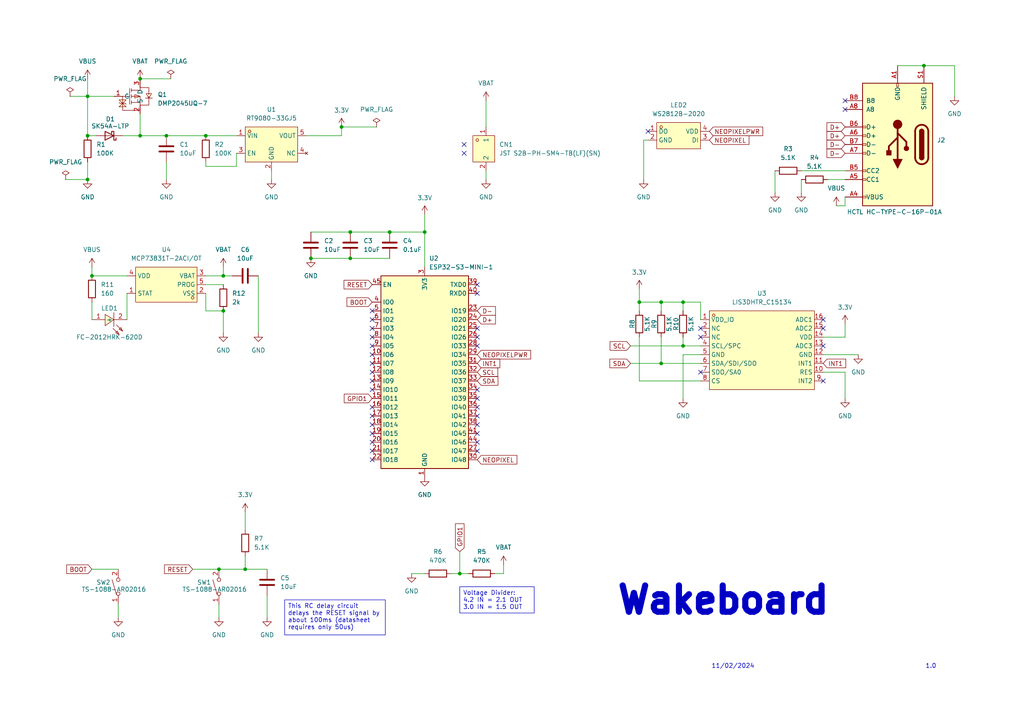
<source format=kicad_sch>
(kicad_sch
	(version 20231120)
	(generator "eeschema")
	(generator_version "8.0")
	(uuid "5eaee857-86a0-4093-a821-4f3b8843739e")
	(paper "A4")
	(lib_symbols
		(symbol "Connector:USB_C_Receptacle_USB2.0_14P"
			(pin_names
				(offset 1.016)
			)
			(exclude_from_sim no)
			(in_bom yes)
			(on_board yes)
			(property "Reference" "J2"
				(at -11.43 -1.2701 0)
				(effects
					(font
						(size 1.27 1.27)
					)
					(justify right)
				)
			)
			(property "Value" "HCTL HC-TYPE-C-16P-01A"
				(at 14.732 19.558 0)
				(effects
					(font
						(size 1.27 1.27)
					)
					(justify right)
				)
			)
			(property "Footprint" "Connector_USB:USB_C_Receptacle_HCTL_HC-TYPE-C-16P-01A"
				(at 3.81 0 0)
				(effects
					(font
						(size 1.27 1.27)
					)
					(hide yes)
				)
			)
			(property "Datasheet" "https://www.usb.org/sites/default/files/documents/usb_type-c.zip"
				(at 3.81 0 0)
				(effects
					(font
						(size 1.27 1.27)
					)
					(hide yes)
				)
			)
			(property "Description" "USB 2.0-only 14P Type-C Receptacle connector"
				(at 0 0 0)
				(effects
					(font
						(size 1.27 1.27)
					)
					(hide yes)
				)
			)
			(property "LCSC Part" "C2894897"
				(at 0 0 0)
				(effects
					(font
						(size 1.27 1.27)
					)
					(hide yes)
				)
			)
			(property "ki_keywords" "usb universal serial bus type-C USB2.0"
				(at 0 0 0)
				(effects
					(font
						(size 1.27 1.27)
					)
					(hide yes)
				)
			)
			(property "ki_fp_filters" "USB*C*Receptacle*"
				(at 0 0 0)
				(effects
					(font
						(size 1.27 1.27)
					)
					(hide yes)
				)
			)
			(symbol "USB_C_Receptacle_USB2.0_14P_0_0"
				(rectangle
					(start -0.254 -17.78)
					(end 0.254 -16.764)
					(stroke
						(width 0)
						(type default)
					)
					(fill
						(type none)
					)
				)
				(rectangle
					(start 10.16 -4.826)
					(end 9.144 -5.334)
					(stroke
						(width 0)
						(type default)
					)
					(fill
						(type none)
					)
				)
				(rectangle
					(start 10.16 -2.286)
					(end 9.144 -2.794)
					(stroke
						(width 0)
						(type default)
					)
					(fill
						(type none)
					)
				)
				(rectangle
					(start 10.16 0.254)
					(end 9.144 -0.254)
					(stroke
						(width 0)
						(type default)
					)
					(fill
						(type none)
					)
				)
				(rectangle
					(start 10.16 2.794)
					(end 9.144 2.286)
					(stroke
						(width 0)
						(type default)
					)
					(fill
						(type none)
					)
				)
				(rectangle
					(start 10.16 7.874)
					(end 9.144 7.366)
					(stroke
						(width 0)
						(type default)
					)
					(fill
						(type none)
					)
				)
				(rectangle
					(start 10.16 10.414)
					(end 9.144 9.906)
					(stroke
						(width 0)
						(type default)
					)
					(fill
						(type none)
					)
				)
				(rectangle
					(start 10.16 15.494)
					(end 9.144 14.986)
					(stroke
						(width 0)
						(type default)
					)
					(fill
						(type none)
					)
				)
			)
			(symbol "USB_C_Receptacle_USB2.0_14P_0_1"
				(rectangle
					(start -10.16 17.78)
					(end 10.16 -17.78)
					(stroke
						(width 0.254)
						(type default)
					)
					(fill
						(type background)
					)
				)
				(arc
					(start -8.89 -3.81)
					(mid -6.985 -5.7067)
					(end -5.08 -3.81)
					(stroke
						(width 0.508)
						(type default)
					)
					(fill
						(type none)
					)
				)
				(arc
					(start -7.62 -3.81)
					(mid -6.985 -4.4423)
					(end -6.35 -3.81)
					(stroke
						(width 0.254)
						(type default)
					)
					(fill
						(type none)
					)
				)
				(arc
					(start -7.62 -3.81)
					(mid -6.985 -4.4423)
					(end -6.35 -3.81)
					(stroke
						(width 0.254)
						(type default)
					)
					(fill
						(type outline)
					)
				)
				(rectangle
					(start -7.62 -3.81)
					(end -6.35 3.81)
					(stroke
						(width 0.254)
						(type default)
					)
					(fill
						(type outline)
					)
				)
				(arc
					(start -6.35 3.81)
					(mid -6.985 4.4423)
					(end -7.62 3.81)
					(stroke
						(width 0.254)
						(type default)
					)
					(fill
						(type none)
					)
				)
				(arc
					(start -6.35 3.81)
					(mid -6.985 4.4423)
					(end -7.62 3.81)
					(stroke
						(width 0.254)
						(type default)
					)
					(fill
						(type outline)
					)
				)
				(arc
					(start -5.08 3.81)
					(mid -6.985 5.7067)
					(end -8.89 3.81)
					(stroke
						(width 0.508)
						(type default)
					)
					(fill
						(type none)
					)
				)
				(circle
					(center -2.54 1.143)
					(radius 0.635)
					(stroke
						(width 0.254)
						(type default)
					)
					(fill
						(type outline)
					)
				)
				(circle
					(center 0 -5.842)
					(radius 1.27)
					(stroke
						(width 0)
						(type default)
					)
					(fill
						(type outline)
					)
				)
				(polyline
					(pts
						(xy -8.89 -3.81) (xy -8.89 3.81)
					)
					(stroke
						(width 0.508)
						(type default)
					)
					(fill
						(type none)
					)
				)
				(polyline
					(pts
						(xy -5.08 3.81) (xy -5.08 -3.81)
					)
					(stroke
						(width 0.508)
						(type default)
					)
					(fill
						(type none)
					)
				)
				(polyline
					(pts
						(xy 0 -5.842) (xy 0 4.318)
					)
					(stroke
						(width 0.508)
						(type default)
					)
					(fill
						(type none)
					)
				)
				(polyline
					(pts
						(xy 0 -3.302) (xy -2.54 -0.762) (xy -2.54 0.508)
					)
					(stroke
						(width 0.508)
						(type default)
					)
					(fill
						(type none)
					)
				)
				(polyline
					(pts
						(xy 0 -2.032) (xy 2.54 0.508) (xy 2.54 1.778)
					)
					(stroke
						(width 0.508)
						(type default)
					)
					(fill
						(type none)
					)
				)
				(polyline
					(pts
						(xy -1.27 4.318) (xy 0 6.858) (xy 1.27 4.318) (xy -1.27 4.318)
					)
					(stroke
						(width 0.254)
						(type default)
					)
					(fill
						(type outline)
					)
				)
				(rectangle
					(start 1.905 1.778)
					(end 3.175 3.048)
					(stroke
						(width 0.254)
						(type default)
					)
					(fill
						(type outline)
					)
				)
			)
			(symbol "USB_C_Receptacle_USB2.0_14P_1_1"
				(pin passive line
					(at 0 -22.86 90)
					(length 5.08)
					(name "GND"
						(effects
							(font
								(size 1.27 1.27)
							)
						)
					)
					(number "A1"
						(effects
							(font
								(size 1.27 1.27)
							)
						)
					)
				)
				(pin passive line
					(at 0 -22.86 90)
					(length 5.08) hide
					(name "GND"
						(effects
							(font
								(size 1.27 1.27)
							)
						)
					)
					(number "A12"
						(effects
							(font
								(size 1.27 1.27)
							)
						)
					)
				)
				(pin passive line
					(at 15.24 15.24 180)
					(length 5.08)
					(name "VBUS"
						(effects
							(font
								(size 1.27 1.27)
							)
						)
					)
					(number "A4"
						(effects
							(font
								(size 1.27 1.27)
							)
						)
					)
				)
				(pin bidirectional line
					(at 15.24 10.16 180)
					(length 5.08)
					(name "CC1"
						(effects
							(font
								(size 1.27 1.27)
							)
						)
					)
					(number "A5"
						(effects
							(font
								(size 1.27 1.27)
							)
						)
					)
				)
				(pin bidirectional line
					(at 15.24 -2.54 180)
					(length 5.08)
					(name "D+"
						(effects
							(font
								(size 1.27 1.27)
							)
						)
					)
					(number "A6"
						(effects
							(font
								(size 1.27 1.27)
							)
						)
					)
				)
				(pin bidirectional line
					(at 15.24 2.54 180)
					(length 5.08)
					(name "D-"
						(effects
							(font
								(size 1.27 1.27)
							)
						)
					)
					(number "A7"
						(effects
							(font
								(size 1.27 1.27)
							)
						)
					)
				)
				(pin unspecified line
					(at 15.24 -10.16 180)
					(length 5.08)
					(name "A8"
						(effects
							(font
								(size 1.27 1.27)
							)
						)
					)
					(number "A8"
						(effects
							(font
								(size 1.27 1.27)
							)
						)
					)
				)
				(pin power_in line
					(at 15.24 15.24 180)
					(length 5.08) hide
					(name "VBUS"
						(effects
							(font
								(size 1.27 1.27)
							)
						)
					)
					(number "A9"
						(effects
							(font
								(size 1.27 1.27)
							)
						)
					)
				)
				(pin passive line
					(at 0 -22.86 90)
					(length 5.08) hide
					(name "GND"
						(effects
							(font
								(size 1.27 1.27)
							)
						)
					)
					(number "B1"
						(effects
							(font
								(size 1.27 1.27)
							)
						)
					)
				)
				(pin passive line
					(at 0 -22.86 90)
					(length 5.08) hide
					(name "GND"
						(effects
							(font
								(size 1.27 1.27)
							)
						)
					)
					(number "B12"
						(effects
							(font
								(size 1.27 1.27)
							)
						)
					)
				)
				(pin passive line
					(at 15.24 15.24 180)
					(length 5.08) hide
					(name "VBUS"
						(effects
							(font
								(size 1.27 1.27)
							)
						)
					)
					(number "B4"
						(effects
							(font
								(size 1.27 1.27)
							)
						)
					)
				)
				(pin bidirectional line
					(at 15.24 7.62 180)
					(length 5.08)
					(name "CC2"
						(effects
							(font
								(size 1.27 1.27)
							)
						)
					)
					(number "B5"
						(effects
							(font
								(size 1.27 1.27)
							)
						)
					)
				)
				(pin bidirectional line
					(at 15.24 -5.08 180)
					(length 5.08)
					(name "D+"
						(effects
							(font
								(size 1.27 1.27)
							)
						)
					)
					(number "B6"
						(effects
							(font
								(size 1.27 1.27)
							)
						)
					)
				)
				(pin bidirectional line
					(at 15.24 0 180)
					(length 5.08)
					(name "D-"
						(effects
							(font
								(size 1.27 1.27)
							)
						)
					)
					(number "B7"
						(effects
							(font
								(size 1.27 1.27)
							)
						)
					)
				)
				(pin unspecified line
					(at 15.24 -12.7 180)
					(length 5.08)
					(name "B8"
						(effects
							(font
								(size 1.27 1.27)
							)
						)
					)
					(number "B8"
						(effects
							(font
								(size 1.27 1.27)
							)
						)
					)
				)
				(pin passive line
					(at 15.24 15.24 180)
					(length 5.08) hide
					(name "VBUS"
						(effects
							(font
								(size 1.27 1.27)
							)
						)
					)
					(number "B9"
						(effects
							(font
								(size 1.27 1.27)
							)
						)
					)
				)
				(pin passive line
					(at -7.62 -22.86 90)
					(length 5.08)
					(name "SHIELD"
						(effects
							(font
								(size 1.27 1.27)
							)
						)
					)
					(number "S1"
						(effects
							(font
								(size 1.27 1.27)
							)
						)
					)
				)
			)
		)
		(symbol "Device:C"
			(pin_numbers hide)
			(pin_names
				(offset 0.254)
			)
			(exclude_from_sim no)
			(in_bom yes)
			(on_board yes)
			(property "Reference" "C"
				(at 0.635 2.54 0)
				(effects
					(font
						(size 1.27 1.27)
					)
					(justify left)
				)
			)
			(property "Value" "C"
				(at 0.635 -2.54 0)
				(effects
					(font
						(size 1.27 1.27)
					)
					(justify left)
				)
			)
			(property "Footprint" ""
				(at 0.9652 -3.81 0)
				(effects
					(font
						(size 1.27 1.27)
					)
					(hide yes)
				)
			)
			(property "Datasheet" "~"
				(at 0 0 0)
				(effects
					(font
						(size 1.27 1.27)
					)
					(hide yes)
				)
			)
			(property "Description" "Unpolarized capacitor"
				(at 0 0 0)
				(effects
					(font
						(size 1.27 1.27)
					)
					(hide yes)
				)
			)
			(property "ki_keywords" "cap capacitor"
				(at 0 0 0)
				(effects
					(font
						(size 1.27 1.27)
					)
					(hide yes)
				)
			)
			(property "ki_fp_filters" "C_*"
				(at 0 0 0)
				(effects
					(font
						(size 1.27 1.27)
					)
					(hide yes)
				)
			)
			(symbol "C_0_1"
				(polyline
					(pts
						(xy -2.032 -0.762) (xy 2.032 -0.762)
					)
					(stroke
						(width 0.508)
						(type default)
					)
					(fill
						(type none)
					)
				)
				(polyline
					(pts
						(xy -2.032 0.762) (xy 2.032 0.762)
					)
					(stroke
						(width 0.508)
						(type default)
					)
					(fill
						(type none)
					)
				)
			)
			(symbol "C_1_1"
				(pin passive line
					(at 0 3.81 270)
					(length 2.794)
					(name "~"
						(effects
							(font
								(size 1.27 1.27)
							)
						)
					)
					(number "1"
						(effects
							(font
								(size 1.27 1.27)
							)
						)
					)
				)
				(pin passive line
					(at 0 -3.81 90)
					(length 2.794)
					(name "~"
						(effects
							(font
								(size 1.27 1.27)
							)
						)
					)
					(number "2"
						(effects
							(font
								(size 1.27 1.27)
							)
						)
					)
				)
			)
		)
		(symbol "Device:D_Schottky"
			(pin_numbers hide)
			(pin_names
				(offset 1.016) hide)
			(exclude_from_sim no)
			(in_bom yes)
			(on_board yes)
			(property "Reference" "D"
				(at 0 2.54 0)
				(effects
					(font
						(size 1.27 1.27)
					)
				)
			)
			(property "Value" "D_Schottky"
				(at 0 -2.54 0)
				(effects
					(font
						(size 1.27 1.27)
					)
				)
			)
			(property "Footprint" ""
				(at 0 0 0)
				(effects
					(font
						(size 1.27 1.27)
					)
					(hide yes)
				)
			)
			(property "Datasheet" "~"
				(at 0 0 0)
				(effects
					(font
						(size 1.27 1.27)
					)
					(hide yes)
				)
			)
			(property "Description" "Schottky diode"
				(at 0 0 0)
				(effects
					(font
						(size 1.27 1.27)
					)
					(hide yes)
				)
			)
			(property "ki_keywords" "diode Schottky"
				(at 0 0 0)
				(effects
					(font
						(size 1.27 1.27)
					)
					(hide yes)
				)
			)
			(property "ki_fp_filters" "TO-???* *_Diode_* *SingleDiode* D_*"
				(at 0 0 0)
				(effects
					(font
						(size 1.27 1.27)
					)
					(hide yes)
				)
			)
			(symbol "D_Schottky_0_1"
				(polyline
					(pts
						(xy 1.27 0) (xy -1.27 0)
					)
					(stroke
						(width 0)
						(type default)
					)
					(fill
						(type none)
					)
				)
				(polyline
					(pts
						(xy 1.27 1.27) (xy 1.27 -1.27) (xy -1.27 0) (xy 1.27 1.27)
					)
					(stroke
						(width 0.254)
						(type default)
					)
					(fill
						(type none)
					)
				)
				(polyline
					(pts
						(xy -1.905 0.635) (xy -1.905 1.27) (xy -1.27 1.27) (xy -1.27 -1.27) (xy -0.635 -1.27) (xy -0.635 -0.635)
					)
					(stroke
						(width 0.254)
						(type default)
					)
					(fill
						(type none)
					)
				)
			)
			(symbol "D_Schottky_1_1"
				(pin passive line
					(at -3.81 0 0)
					(length 2.54)
					(name "K"
						(effects
							(font
								(size 1.27 1.27)
							)
						)
					)
					(number "1"
						(effects
							(font
								(size 1.27 1.27)
							)
						)
					)
				)
				(pin passive line
					(at 3.81 0 180)
					(length 2.54)
					(name "A"
						(effects
							(font
								(size 1.27 1.27)
							)
						)
					)
					(number "2"
						(effects
							(font
								(size 1.27 1.27)
							)
						)
					)
				)
			)
		)
		(symbol "Device:R"
			(pin_numbers hide)
			(pin_names
				(offset 0)
			)
			(exclude_from_sim no)
			(in_bom yes)
			(on_board yes)
			(property "Reference" "R"
				(at 2.032 0 90)
				(effects
					(font
						(size 1.27 1.27)
					)
				)
			)
			(property "Value" "R"
				(at 0 0 90)
				(effects
					(font
						(size 1.27 1.27)
					)
				)
			)
			(property "Footprint" ""
				(at -1.778 0 90)
				(effects
					(font
						(size 1.27 1.27)
					)
					(hide yes)
				)
			)
			(property "Datasheet" "~"
				(at 0 0 0)
				(effects
					(font
						(size 1.27 1.27)
					)
					(hide yes)
				)
			)
			(property "Description" "Resistor"
				(at 0 0 0)
				(effects
					(font
						(size 1.27 1.27)
					)
					(hide yes)
				)
			)
			(property "ki_keywords" "R res resistor"
				(at 0 0 0)
				(effects
					(font
						(size 1.27 1.27)
					)
					(hide yes)
				)
			)
			(property "ki_fp_filters" "R_*"
				(at 0 0 0)
				(effects
					(font
						(size 1.27 1.27)
					)
					(hide yes)
				)
			)
			(symbol "R_0_1"
				(rectangle
					(start -1.016 -2.54)
					(end 1.016 2.54)
					(stroke
						(width 0.254)
						(type default)
					)
					(fill
						(type none)
					)
				)
			)
			(symbol "R_1_1"
				(pin passive line
					(at 0 3.81 270)
					(length 1.27)
					(name "~"
						(effects
							(font
								(size 1.27 1.27)
							)
						)
					)
					(number "1"
						(effects
							(font
								(size 1.27 1.27)
							)
						)
					)
				)
				(pin passive line
					(at 0 -3.81 90)
					(length 1.27)
					(name "~"
						(effects
							(font
								(size 1.27 1.27)
							)
						)
					)
					(number "2"
						(effects
							(font
								(size 1.27 1.27)
							)
						)
					)
				)
			)
		)
		(symbol "MCU_Espressif:ESP32-S3-MINI-1"
			(exclude_from_sim no)
			(in_bom yes)
			(on_board yes)
			(property "Reference" "U2"
				(at 1.27 33.02 0)
				(effects
					(font
						(size 1.27 1.27)
					)
					(justify left)
				)
			)
			(property "Value" "ESP32-S3-MINI-1"
				(at 1.27 30.48 0)
				(effects
					(font
						(size 1.27 1.27)
					)
					(justify left)
				)
			)
			(property "Footprint" "RF_Module:ESP32-S2-MINI-1"
				(at 0 2.54 0)
				(effects
					(font
						(size 1.27 1.27)
					)
					(hide yes)
				)
			)
			(property "Datasheet" "https://www.espressif.com/sites/default/files/documentation/esp32-s3-mini-1_mini-1u_datasheet_en.pdf"
				(at 0 0 0)
				(effects
					(font
						(size 1.27 1.27)
					)
					(hide yes)
				)
			)
			(property "Description" "RF Module, ESP32-S3 SoC, Wi-Fi 802.11b/g/n, Bluetooth, BLE, 32-bit, 3.3V, SMD, onboard antenna"
				(at 0 0 0)
				(effects
					(font
						(size 1.27 1.27)
					)
					(hide yes)
				)
			)
			(property "LCSC Part" "C2913206"
				(at 0 0 0)
				(effects
					(font
						(size 1.27 1.27)
					)
					(hide yes)
				)
			)
			(property "ki_keywords" "RF Radio BT ESP ESP32-S3 Espressif"
				(at 0 0 0)
				(effects
					(font
						(size 1.27 1.27)
					)
					(hide yes)
				)
			)
			(property "ki_fp_filters" "ESP32?S*MINI?1"
				(at 0 0 0)
				(effects
					(font
						(size 1.27 1.27)
					)
					(hide yes)
				)
			)
			(symbol "ESP32-S3-MINI-1_0_1"
				(rectangle
					(start -12.7 27.94)
					(end 12.7 -27.94)
					(stroke
						(width 0.254)
						(type default)
					)
					(fill
						(type background)
					)
				)
			)
			(symbol "ESP32-S3-MINI-1_1_1"
				(pin power_in line
					(at 0 -30.48 90)
					(length 2.54)
					(name "GND"
						(effects
							(font
								(size 1.27 1.27)
							)
						)
					)
					(number "1"
						(effects
							(font
								(size 1.27 1.27)
							)
						)
					)
				)
				(pin bidirectional line
					(at -15.24 5.08 0)
					(length 2.54)
					(name "IO6"
						(effects
							(font
								(size 1.27 1.27)
							)
						)
					)
					(number "10"
						(effects
							(font
								(size 1.27 1.27)
							)
						)
					)
				)
				(pin bidirectional line
					(at -15.24 2.54 0)
					(length 2.54)
					(name "IO7"
						(effects
							(font
								(size 1.27 1.27)
							)
						)
					)
					(number "11"
						(effects
							(font
								(size 1.27 1.27)
							)
						)
					)
				)
				(pin bidirectional line
					(at -15.24 0 0)
					(length 2.54)
					(name "IO8"
						(effects
							(font
								(size 1.27 1.27)
							)
						)
					)
					(number "12"
						(effects
							(font
								(size 1.27 1.27)
							)
						)
					)
				)
				(pin bidirectional line
					(at -15.24 -2.54 0)
					(length 2.54)
					(name "IO9"
						(effects
							(font
								(size 1.27 1.27)
							)
						)
					)
					(number "13"
						(effects
							(font
								(size 1.27 1.27)
							)
						)
					)
				)
				(pin bidirectional line
					(at -15.24 -5.08 0)
					(length 2.54)
					(name "IO10"
						(effects
							(font
								(size 1.27 1.27)
							)
						)
					)
					(number "14"
						(effects
							(font
								(size 1.27 1.27)
							)
						)
					)
				)
				(pin bidirectional line
					(at -15.24 -7.62 0)
					(length 2.54)
					(name "IO11"
						(effects
							(font
								(size 1.27 1.27)
							)
						)
					)
					(number "15"
						(effects
							(font
								(size 1.27 1.27)
							)
						)
					)
				)
				(pin bidirectional line
					(at -15.24 -10.16 0)
					(length 2.54)
					(name "IO12"
						(effects
							(font
								(size 1.27 1.27)
							)
						)
					)
					(number "16"
						(effects
							(font
								(size 1.27 1.27)
							)
						)
					)
				)
				(pin bidirectional line
					(at -15.24 -12.7 0)
					(length 2.54)
					(name "IO13"
						(effects
							(font
								(size 1.27 1.27)
							)
						)
					)
					(number "17"
						(effects
							(font
								(size 1.27 1.27)
							)
						)
					)
				)
				(pin bidirectional line
					(at -15.24 -15.24 0)
					(length 2.54)
					(name "IO14"
						(effects
							(font
								(size 1.27 1.27)
							)
						)
					)
					(number "18"
						(effects
							(font
								(size 1.27 1.27)
							)
						)
					)
				)
				(pin bidirectional line
					(at -15.24 -17.78 0)
					(length 2.54)
					(name "IO15"
						(effects
							(font
								(size 1.27 1.27)
							)
						)
					)
					(number "19"
						(effects
							(font
								(size 1.27 1.27)
							)
						)
					)
				)
				(pin passive line
					(at 0 -30.48 90)
					(length 2.54) hide
					(name "GND"
						(effects
							(font
								(size 1.27 1.27)
							)
						)
					)
					(number "2"
						(effects
							(font
								(size 1.27 1.27)
							)
						)
					)
				)
				(pin bidirectional line
					(at -15.24 -20.32 0)
					(length 2.54)
					(name "IO16"
						(effects
							(font
								(size 1.27 1.27)
							)
						)
					)
					(number "20"
						(effects
							(font
								(size 1.27 1.27)
							)
						)
					)
				)
				(pin bidirectional line
					(at -15.24 -22.86 0)
					(length 2.54)
					(name "IO17"
						(effects
							(font
								(size 1.27 1.27)
							)
						)
					)
					(number "21"
						(effects
							(font
								(size 1.27 1.27)
							)
						)
					)
				)
				(pin bidirectional line
					(at -15.24 -25.4 0)
					(length 2.54)
					(name "IO18"
						(effects
							(font
								(size 1.27 1.27)
							)
						)
					)
					(number "22"
						(effects
							(font
								(size 1.27 1.27)
							)
						)
					)
				)
				(pin bidirectional line
					(at 15.24 17.78 180)
					(length 2.54)
					(name "IO19"
						(effects
							(font
								(size 1.27 1.27)
							)
						)
					)
					(number "23"
						(effects
							(font
								(size 1.27 1.27)
							)
						)
					)
				)
				(pin bidirectional line
					(at 15.24 15.24 180)
					(length 2.54)
					(name "IO20"
						(effects
							(font
								(size 1.27 1.27)
							)
						)
					)
					(number "24"
						(effects
							(font
								(size 1.27 1.27)
							)
						)
					)
				)
				(pin bidirectional line
					(at 15.24 12.7 180)
					(length 2.54)
					(name "IO21"
						(effects
							(font
								(size 1.27 1.27)
							)
						)
					)
					(number "25"
						(effects
							(font
								(size 1.27 1.27)
							)
						)
					)
				)
				(pin bidirectional line
					(at 15.24 10.16 180)
					(length 2.54)
					(name "IO26"
						(effects
							(font
								(size 1.27 1.27)
							)
						)
					)
					(number "26"
						(effects
							(font
								(size 1.27 1.27)
							)
						)
					)
				)
				(pin bidirectional line
					(at 15.24 -22.86 180)
					(length 2.54)
					(name "IO47"
						(effects
							(font
								(size 1.27 1.27)
							)
						)
					)
					(number "27"
						(effects
							(font
								(size 1.27 1.27)
							)
						)
					)
				)
				(pin bidirectional line
					(at 15.24 7.62 180)
					(length 2.54)
					(name "IO33"
						(effects
							(font
								(size 1.27 1.27)
							)
						)
					)
					(number "28"
						(effects
							(font
								(size 1.27 1.27)
							)
						)
					)
				)
				(pin power_out line
					(at 15.24 5.08 180)
					(length 2.54)
					(name "IO34"
						(effects
							(font
								(size 1.27 1.27)
							)
						)
					)
					(number "29"
						(effects
							(font
								(size 1.27 1.27)
							)
						)
					)
				)
				(pin power_in line
					(at 0 30.48 270)
					(length 2.54)
					(name "3V3"
						(effects
							(font
								(size 1.27 1.27)
							)
						)
					)
					(number "3"
						(effects
							(font
								(size 1.27 1.27)
							)
						)
					)
				)
				(pin bidirectional line
					(at 15.24 -25.4 180)
					(length 2.54)
					(name "IO48"
						(effects
							(font
								(size 1.27 1.27)
							)
						)
					)
					(number "30"
						(effects
							(font
								(size 1.27 1.27)
							)
						)
					)
				)
				(pin bidirectional line
					(at 15.24 2.54 180)
					(length 2.54)
					(name "IO35"
						(effects
							(font
								(size 1.27 1.27)
							)
						)
					)
					(number "31"
						(effects
							(font
								(size 1.27 1.27)
							)
						)
					)
				)
				(pin bidirectional line
					(at 15.24 0 180)
					(length 2.54)
					(name "IO36"
						(effects
							(font
								(size 1.27 1.27)
							)
						)
					)
					(number "32"
						(effects
							(font
								(size 1.27 1.27)
							)
						)
					)
				)
				(pin bidirectional line
					(at 15.24 -2.54 180)
					(length 2.54)
					(name "IO37"
						(effects
							(font
								(size 1.27 1.27)
							)
						)
					)
					(number "33"
						(effects
							(font
								(size 1.27 1.27)
							)
						)
					)
				)
				(pin bidirectional line
					(at 15.24 -5.08 180)
					(length 2.54)
					(name "IO38"
						(effects
							(font
								(size 1.27 1.27)
							)
						)
					)
					(number "34"
						(effects
							(font
								(size 1.27 1.27)
							)
						)
					)
				)
				(pin bidirectional line
					(at 15.24 -7.62 180)
					(length 2.54)
					(name "IO39"
						(effects
							(font
								(size 1.27 1.27)
							)
						)
					)
					(number "35"
						(effects
							(font
								(size 1.27 1.27)
							)
						)
					)
				)
				(pin bidirectional line
					(at 15.24 -10.16 180)
					(length 2.54)
					(name "IO40"
						(effects
							(font
								(size 1.27 1.27)
							)
						)
					)
					(number "36"
						(effects
							(font
								(size 1.27 1.27)
							)
						)
					)
				)
				(pin bidirectional line
					(at 15.24 -12.7 180)
					(length 2.54)
					(name "IO41"
						(effects
							(font
								(size 1.27 1.27)
							)
						)
					)
					(number "37"
						(effects
							(font
								(size 1.27 1.27)
							)
						)
					)
				)
				(pin bidirectional line
					(at 15.24 -15.24 180)
					(length 2.54)
					(name "IO42"
						(effects
							(font
								(size 1.27 1.27)
							)
						)
					)
					(number "38"
						(effects
							(font
								(size 1.27 1.27)
							)
						)
					)
				)
				(pin bidirectional line
					(at 15.24 25.4 180)
					(length 2.54)
					(name "TXD0"
						(effects
							(font
								(size 1.27 1.27)
							)
						)
					)
					(number "39"
						(effects
							(font
								(size 1.27 1.27)
							)
						)
					)
				)
				(pin bidirectional line
					(at -15.24 20.32 0)
					(length 2.54)
					(name "IO0"
						(effects
							(font
								(size 1.27 1.27)
							)
						)
					)
					(number "4"
						(effects
							(font
								(size 1.27 1.27)
							)
						)
					)
				)
				(pin bidirectional line
					(at 15.24 22.86 180)
					(length 2.54)
					(name "RXD0"
						(effects
							(font
								(size 1.27 1.27)
							)
						)
					)
					(number "40"
						(effects
							(font
								(size 1.27 1.27)
							)
						)
					)
				)
				(pin bidirectional line
					(at 15.24 -17.78 180)
					(length 2.54)
					(name "IO45"
						(effects
							(font
								(size 1.27 1.27)
							)
						)
					)
					(number "41"
						(effects
							(font
								(size 1.27 1.27)
							)
						)
					)
				)
				(pin passive line
					(at 0 -30.48 90)
					(length 2.54) hide
					(name "GND"
						(effects
							(font
								(size 1.27 1.27)
							)
						)
					)
					(number "42"
						(effects
							(font
								(size 1.27 1.27)
							)
						)
					)
				)
				(pin passive line
					(at 0 -30.48 90)
					(length 2.54) hide
					(name "GND"
						(effects
							(font
								(size 1.27 1.27)
							)
						)
					)
					(number "43"
						(effects
							(font
								(size 1.27 1.27)
							)
						)
					)
				)
				(pin bidirectional line
					(at 15.24 -20.32 180)
					(length 2.54)
					(name "IO46"
						(effects
							(font
								(size 1.27 1.27)
							)
						)
					)
					(number "44"
						(effects
							(font
								(size 1.27 1.27)
							)
						)
					)
				)
				(pin input line
					(at -15.24 25.4 0)
					(length 2.54)
					(name "EN"
						(effects
							(font
								(size 1.27 1.27)
							)
						)
					)
					(number "45"
						(effects
							(font
								(size 1.27 1.27)
							)
						)
					)
				)
				(pin passive line
					(at 0 -30.48 90)
					(length 2.54) hide
					(name "GND"
						(effects
							(font
								(size 1.27 1.27)
							)
						)
					)
					(number "46"
						(effects
							(font
								(size 1.27 1.27)
							)
						)
					)
				)
				(pin passive line
					(at 0 -30.48 90)
					(length 2.54) hide
					(name "GND"
						(effects
							(font
								(size 1.27 1.27)
							)
						)
					)
					(number "47"
						(effects
							(font
								(size 1.27 1.27)
							)
						)
					)
				)
				(pin passive line
					(at 0 -30.48 90)
					(length 2.54) hide
					(name "GND"
						(effects
							(font
								(size 1.27 1.27)
							)
						)
					)
					(number "48"
						(effects
							(font
								(size 1.27 1.27)
							)
						)
					)
				)
				(pin passive line
					(at 0 -30.48 90)
					(length 2.54) hide
					(name "GND"
						(effects
							(font
								(size 1.27 1.27)
							)
						)
					)
					(number "49"
						(effects
							(font
								(size 1.27 1.27)
							)
						)
					)
				)
				(pin bidirectional line
					(at -15.24 17.78 0)
					(length 2.54)
					(name "IO1"
						(effects
							(font
								(size 1.27 1.27)
							)
						)
					)
					(number "5"
						(effects
							(font
								(size 1.27 1.27)
							)
						)
					)
				)
				(pin passive line
					(at 0 -30.48 90)
					(length 2.54) hide
					(name "GND"
						(effects
							(font
								(size 1.27 1.27)
							)
						)
					)
					(number "50"
						(effects
							(font
								(size 1.27 1.27)
							)
						)
					)
				)
				(pin passive line
					(at 0 -30.48 90)
					(length 2.54) hide
					(name "GND"
						(effects
							(font
								(size 1.27 1.27)
							)
						)
					)
					(number "51"
						(effects
							(font
								(size 1.27 1.27)
							)
						)
					)
				)
				(pin passive line
					(at 0 -30.48 90)
					(length 2.54) hide
					(name "GND"
						(effects
							(font
								(size 1.27 1.27)
							)
						)
					)
					(number "52"
						(effects
							(font
								(size 1.27 1.27)
							)
						)
					)
				)
				(pin passive line
					(at 0 -30.48 90)
					(length 2.54) hide
					(name "GND"
						(effects
							(font
								(size 1.27 1.27)
							)
						)
					)
					(number "53"
						(effects
							(font
								(size 1.27 1.27)
							)
						)
					)
				)
				(pin passive line
					(at 0 -30.48 90)
					(length 2.54) hide
					(name "GND"
						(effects
							(font
								(size 1.27 1.27)
							)
						)
					)
					(number "54"
						(effects
							(font
								(size 1.27 1.27)
							)
						)
					)
				)
				(pin passive line
					(at 0 -30.48 90)
					(length 2.54) hide
					(name "GND"
						(effects
							(font
								(size 1.27 1.27)
							)
						)
					)
					(number "55"
						(effects
							(font
								(size 1.27 1.27)
							)
						)
					)
				)
				(pin passive line
					(at 0 -30.48 90)
					(length 2.54) hide
					(name "GND"
						(effects
							(font
								(size 1.27 1.27)
							)
						)
					)
					(number "56"
						(effects
							(font
								(size 1.27 1.27)
							)
						)
					)
				)
				(pin passive line
					(at 0 -30.48 90)
					(length 2.54) hide
					(name "GND"
						(effects
							(font
								(size 1.27 1.27)
							)
						)
					)
					(number "57"
						(effects
							(font
								(size 1.27 1.27)
							)
						)
					)
				)
				(pin passive line
					(at 0 -30.48 90)
					(length 2.54) hide
					(name "GND"
						(effects
							(font
								(size 1.27 1.27)
							)
						)
					)
					(number "58"
						(effects
							(font
								(size 1.27 1.27)
							)
						)
					)
				)
				(pin passive line
					(at 0 -30.48 90)
					(length 2.54) hide
					(name "GND"
						(effects
							(font
								(size 1.27 1.27)
							)
						)
					)
					(number "59"
						(effects
							(font
								(size 1.27 1.27)
							)
						)
					)
				)
				(pin bidirectional line
					(at -15.24 15.24 0)
					(length 2.54)
					(name "IO2"
						(effects
							(font
								(size 1.27 1.27)
							)
						)
					)
					(number "6"
						(effects
							(font
								(size 1.27 1.27)
							)
						)
					)
				)
				(pin passive line
					(at 0 -30.48 90)
					(length 2.54) hide
					(name "GND"
						(effects
							(font
								(size 1.27 1.27)
							)
						)
					)
					(number "60"
						(effects
							(font
								(size 1.27 1.27)
							)
						)
					)
				)
				(pin passive line
					(at 0 -30.48 90)
					(length 2.54) hide
					(name "GND"
						(effects
							(font
								(size 1.27 1.27)
							)
						)
					)
					(number "61"
						(effects
							(font
								(size 1.27 1.27)
							)
						)
					)
				)
				(pin passive line
					(at 0 -30.48 90)
					(length 2.54) hide
					(name "GND"
						(effects
							(font
								(size 1.27 1.27)
							)
						)
					)
					(number "62"
						(effects
							(font
								(size 1.27 1.27)
							)
						)
					)
				)
				(pin passive line
					(at 0 -30.48 90)
					(length 2.54) hide
					(name "GND"
						(effects
							(font
								(size 1.27 1.27)
							)
						)
					)
					(number "63"
						(effects
							(font
								(size 1.27 1.27)
							)
						)
					)
				)
				(pin passive line
					(at 0 -30.48 90)
					(length 2.54) hide
					(name "GND"
						(effects
							(font
								(size 1.27 1.27)
							)
						)
					)
					(number "64"
						(effects
							(font
								(size 1.27 1.27)
							)
						)
					)
				)
				(pin passive line
					(at 0 -30.48 90)
					(length 2.54) hide
					(name "GND"
						(effects
							(font
								(size 1.27 1.27)
							)
						)
					)
					(number "65"
						(effects
							(font
								(size 1.27 1.27)
							)
						)
					)
				)
				(pin bidirectional line
					(at -15.24 12.7 0)
					(length 2.54)
					(name "IO3"
						(effects
							(font
								(size 1.27 1.27)
							)
						)
					)
					(number "7"
						(effects
							(font
								(size 1.27 1.27)
							)
						)
					)
				)
				(pin bidirectional line
					(at -15.24 10.16 0)
					(length 2.54)
					(name "IO4"
						(effects
							(font
								(size 1.27 1.27)
							)
						)
					)
					(number "8"
						(effects
							(font
								(size 1.27 1.27)
							)
						)
					)
				)
				(pin bidirectional line
					(at -15.24 7.62 0)
					(length 2.54)
					(name "IO5"
						(effects
							(font
								(size 1.27 1.27)
							)
						)
					)
					(number "9"
						(effects
							(font
								(size 1.27 1.27)
							)
						)
					)
				)
			)
		)
		(symbol "TS-1088-AR02016_1"
			(exclude_from_sim no)
			(in_bom yes)
			(on_board yes)
			(property "Reference" "SW1"
				(at 1.27 6.35 90)
				(effects
					(font
						(size 1.27 1.27)
					)
					(justify right)
				)
			)
			(property "Value" "TS-1088-AR02016"
				(at -0.762 10.668 90)
				(effects
					(font
						(size 1.27 1.27)
					)
					(justify right)
				)
			)
			(property "Footprint" "easyeda2kicad:SW-SMD_L3.9-W3.0-P4.45"
				(at 0 -7.62 0)
				(effects
					(font
						(size 1.27 1.27)
					)
					(hide yes)
				)
			)
			(property "Datasheet" "https://lcsc.com/product-detail/Tactile-Switches_XUNPU-TS-1088-AR02016_C720477.html"
				(at 0 -10.16 0)
				(effects
					(font
						(size 1.27 1.27)
					)
					(hide yes)
				)
			)
			(property "Description" ""
				(at 0 0 0)
				(effects
					(font
						(size 1.27 1.27)
					)
					(hide yes)
				)
			)
			(property "LCSC Part" "C720477"
				(at 0 -12.7 0)
				(effects
					(font
						(size 1.27 1.27)
					)
					(hide yes)
				)
			)
			(symbol "TS-1088-AR02016_1_0_1"
				(circle
					(center -2.03 0)
					(radius 0.51)
					(stroke
						(width 0)
						(type default)
					)
					(fill
						(type none)
					)
				)
				(polyline
					(pts
						(xy -2.29 0.51) (xy 2.03 1.78)
					)
					(stroke
						(width 0)
						(type default)
					)
					(fill
						(type none)
					)
				)
				(circle
					(center 2.03 0)
					(radius 0.51)
					(stroke
						(width 0)
						(type default)
					)
					(fill
						(type none)
					)
				)
				(pin passive line
					(at -5.08 0 0)
					(length 2.54)
					(name ""
						(effects
							(font
								(size 1.27 1.27)
							)
						)
					)
					(number "1"
						(effects
							(font
								(size 1.27 1.27)
							)
						)
					)
				)
				(pin passive line
					(at 5.08 0 180)
					(length 2.54)
					(name ""
						(effects
							(font
								(size 1.27 1.27)
							)
						)
					)
					(number "2"
						(effects
							(font
								(size 1.27 1.27)
							)
						)
					)
				)
			)
		)
		(symbol "easyeda2kicad:DMP2045UQ-7"
			(exclude_from_sim no)
			(in_bom yes)
			(on_board yes)
			(property "Reference" "Q1"
				(at 5.08 0.5101 0)
				(effects
					(font
						(size 1.27 1.27)
					)
					(justify left)
				)
			)
			(property "Value" "DMP2045UQ-7"
				(at 5.08 -2.0299 0)
				(effects
					(font
						(size 1.27 1.27)
					)
					(justify left)
				)
			)
			(property "Footprint" "easyeda2kicad:SOT-23-3_L2.9-W1.3-P0.95-LS2.4-BR"
				(at 0 -12.7 0)
				(effects
					(font
						(size 1.27 1.27)
					)
					(hide yes)
				)
			)
			(property "Datasheet" ""
				(at 0 0 0)
				(effects
					(font
						(size 1.27 1.27)
					)
					(hide yes)
				)
			)
			(property "Description" ""
				(at 0 0 0)
				(effects
					(font
						(size 1.27 1.27)
					)
					(hide yes)
				)
			)
			(property "LCSC Part" "C5157511"
				(at 0 -15.24 0)
				(effects
					(font
						(size 1.27 1.27)
					)
					(hide yes)
				)
			)
			(symbol "DMP2045UQ-7_0_1"
				(polyline
					(pts
						(xy -5.08 0) (xy -3.05 0)
					)
					(stroke
						(width 0)
						(type default)
					)
					(fill
						(type none)
					)
				)
				(polyline
					(pts
						(xy -3.05 2.29) (xy -3.05 -2.29)
					)
					(stroke
						(width 0)
						(type default)
					)
					(fill
						(type none)
					)
				)
				(polyline
					(pts
						(xy -2.54 -2.29) (xy -2.54 -1.27)
					)
					(stroke
						(width 0)
						(type default)
					)
					(fill
						(type none)
					)
				)
				(polyline
					(pts
						(xy -2.54 -0.51) (xy -2.54 0.51)
					)
					(stroke
						(width 0)
						(type default)
					)
					(fill
						(type none)
					)
				)
				(polyline
					(pts
						(xy -2.54 2.29) (xy -2.54 1.27)
					)
					(stroke
						(width 0)
						(type default)
					)
					(fill
						(type none)
					)
				)
				(polyline
					(pts
						(xy 0 -1.78) (xy -2.54 -1.78)
					)
					(stroke
						(width 0)
						(type default)
					)
					(fill
						(type none)
					)
				)
				(polyline
					(pts
						(xy 0 -4.06) (xy -5.08 -4.06) (xy -5.08 0)
					)
					(stroke
						(width 0)
						(type default)
					)
					(fill
						(type none)
					)
				)
				(polyline
					(pts
						(xy -4.06 -2.29) (xy -4.32 -2.03) (xy -5.84 -2.03) (xy -6.1 -1.78)
					)
					(stroke
						(width 0)
						(type default)
					)
					(fill
						(type none)
					)
				)
				(polyline
					(pts
						(xy 0 0) (xy -1.52 0.51) (xy -1.52 -0.51) (xy 0 0)
					)
					(stroke
						(width 0)
						(type default)
					)
					(fill
						(type background)
					)
				)
				(polyline
					(pts
						(xy 1.52 -0.51) (xy 2.03 -0.51) (xy 3.05 -0.51) (xy 3.56 -0.51)
					)
					(stroke
						(width 0)
						(type default)
					)
					(fill
						(type none)
					)
				)
				(polyline
					(pts
						(xy 2.54 -0.51) (xy 3.3 0.76) (xy 1.78 0.76) (xy 2.54 -0.51)
					)
					(stroke
						(width 0)
						(type default)
					)
					(fill
						(type background)
					)
				)
				(polyline
					(pts
						(xy -5.08 -2.03) (xy -6.1 -3.05) (xy -4.06 -3.05) (xy -5.08 -2.03) (xy -5.08 -2.03)
					)
					(stroke
						(width 0)
						(type default)
					)
					(fill
						(type background)
					)
				)
				(polyline
					(pts
						(xy -5.08 -2.03) (xy -4.06 -1.02) (xy -6.1 -1.02) (xy -5.08 -2.03) (xy -5.08 -2.03)
					)
					(stroke
						(width 0)
						(type default)
					)
					(fill
						(type background)
					)
				)
				(polyline
					(pts
						(xy -2.54 0) (xy 0 0) (xy 0 -2.54) (xy 2.54 -2.54) (xy 2.54 -2.54) (xy 2.54 0)
					)
					(stroke
						(width 0)
						(type default)
					)
					(fill
						(type none)
					)
				)
				(polyline
					(pts
						(xy -2.54 1.78) (xy 0 1.78) (xy 0 2.54) (xy 2.54 2.54) (xy 2.54 2.54) (xy 2.54 0.51)
					)
					(stroke
						(width 0)
						(type default)
					)
					(fill
						(type none)
					)
				)
				(pin power_in line
					(at 0 5.08 270)
					(length 2.54)
					(name "D"
						(effects
							(font
								(size 1.27 1.27)
							)
						)
					)
					(number "3"
						(effects
							(font
								(size 1.27 1.27)
							)
						)
					)
				)
			)
			(symbol "DMP2045UQ-7_1_1"
				(pin power_in line
					(at -7.62 0 0)
					(length 2.54)
					(name "G"
						(effects
							(font
								(size 1.27 1.27)
							)
						)
					)
					(number "1"
						(effects
							(font
								(size 1.27 1.27)
							)
						)
					)
				)
				(pin power_out line
					(at 0 -5.08 90)
					(length 2.54)
					(name "S"
						(effects
							(font
								(size 1.27 1.27)
							)
						)
					)
					(number "2"
						(effects
							(font
								(size 1.27 1.27)
							)
						)
					)
				)
			)
		)
		(symbol "easyeda2kicad:FC-2012HRK-620D"
			(exclude_from_sim no)
			(in_bom yes)
			(on_board yes)
			(property "Reference" "LED1"
				(at -1.27 -6.35 0)
				(effects
					(font
						(size 1.27 1.27)
					)
				)
			)
			(property "Value" "FC-2012HRK-620D"
				(at 0 3.048 0)
				(effects
					(font
						(size 1.27 1.27)
					)
				)
			)
			(property "Footprint" "easyeda2kicad:LED0805-R-RD"
				(at 0 -7.62 0)
				(effects
					(font
						(size 1.27 1.27)
					)
					(hide yes)
				)
			)
			(property "Datasheet" "https://lcsc.com/product-detail/Light-Emitting-Diodes-LED_Red-LED-SMDLED-80-180mcd_C84256.html"
				(at 0 -10.16 0)
				(effects
					(font
						(size 1.27 1.27)
					)
					(hide yes)
				)
			)
			(property "Description" ""
				(at 0 0 0)
				(effects
					(font
						(size 1.27 1.27)
					)
					(hide yes)
				)
			)
			(property "LCSC Part" "C84256"
				(at 0 -12.7 0)
				(effects
					(font
						(size 1.27 1.27)
					)
					(hide yes)
				)
			)
			(symbol "FC-2012HRK-620D_0_1"
				(polyline
					(pts
						(xy -2.03 1.52) (xy -3.81 3.3)
					)
					(stroke
						(width 0)
						(type default)
					)
					(fill
						(type none)
					)
				)
				(polyline
					(pts
						(xy -1.27 2.03) (xy -1.27 -2.03)
					)
					(stroke
						(width 0)
						(type default)
					)
					(fill
						(type none)
					)
				)
				(polyline
					(pts
						(xy -1.02 2.54) (xy -2.79 4.32)
					)
					(stroke
						(width 0)
						(type default)
					)
					(fill
						(type none)
					)
				)
				(polyline
					(pts
						(xy -3.81 3.3) (xy -2.79 2.79) (xy -3.3 2.29) (xy -3.81 3.3)
					)
					(stroke
						(width 0)
						(type default)
					)
					(fill
						(type background)
					)
				)
				(polyline
					(pts
						(xy -2.79 4.32) (xy -1.78 3.81) (xy -2.29 3.3) (xy -2.79 4.32)
					)
					(stroke
						(width 0)
						(type default)
					)
					(fill
						(type background)
					)
				)
				(polyline
					(pts
						(xy 1.27 -1.52) (xy -1.27 0) (xy 1.27 1.78) (xy 1.27 -1.52)
					)
					(stroke
						(width 0)
						(type default)
					)
					(fill
						(type background)
					)
				)
				(pin passive line
					(at 5.08 0 180)
					(length 3.81)
					(name "+"
						(effects
							(font
								(size 1.27 1.27)
							)
						)
					)
					(number "1"
						(effects
							(font
								(size 1.27 1.27)
							)
						)
					)
				)
				(pin passive line
					(at -5.08 0 0)
					(length 3.81)
					(name "-"
						(effects
							(font
								(size 1.27 1.27)
							)
						)
					)
					(number "2"
						(effects
							(font
								(size 1.27 1.27)
							)
						)
					)
				)
			)
		)
		(symbol "easyeda2kicad:LIS3DHTR_C15134"
			(exclude_from_sim no)
			(in_bom yes)
			(on_board yes)
			(property "Reference" "U3"
				(at 0 16.51 0)
				(effects
					(font
						(size 1.27 1.27)
					)
				)
			)
			(property "Value" "LIS3DHTR_C15134"
				(at 0 13.97 0)
				(effects
					(font
						(size 1.27 1.27)
					)
				)
			)
			(property "Footprint" "easyeda2kicad:LGA-16_L3.0-W3.0-P0.50-TL"
				(at 0 -16.51 0)
				(effects
					(font
						(size 1.27 1.27)
					)
					(hide yes)
				)
			)
			(property "Datasheet" "https://lcsc.com/product-detail/Motion-Sensors-Accelerometers_STMicroelectronics_LIS3DHTR_LIS3DHTR_C15134.html"
				(at 0 -19.05 0)
				(effects
					(font
						(size 1.27 1.27)
					)
					(hide yes)
				)
			)
			(property "Description" ""
				(at 0 0 0)
				(effects
					(font
						(size 1.27 1.27)
					)
					(hide yes)
				)
			)
			(property "LCSC Part" "C15134"
				(at 0 -21.59 0)
				(effects
					(font
						(size 1.27 1.27)
					)
					(hide yes)
				)
			)
			(symbol "LIS3DHTR_C15134_0_1"
				(rectangle
					(start -15.24 11.43)
					(end 15.24 -11.43)
					(stroke
						(width 0)
						(type default)
					)
					(fill
						(type background)
					)
				)
				(circle
					(center -13.97 10.16)
					(radius 0.38)
					(stroke
						(width 0)
						(type default)
					)
					(fill
						(type none)
					)
				)
				(pin power_in line
					(at -17.78 8.89 0)
					(length 2.54)
					(name "VDD_IO"
						(effects
							(font
								(size 1.27 1.27)
							)
						)
					)
					(number "1"
						(effects
							(font
								(size 1.27 1.27)
							)
						)
					)
				)
				(pin passive line
					(at 17.78 -6.35 180)
					(length 2.54)
					(name "RES"
						(effects
							(font
								(size 1.27 1.27)
							)
						)
					)
					(number "10"
						(effects
							(font
								(size 1.27 1.27)
							)
						)
					)
				)
				(pin output line
					(at 17.78 -3.81 180)
					(length 2.54)
					(name "INT1"
						(effects
							(font
								(size 1.27 1.27)
							)
						)
					)
					(number "11"
						(effects
							(font
								(size 1.27 1.27)
							)
						)
					)
				)
				(pin power_in line
					(at 17.78 -1.27 180)
					(length 2.54)
					(name "GND"
						(effects
							(font
								(size 1.27 1.27)
							)
						)
					)
					(number "12"
						(effects
							(font
								(size 1.27 1.27)
							)
						)
					)
				)
				(pin unspecified line
					(at 17.78 1.27 180)
					(length 2.54)
					(name "ADC3"
						(effects
							(font
								(size 1.27 1.27)
							)
						)
					)
					(number "13"
						(effects
							(font
								(size 1.27 1.27)
							)
						)
					)
				)
				(pin power_in line
					(at 17.78 3.81 180)
					(length 2.54)
					(name "VDD"
						(effects
							(font
								(size 1.27 1.27)
							)
						)
					)
					(number "14"
						(effects
							(font
								(size 1.27 1.27)
							)
						)
					)
				)
				(pin unspecified line
					(at 17.78 6.35 180)
					(length 2.54)
					(name "ADC2"
						(effects
							(font
								(size 1.27 1.27)
							)
						)
					)
					(number "15"
						(effects
							(font
								(size 1.27 1.27)
							)
						)
					)
				)
				(pin unspecified line
					(at 17.78 8.89 180)
					(length 2.54)
					(name "ADC1"
						(effects
							(font
								(size 1.27 1.27)
							)
						)
					)
					(number "16"
						(effects
							(font
								(size 1.27 1.27)
							)
						)
					)
				)
				(pin unspecified line
					(at -17.78 6.35 0)
					(length 2.54)
					(name "NC"
						(effects
							(font
								(size 1.27 1.27)
							)
						)
					)
					(number "2"
						(effects
							(font
								(size 1.27 1.27)
							)
						)
					)
				)
				(pin unspecified line
					(at -17.78 3.81 0)
					(length 2.54)
					(name "NC"
						(effects
							(font
								(size 1.27 1.27)
							)
						)
					)
					(number "3"
						(effects
							(font
								(size 1.27 1.27)
							)
						)
					)
				)
				(pin bidirectional line
					(at -17.78 1.27 0)
					(length 2.54)
					(name "SCL/SPC"
						(effects
							(font
								(size 1.27 1.27)
							)
						)
					)
					(number "4"
						(effects
							(font
								(size 1.27 1.27)
							)
						)
					)
				)
				(pin power_in line
					(at -17.78 -1.27 0)
					(length 2.54)
					(name "GND"
						(effects
							(font
								(size 1.27 1.27)
							)
						)
					)
					(number "5"
						(effects
							(font
								(size 1.27 1.27)
							)
						)
					)
				)
				(pin bidirectional line
					(at -17.78 -3.81 0)
					(length 2.54)
					(name "SDA/SDI/SDO"
						(effects
							(font
								(size 1.27 1.27)
							)
						)
					)
					(number "6"
						(effects
							(font
								(size 1.27 1.27)
							)
						)
					)
				)
				(pin unspecified line
					(at -17.78 -6.35 0)
					(length 2.54)
					(name "SDO/SA0"
						(effects
							(font
								(size 1.27 1.27)
							)
						)
					)
					(number "7"
						(effects
							(font
								(size 1.27 1.27)
							)
						)
					)
				)
				(pin input line
					(at -17.78 -8.89 0)
					(length 2.54)
					(name "CS"
						(effects
							(font
								(size 1.27 1.27)
							)
						)
					)
					(number "8"
						(effects
							(font
								(size 1.27 1.27)
							)
						)
					)
				)
				(pin unspecified line
					(at 17.78 -8.89 180)
					(length 2.54)
					(name "INT2"
						(effects
							(font
								(size 1.27 1.27)
							)
						)
					)
					(number "9"
						(effects
							(font
								(size 1.27 1.27)
							)
						)
					)
				)
			)
		)
		(symbol "easyeda2kicad:MCP73831T-2ACI_OT"
			(exclude_from_sim no)
			(in_bom yes)
			(on_board yes)
			(property "Reference" "U4"
				(at 0 -10.16 0)
				(effects
					(font
						(size 1.27 1.27)
					)
				)
			)
			(property "Value" "MCP73831T-2ACI/OT"
				(at 0 -7.62 0)
				(effects
					(font
						(size 1.27 1.27)
					)
				)
			)
			(property "Footprint" "easyeda2kicad:SOT-23-5_L3.0-W1.7-P0.95-LS2.8-BL"
				(at 0 -10.16 0)
				(effects
					(font
						(size 1.27 1.27)
					)
					(hide yes)
				)
			)
			(property "Datasheet" "https://lcsc.com/product-detail/PMIC-Battery-Management_Microchip-Tech-MCP73831T-2ACI-OT_C424093.html"
				(at 0 -12.7 0)
				(effects
					(font
						(size 1.27 1.27)
					)
					(hide yes)
				)
			)
			(property "Description" ""
				(at 0 0 0)
				(effects
					(font
						(size 1.27 1.27)
					)
					(hide yes)
				)
			)
			(property "LCSC Part" "C424093"
				(at 0 -15.24 0)
				(effects
					(font
						(size 1.27 1.27)
					)
					(hide yes)
				)
			)
			(symbol "MCP73831T-2ACI_OT_0_1"
				(rectangle
					(start -8.89 5.08)
					(end 8.89 -5.08)
					(stroke
						(width 0)
						(type default)
					)
					(fill
						(type background)
					)
				)
				(circle
					(center -7.62 3.81)
					(radius 0.38)
					(stroke
						(width 0)
						(type default)
					)
					(fill
						(type none)
					)
				)
			)
			(symbol "MCP73831T-2ACI_OT_1_1"
				(pin passive line
					(at 11.43 2.54 180)
					(length 2.54)
					(name "STAT"
						(effects
							(font
								(size 1.27 1.27)
							)
						)
					)
					(number "1"
						(effects
							(font
								(size 1.27 1.27)
							)
						)
					)
				)
				(pin power_in line
					(at -11.43 2.54 0)
					(length 2.54)
					(name "VSS"
						(effects
							(font
								(size 1.27 1.27)
							)
						)
					)
					(number "2"
						(effects
							(font
								(size 1.27 1.27)
							)
						)
					)
				)
				(pin power_in line
					(at -11.43 -2.54 0)
					(length 2.54)
					(name "VBAT"
						(effects
							(font
								(size 1.27 1.27)
							)
						)
					)
					(number "3"
						(effects
							(font
								(size 1.27 1.27)
							)
						)
					)
				)
				(pin power_in line
					(at 11.43 -2.54 180)
					(length 2.54)
					(name "VDD"
						(effects
							(font
								(size 1.27 1.27)
							)
						)
					)
					(number "4"
						(effects
							(font
								(size 1.27 1.27)
							)
						)
					)
				)
				(pin passive line
					(at -11.43 0 0)
					(length 2.54)
					(name "PROG"
						(effects
							(font
								(size 1.27 1.27)
							)
						)
					)
					(number "5"
						(effects
							(font
								(size 1.27 1.27)
							)
						)
					)
				)
			)
		)
		(symbol "easyeda2kicad:RT9080-33GJ5"
			(exclude_from_sim no)
			(in_bom yes)
			(on_board yes)
			(property "Reference" "U1"
				(at 0 10.16 0)
				(effects
					(font
						(size 1.27 1.27)
					)
				)
			)
			(property "Value" "RT9080-33GJ5"
				(at 0 7.62 0)
				(effects
					(font
						(size 1.27 1.27)
					)
				)
			)
			(property "Footprint" "easyeda2kicad:TSOT-23-5_L2.9-W1.6-P0.95-LS2.8-BL"
				(at 0 -10.16 0)
				(effects
					(font
						(size 1.27 1.27)
					)
					(hide yes)
				)
			)
			(property "Datasheet" "https://lcsc.com/product-detail/Dropout-Regulators-LDO_Richtek-Tech-RT9080-33GJ5_C841192.html"
				(at 0 -12.7 0)
				(effects
					(font
						(size 1.27 1.27)
					)
					(hide yes)
				)
			)
			(property "Description" ""
				(at 0 0 0)
				(effects
					(font
						(size 1.27 1.27)
					)
					(hide yes)
				)
			)
			(property "LCSC Part" "C841192"
				(at 0 -15.24 0)
				(effects
					(font
						(size 1.27 1.27)
					)
					(hide yes)
				)
			)
			(symbol "RT9080-33GJ5_0_1"
				(rectangle
					(start -7.62 5.08)
					(end 7.62 -5.08)
					(stroke
						(width 0)
						(type default)
					)
					(fill
						(type background)
					)
				)
				(circle
					(center -6.35 3.81)
					(radius 0.38)
					(stroke
						(width 0)
						(type default)
					)
					(fill
						(type none)
					)
				)
				(pin power_in line
					(at -10.16 2.54 0)
					(length 2.54)
					(name "VIN"
						(effects
							(font
								(size 1.27 1.27)
							)
						)
					)
					(number "1"
						(effects
							(font
								(size 1.27 1.27)
							)
						)
					)
				)
				(pin power_in line
					(at 0 -7.62 90)
					(length 2.54)
					(name "GND"
						(effects
							(font
								(size 1.27 1.27)
							)
						)
					)
					(number "2"
						(effects
							(font
								(size 1.27 1.27)
							)
						)
					)
				)
				(pin input line
					(at -10.16 -2.54 0)
					(length 2.54)
					(name "EN"
						(effects
							(font
								(size 1.27 1.27)
							)
						)
					)
					(number "3"
						(effects
							(font
								(size 1.27 1.27)
							)
						)
					)
				)
				(pin no_connect line
					(at 10.16 -2.54 180)
					(length 2.54)
					(name "NC"
						(effects
							(font
								(size 1.27 1.27)
							)
						)
					)
					(number "4"
						(effects
							(font
								(size 1.27 1.27)
							)
						)
					)
				)
				(pin power_in line
					(at 10.16 2.54 180)
					(length 2.54)
					(name "VOUT"
						(effects
							(font
								(size 1.27 1.27)
							)
						)
					)
					(number "5"
						(effects
							(font
								(size 1.27 1.27)
							)
						)
					)
				)
			)
		)
		(symbol "easyeda2kicad:S2B-PH-SM4-TB(LF)(SN)"
			(exclude_from_sim no)
			(in_bom yes)
			(on_board yes)
			(property "Reference" "CN1"
				(at 6.35 1.2701 0)
				(effects
					(font
						(size 1.27 1.27)
					)
					(justify left)
				)
			)
			(property "Value" "JST S2B-PH-SM4-TB(LF)(SN)"
				(at 6.35 -1.2699 0)
				(effects
					(font
						(size 1.27 1.27)
					)
					(justify left)
				)
			)
			(property "Footprint" "easyeda2kicad:CONN-SMD_P2.00_S2B-PH-SM4-TB-LF-SN"
				(at 0 -13.97 0)
				(effects
					(font
						(size 1.27 1.27)
					)
					(hide yes)
				)
			)
			(property "Datasheet" "https://lcsc.com/product-detail/_JST-Sales-America_S2B-PH-SM4-TB-LF-SN_JST-Sales-America-S2B-PH-SM4-TB-LF-SN_C295747.html"
				(at 0 -16.51 0)
				(effects
					(font
						(size 1.27 1.27)
					)
					(hide yes)
				)
			)
			(property "Description" ""
				(at 0 0 0)
				(effects
					(font
						(size 1.27 1.27)
					)
					(hide yes)
				)
			)
			(property "LCSC Part" "C295747"
				(at 0 -19.05 0)
				(effects
					(font
						(size 1.27 1.27)
					)
					(hide yes)
				)
			)
			(symbol "S2B-PH-SM4-TB(LF)(SN)_0_1"
				(rectangle
					(start -1.27 3.81)
					(end 5.08 -3.81)
					(stroke
						(width 0)
						(type default)
					)
					(fill
						(type background)
					)
				)
				(circle
					(center 0 2.54)
					(radius 0.38)
					(stroke
						(width 0)
						(type default)
					)
					(fill
						(type none)
					)
				)
			)
			(symbol "S2B-PH-SM4-TB(LF)(SN)_1_1"
				(pin power_in line
					(at 2.54 6.35 270)
					(length 2.54)
					(name "1"
						(effects
							(font
								(size 1.27 1.27)
							)
						)
					)
					(number "1"
						(effects
							(font
								(size 1.27 1.27)
							)
						)
					)
				)
				(pin power_in line
					(at 2.54 -6.35 90)
					(length 2.54)
					(name "2"
						(effects
							(font
								(size 1.27 1.27)
							)
						)
					)
					(number "2"
						(effects
							(font
								(size 1.27 1.27)
							)
						)
					)
				)
				(pin unspecified line
					(at -3.81 1.27 0)
					(length 2.54) hide
					(name "3"
						(effects
							(font
								(size 1.27 1.27)
							)
						)
					)
					(number "3"
						(effects
							(font
								(size 1.27 1.27)
							)
						)
					)
				)
				(pin unspecified line
					(at -3.81 -1.27 0)
					(length 2.54) hide
					(name "4"
						(effects
							(font
								(size 1.27 1.27)
							)
						)
					)
					(number "4"
						(effects
							(font
								(size 1.27 1.27)
							)
						)
					)
				)
			)
		)
		(symbol "easyeda2kicad:TS-1088-AR02016"
			(exclude_from_sim no)
			(in_bom yes)
			(on_board yes)
			(property "Reference" "SW2"
				(at 1.27 6.35 90)
				(effects
					(font
						(size 1.27 1.27)
					)
					(justify right)
				)
			)
			(property "Value" "TS-1088-AR02016"
				(at -0.762 10.668 90)
				(effects
					(font
						(size 1.27 1.27)
					)
					(justify right)
				)
			)
			(property "Footprint" "easyeda2kicad:SW-SMD_L3.9-W3.0-P4.45"
				(at 0 -7.62 0)
				(effects
					(font
						(size 1.27 1.27)
					)
					(hide yes)
				)
			)
			(property "Datasheet" "https://lcsc.com/product-detail/Tactile-Switches_XUNPU-TS-1088-AR02016_C720477.html"
				(at 0 -10.16 0)
				(effects
					(font
						(size 1.27 1.27)
					)
					(hide yes)
				)
			)
			(property "Description" ""
				(at 0 0 0)
				(effects
					(font
						(size 1.27 1.27)
					)
					(hide yes)
				)
			)
			(property "LCSC Part" "C720477"
				(at 0 -12.7 0)
				(effects
					(font
						(size 1.27 1.27)
					)
					(hide yes)
				)
			)
			(symbol "TS-1088-AR02016_0_1"
				(circle
					(center -2.03 0)
					(radius 0.51)
					(stroke
						(width 0)
						(type default)
					)
					(fill
						(type none)
					)
				)
				(polyline
					(pts
						(xy -2.29 0.51) (xy 2.03 1.78)
					)
					(stroke
						(width 0)
						(type default)
					)
					(fill
						(type none)
					)
				)
				(circle
					(center 2.03 0)
					(radius 0.51)
					(stroke
						(width 0)
						(type default)
					)
					(fill
						(type none)
					)
				)
				(pin passive line
					(at -5.08 0 0)
					(length 2.54)
					(name ""
						(effects
							(font
								(size 1.27 1.27)
							)
						)
					)
					(number "1"
						(effects
							(font
								(size 1.27 1.27)
							)
						)
					)
				)
			)
			(symbol "TS-1088-AR02016_1_1"
				(pin passive line
					(at 5.08 0 180)
					(length 2.54)
					(name ""
						(effects
							(font
								(size 1.27 1.27)
							)
						)
					)
					(number "2"
						(effects
							(font
								(size 1.27 1.27)
							)
						)
					)
				)
			)
		)
		(symbol "easyeda2kicad:WS2812B-2020"
			(exclude_from_sim no)
			(in_bom yes)
			(on_board yes)
			(property "Reference" "LED2"
				(at 0 8.89 0)
				(effects
					(font
						(size 1.27 1.27)
					)
				)
			)
			(property "Value" "WS2812B-2020"
				(at 0 6.35 0)
				(effects
					(font
						(size 1.27 1.27)
					)
				)
			)
			(property "Footprint" "easyeda2kicad:LED-SMD_4P-L2.0-W2.0-TL_WS2812B-2020"
				(at 0 -8.89 0)
				(effects
					(font
						(size 1.27 1.27)
					)
					(hide yes)
				)
			)
			(property "Datasheet" "https://lcsc.com/product-detail/Light-Emitting-Diodes-LED_Worldsemi-WS2812B-2020_C965555.html"
				(at 0 -11.43 0)
				(effects
					(font
						(size 1.27 1.27)
					)
					(hide yes)
				)
			)
			(property "Description" ""
				(at 0 0 0)
				(effects
					(font
						(size 1.27 1.27)
					)
					(hide yes)
				)
			)
			(property "LCSC Part" "C965555"
				(at 0 -13.97 0)
				(effects
					(font
						(size 1.27 1.27)
					)
					(hide yes)
				)
			)
			(symbol "WS2812B-2020_0_1"
				(rectangle
					(start -6.35 3.81)
					(end 6.35 -3.81)
					(stroke
						(width 0)
						(type default)
					)
					(fill
						(type background)
					)
				)
				(circle
					(center -5.08 2.54)
					(radius 0.38)
					(stroke
						(width 0)
						(type default)
					)
					(fill
						(type none)
					)
				)
				(pin output line
					(at -8.89 1.27 0)
					(length 2.54)
					(name "DO"
						(effects
							(font
								(size 1.27 1.27)
							)
						)
					)
					(number "1"
						(effects
							(font
								(size 1.27 1.27)
							)
						)
					)
				)
				(pin power_in line
					(at -8.89 -1.27 0)
					(length 2.54)
					(name "GND"
						(effects
							(font
								(size 1.27 1.27)
							)
						)
					)
					(number "2"
						(effects
							(font
								(size 1.27 1.27)
							)
						)
					)
				)
				(pin input line
					(at 8.89 -1.27 180)
					(length 2.54)
					(name "DI"
						(effects
							(font
								(size 1.27 1.27)
							)
						)
					)
					(number "3"
						(effects
							(font
								(size 1.27 1.27)
							)
						)
					)
				)
				(pin power_in line
					(at 8.89 1.27 180)
					(length 2.54)
					(name "VDD"
						(effects
							(font
								(size 1.27 1.27)
							)
						)
					)
					(number "4"
						(effects
							(font
								(size 1.27 1.27)
							)
						)
					)
				)
			)
		)
		(symbol "power:+3.3V"
			(power)
			(pin_names
				(offset 0)
			)
			(exclude_from_sim no)
			(in_bom yes)
			(on_board yes)
			(property "Reference" "#PWR"
				(at 0 -3.81 0)
				(effects
					(font
						(size 1.27 1.27)
					)
					(hide yes)
				)
			)
			(property "Value" "+3.3V"
				(at 0 3.556 0)
				(effects
					(font
						(size 1.27 1.27)
					)
				)
			)
			(property "Footprint" ""
				(at 0 0 0)
				(effects
					(font
						(size 1.27 1.27)
					)
					(hide yes)
				)
			)
			(property "Datasheet" ""
				(at 0 0 0)
				(effects
					(font
						(size 1.27 1.27)
					)
					(hide yes)
				)
			)
			(property "Description" "Power symbol creates a global label with name \"+3.3V\""
				(at 0 0 0)
				(effects
					(font
						(size 1.27 1.27)
					)
					(hide yes)
				)
			)
			(property "ki_keywords" "global power"
				(at 0 0 0)
				(effects
					(font
						(size 1.27 1.27)
					)
					(hide yes)
				)
			)
			(symbol "+3.3V_0_1"
				(polyline
					(pts
						(xy -0.762 1.27) (xy 0 2.54)
					)
					(stroke
						(width 0)
						(type default)
					)
					(fill
						(type none)
					)
				)
				(polyline
					(pts
						(xy 0 0) (xy 0 2.54)
					)
					(stroke
						(width 0)
						(type default)
					)
					(fill
						(type none)
					)
				)
				(polyline
					(pts
						(xy 0 2.54) (xy 0.762 1.27)
					)
					(stroke
						(width 0)
						(type default)
					)
					(fill
						(type none)
					)
				)
			)
			(symbol "+3.3V_1_1"
				(pin power_in line
					(at 0 0 90)
					(length 0) hide
					(name "+3.3V"
						(effects
							(font
								(size 1.27 1.27)
							)
						)
					)
					(number "1"
						(effects
							(font
								(size 1.27 1.27)
							)
						)
					)
				)
			)
		)
		(symbol "power:GND"
			(power)
			(pin_names
				(offset 0)
			)
			(exclude_from_sim no)
			(in_bom yes)
			(on_board yes)
			(property "Reference" "#PWR"
				(at 0 -6.35 0)
				(effects
					(font
						(size 1.27 1.27)
					)
					(hide yes)
				)
			)
			(property "Value" "GND"
				(at 0 -3.81 0)
				(effects
					(font
						(size 1.27 1.27)
					)
				)
			)
			(property "Footprint" ""
				(at 0 0 0)
				(effects
					(font
						(size 1.27 1.27)
					)
					(hide yes)
				)
			)
			(property "Datasheet" ""
				(at 0 0 0)
				(effects
					(font
						(size 1.27 1.27)
					)
					(hide yes)
				)
			)
			(property "Description" "Power symbol creates a global label with name \"GND\" , ground"
				(at 0 0 0)
				(effects
					(font
						(size 1.27 1.27)
					)
					(hide yes)
				)
			)
			(property "ki_keywords" "global power"
				(at 0 0 0)
				(effects
					(font
						(size 1.27 1.27)
					)
					(hide yes)
				)
			)
			(symbol "GND_0_1"
				(polyline
					(pts
						(xy 0 0) (xy 0 -1.27) (xy 1.27 -1.27) (xy 0 -2.54) (xy -1.27 -1.27) (xy 0 -1.27)
					)
					(stroke
						(width 0)
						(type default)
					)
					(fill
						(type none)
					)
				)
			)
			(symbol "GND_1_1"
				(pin power_in line
					(at 0 0 270)
					(length 0) hide
					(name "GND"
						(effects
							(font
								(size 1.27 1.27)
							)
						)
					)
					(number "1"
						(effects
							(font
								(size 1.27 1.27)
							)
						)
					)
				)
			)
		)
		(symbol "power:PWR_FLAG"
			(power)
			(pin_numbers hide)
			(pin_names
				(offset 0) hide)
			(exclude_from_sim no)
			(in_bom yes)
			(on_board yes)
			(property "Reference" "#FLG"
				(at 0 1.905 0)
				(effects
					(font
						(size 1.27 1.27)
					)
					(hide yes)
				)
			)
			(property "Value" "PWR_FLAG"
				(at 0 3.81 0)
				(effects
					(font
						(size 1.27 1.27)
					)
				)
			)
			(property "Footprint" ""
				(at 0 0 0)
				(effects
					(font
						(size 1.27 1.27)
					)
					(hide yes)
				)
			)
			(property "Datasheet" "~"
				(at 0 0 0)
				(effects
					(font
						(size 1.27 1.27)
					)
					(hide yes)
				)
			)
			(property "Description" "Special symbol for telling ERC where power comes from"
				(at 0 0 0)
				(effects
					(font
						(size 1.27 1.27)
					)
					(hide yes)
				)
			)
			(property "ki_keywords" "flag power"
				(at 0 0 0)
				(effects
					(font
						(size 1.27 1.27)
					)
					(hide yes)
				)
			)
			(symbol "PWR_FLAG_0_0"
				(pin power_out line
					(at 0 0 90)
					(length 0)
					(name "pwr"
						(effects
							(font
								(size 1.27 1.27)
							)
						)
					)
					(number "1"
						(effects
							(font
								(size 1.27 1.27)
							)
						)
					)
				)
			)
			(symbol "PWR_FLAG_0_1"
				(polyline
					(pts
						(xy 0 0) (xy 0 1.27) (xy -1.016 1.905) (xy 0 2.54) (xy 1.016 1.905) (xy 0 1.27)
					)
					(stroke
						(width 0)
						(type default)
					)
					(fill
						(type none)
					)
				)
			)
		)
		(symbol "power:VAA"
			(power)
			(pin_names
				(offset 0)
			)
			(exclude_from_sim no)
			(in_bom yes)
			(on_board yes)
			(property "Reference" "#PWR"
				(at 0 -3.81 0)
				(effects
					(font
						(size 1.27 1.27)
					)
					(hide yes)
				)
			)
			(property "Value" "VAA"
				(at 0 3.81 0)
				(effects
					(font
						(size 1.27 1.27)
					)
				)
			)
			(property "Footprint" ""
				(at 0 0 0)
				(effects
					(font
						(size 1.27 1.27)
					)
					(hide yes)
				)
			)
			(property "Datasheet" ""
				(at 0 0 0)
				(effects
					(font
						(size 1.27 1.27)
					)
					(hide yes)
				)
			)
			(property "Description" "Power symbol creates a global label with name \"VAA\""
				(at 0 0 0)
				(effects
					(font
						(size 1.27 1.27)
					)
					(hide yes)
				)
			)
			(property "ki_keywords" "global power"
				(at 0 0 0)
				(effects
					(font
						(size 1.27 1.27)
					)
					(hide yes)
				)
			)
			(symbol "VAA_0_1"
				(polyline
					(pts
						(xy -0.762 1.27) (xy 0 2.54)
					)
					(stroke
						(width 0)
						(type default)
					)
					(fill
						(type none)
					)
				)
				(polyline
					(pts
						(xy 0 0) (xy 0 2.54)
					)
					(stroke
						(width 0)
						(type default)
					)
					(fill
						(type none)
					)
				)
				(polyline
					(pts
						(xy 0 2.54) (xy 0.762 1.27)
					)
					(stroke
						(width 0)
						(type default)
					)
					(fill
						(type none)
					)
				)
			)
			(symbol "VAA_1_1"
				(pin power_in line
					(at 0 0 90)
					(length 0) hide
					(name "VAA"
						(effects
							(font
								(size 1.27 1.27)
							)
						)
					)
					(number "1"
						(effects
							(font
								(size 1.27 1.27)
							)
						)
					)
				)
			)
		)
		(symbol "power:VBUS"
			(power)
			(pin_names
				(offset 0)
			)
			(exclude_from_sim no)
			(in_bom yes)
			(on_board yes)
			(property "Reference" "#PWR"
				(at 0 -3.81 0)
				(effects
					(font
						(size 1.27 1.27)
					)
					(hide yes)
				)
			)
			(property "Value" "VBUS"
				(at 0 3.81 0)
				(effects
					(font
						(size 1.27 1.27)
					)
				)
			)
			(property "Footprint" ""
				(at 0 0 0)
				(effects
					(font
						(size 1.27 1.27)
					)
					(hide yes)
				)
			)
			(property "Datasheet" ""
				(at 0 0 0)
				(effects
					(font
						(size 1.27 1.27)
					)
					(hide yes)
				)
			)
			(property "Description" "Power symbol creates a global label with name \"VBUS\""
				(at 0 0 0)
				(effects
					(font
						(size 1.27 1.27)
					)
					(hide yes)
				)
			)
			(property "ki_keywords" "global power"
				(at 0 0 0)
				(effects
					(font
						(size 1.27 1.27)
					)
					(hide yes)
				)
			)
			(symbol "VBUS_0_1"
				(polyline
					(pts
						(xy -0.762 1.27) (xy 0 2.54)
					)
					(stroke
						(width 0)
						(type default)
					)
					(fill
						(type none)
					)
				)
				(polyline
					(pts
						(xy 0 0) (xy 0 2.54)
					)
					(stroke
						(width 0)
						(type default)
					)
					(fill
						(type none)
					)
				)
				(polyline
					(pts
						(xy 0 2.54) (xy 0.762 1.27)
					)
					(stroke
						(width 0)
						(type default)
					)
					(fill
						(type none)
					)
				)
			)
			(symbol "VBUS_1_1"
				(pin power_in line
					(at 0 0 90)
					(length 0) hide
					(name "VBUS"
						(effects
							(font
								(size 1.27 1.27)
							)
						)
					)
					(number "1"
						(effects
							(font
								(size 1.27 1.27)
							)
						)
					)
				)
			)
		)
	)
	(junction
		(at 267.97 19.05)
		(diameter 0)
		(color 0 0 0 0)
		(uuid "28177e00-1adf-41d3-9d8e-624b9e5a73be")
	)
	(junction
		(at 40.64 22.86)
		(diameter 0)
		(color 0 0 0 0)
		(uuid "31694ab4-bbe9-4535-be4d-65aa78fd0ac3")
	)
	(junction
		(at 59.69 39.37)
		(diameter 0)
		(color 0 0 0 0)
		(uuid "3f18d347-103e-4c76-a6dd-5ca39adb16ea")
	)
	(junction
		(at 123.19 67.31)
		(diameter 0)
		(color 0 0 0 0)
		(uuid "4440b359-cf0a-4181-a6e2-f8ce128e2a9a")
	)
	(junction
		(at 101.6 67.31)
		(diameter 0)
		(color 0 0 0 0)
		(uuid "49a6c49e-e7f1-44db-af7c-0a4de376fa7f")
	)
	(junction
		(at 25.4 39.37)
		(diameter 0)
		(color 0 0 0 0)
		(uuid "4b2f18ab-b3b3-4579-8a90-3799188efabc")
	)
	(junction
		(at 185.42 87.63)
		(diameter 0)
		(color 0 0 0 0)
		(uuid "4d019bee-cbcf-47e4-8d0c-cd491d9f7a67")
	)
	(junction
		(at 191.77 87.63)
		(diameter 0)
		(color 0 0 0 0)
		(uuid "4e822e5b-2d43-4200-977c-d8764f1b7930")
	)
	(junction
		(at 48.26 39.37)
		(diameter 0)
		(color 0 0 0 0)
		(uuid "549b392f-644a-4487-b890-06ac26320a18")
	)
	(junction
		(at 133.35 166.37)
		(diameter 0)
		(color 0 0 0 0)
		(uuid "59b1bcd4-2c57-498c-acac-62c07cfa9630")
	)
	(junction
		(at 113.03 67.31)
		(diameter 0)
		(color 0 0 0 0)
		(uuid "5e4e1898-8d25-401f-9c60-e6370b3c71ba")
	)
	(junction
		(at 64.77 90.17)
		(diameter 0)
		(color 0 0 0 0)
		(uuid "66cc8dcb-0e0e-4669-ac05-339b0c3274d6")
	)
	(junction
		(at 191.77 105.41)
		(diameter 0)
		(color 0 0 0 0)
		(uuid "67d333a8-6432-4e8c-96bd-42f900f68269")
	)
	(junction
		(at 198.12 87.63)
		(diameter 0)
		(color 0 0 0 0)
		(uuid "770da790-9b6c-4a15-bd4b-69eb5459b7bd")
	)
	(junction
		(at 198.12 100.33)
		(diameter 0)
		(color 0 0 0 0)
		(uuid "8ab225a0-f8df-459e-8fbe-d806a2fd7b85")
	)
	(junction
		(at 25.4 52.07)
		(diameter 0)
		(color 0 0 0 0)
		(uuid "8c351e97-068f-4133-8b6b-3f05ed3c4655")
	)
	(junction
		(at 71.12 165.1)
		(diameter 0)
		(color 0 0 0 0)
		(uuid "8f4f5322-ebcf-476f-9598-178aa91e0095")
	)
	(junction
		(at 26.67 80.01)
		(diameter 0)
		(color 0 0 0 0)
		(uuid "9c67a298-08e4-4bbb-a624-b69c9571aedb")
	)
	(junction
		(at 101.6 74.93)
		(diameter 0)
		(color 0 0 0 0)
		(uuid "a2276f53-9dda-4697-b854-a1c269931f96")
	)
	(junction
		(at 99.06 36.83)
		(diameter 0)
		(color 0 0 0 0)
		(uuid "ac627177-43f0-4451-90ac-55553d416398")
	)
	(junction
		(at 25.4 27.94)
		(diameter 0)
		(color 0 0 0 0)
		(uuid "c7ae008f-599d-40fb-9d30-17349bc1d433")
	)
	(junction
		(at 63.5 165.1)
		(diameter 0)
		(color 0 0 0 0)
		(uuid "e00943ac-43bd-4dd3-bb0e-2d30a74b5ee8")
	)
	(junction
		(at 40.64 39.37)
		(diameter 0)
		(color 0 0 0 0)
		(uuid "e3e52218-b49f-44c3-a34a-f39bd3dd7388")
	)
	(junction
		(at 90.17 74.93)
		(diameter 0)
		(color 0 0 0 0)
		(uuid "e5cd7aac-117e-45f1-8d80-afa7872b845e")
	)
	(junction
		(at 64.77 80.01)
		(diameter 0)
		(color 0 0 0 0)
		(uuid "f4b202f5-ca15-42f2-b411-22202dd5b72c")
	)
	(no_connect
		(at 107.95 105.41)
		(uuid "04274a37-f099-4ccf-ad43-6416061f53de")
	)
	(no_connect
		(at 203.2 107.95)
		(uuid "081ab62b-7c19-4581-9c8d-ef4f764a076d")
	)
	(no_connect
		(at 107.95 130.81)
		(uuid "0ab67974-e72e-4440-a72e-a974366c8b4d")
	)
	(no_connect
		(at 107.95 97.79)
		(uuid "0cb4227b-82fd-4c12-b82d-917f24c1f849")
	)
	(no_connect
		(at 245.11 31.75)
		(uuid "0cc5ad8f-9303-4821-bf9a-59985d9b91a5")
	)
	(no_connect
		(at 107.95 125.73)
		(uuid "10892d8b-7ae4-4840-94a6-1442d07ad546")
	)
	(no_connect
		(at 107.95 110.49)
		(uuid "21bb981e-fd38-46a3-a283-783ca017c0d3")
	)
	(no_connect
		(at 138.43 95.25)
		(uuid "23d01cfb-59dd-418c-8c9b-d9bfe70427d5")
	)
	(no_connect
		(at 107.95 92.71)
		(uuid "280f9ed2-8ed2-43bd-a679-e2fd8a0c75d5")
	)
	(no_connect
		(at 238.76 95.25)
		(uuid "28786ab8-1d0a-4fa2-98e9-0aca83699eb3")
	)
	(no_connect
		(at 238.76 92.71)
		(uuid "2ad0ef09-c85e-4585-9c12-4c3d96ef3ddf")
	)
	(no_connect
		(at 138.43 130.81)
		(uuid "2f845684-da31-4f63-8e3d-b4891d7da5f1")
	)
	(no_connect
		(at 238.76 110.49)
		(uuid "4104a0e5-1c4b-4553-8094-41d1cee31e35")
	)
	(no_connect
		(at 138.43 123.19)
		(uuid "45574950-65b8-41b2-9dac-35d23354fbf7")
	)
	(no_connect
		(at 107.95 120.65)
		(uuid "4e88b625-2416-499d-8d9d-f7be77d34281")
	)
	(no_connect
		(at 107.95 123.19)
		(uuid "507f121a-1b5e-4ecd-b49b-f05206b2482f")
	)
	(no_connect
		(at 107.95 102.87)
		(uuid "595b98f0-cedf-46dd-a5dc-7df79b854af0")
	)
	(no_connect
		(at 107.95 118.11)
		(uuid "5eee85af-3c89-4814-85fc-489cbb70042c")
	)
	(no_connect
		(at 138.43 128.27)
		(uuid "611e796a-3b44-4b92-a9d5-1cd3ba6b38b6")
	)
	(no_connect
		(at 107.95 133.35)
		(uuid "74179d5b-922f-4b53-a98a-a918fd22ce72")
	)
	(no_connect
		(at 107.95 113.03)
		(uuid "83ef9a8f-7b7c-4432-8d71-3546b7b05c65")
	)
	(no_connect
		(at 138.43 85.09)
		(uuid "aaa2a5f7-381f-4fa4-a686-2f248b7ff16c")
	)
	(no_connect
		(at 107.95 128.27)
		(uuid "aff86990-17f2-4022-a865-3e39f6bdf015")
	)
	(no_connect
		(at 203.2 95.25)
		(uuid "b51e01e3-1ddf-4de8-a8c9-4075de824ba3")
	)
	(no_connect
		(at 187.96 38.1)
		(uuid "b92e3fbc-cfec-428d-9243-cbdf562ba274")
	)
	(no_connect
		(at 203.2 97.79)
		(uuid "bf386364-9578-4478-abb9-15fdb1bb6ce1")
	)
	(no_connect
		(at 107.95 90.17)
		(uuid "c02823ba-79ab-4e13-9598-8ec12a562efa")
	)
	(no_connect
		(at 138.43 82.55)
		(uuid "c656e18f-000d-40e3-8434-1167f8e3ba30")
	)
	(no_connect
		(at 107.95 107.95)
		(uuid "c70ca84e-78fa-4271-918e-daa07fc33873")
	)
	(no_connect
		(at 245.11 29.21)
		(uuid "c7140803-9cda-4458-95a8-78dc1ca3416d")
	)
	(no_connect
		(at 138.43 125.73)
		(uuid "cde75841-e0c0-413f-8a81-adfd2a0dcdd7")
	)
	(no_connect
		(at 138.43 115.57)
		(uuid "d10f6619-b656-4405-94f7-217fab7ed731")
	)
	(no_connect
		(at 107.95 100.33)
		(uuid "d37539d8-2677-4dde-aecf-63e13e8b8d7b")
	)
	(no_connect
		(at 134.62 44.45)
		(uuid "d3f175b3-d1b1-49f4-a862-34532a9adbe0")
	)
	(no_connect
		(at 238.76 100.33)
		(uuid "d56fde24-6ad7-420d-af6d-663a3f541ad1")
	)
	(no_connect
		(at 138.43 113.03)
		(uuid "d615fb04-e278-4715-9315-17fc8a08721a")
	)
	(no_connect
		(at 107.95 95.25)
		(uuid "dbf4bc1e-64fe-4976-9141-138472b5a0e1")
	)
	(no_connect
		(at 138.43 120.65)
		(uuid "e218c819-c371-4229-8893-ad9c42c6511b")
	)
	(no_connect
		(at 138.43 100.33)
		(uuid "e70fc986-8e2f-4a96-ba80-e3587114bdae")
	)
	(no_connect
		(at 134.62 41.91)
		(uuid "e8596b9b-e602-4f03-a6b0-423c6466fd39")
	)
	(no_connect
		(at 138.43 97.79)
		(uuid "f22192ea-709a-46c2-99af-566699fe2c53")
	)
	(no_connect
		(at 138.43 118.11)
		(uuid "f3a80a34-42e4-4bad-88c8-b7b3a6d45b25")
	)
	(wire
		(pts
			(xy 101.6 74.93) (xy 113.03 74.93)
		)
		(stroke
			(width 0)
			(type default)
		)
		(uuid "01001517-0863-472e-b538-203cea1fb9ef")
	)
	(wire
		(pts
			(xy 26.67 80.01) (xy 36.83 80.01)
		)
		(stroke
			(width 0)
			(type default)
		)
		(uuid "065d0599-7997-4563-9ba5-c7540447531b")
	)
	(wire
		(pts
			(xy 64.77 80.01) (xy 67.31 80.01)
		)
		(stroke
			(width 0)
			(type default)
		)
		(uuid "11c492cc-bb91-42ef-8a49-159016f3494e")
	)
	(wire
		(pts
			(xy 224.79 49.53) (xy 224.79 55.88)
		)
		(stroke
			(width 0)
			(type default)
		)
		(uuid "127146c5-8718-498b-9b88-adbf249f1dd3")
	)
	(wire
		(pts
			(xy 245.11 59.69) (xy 242.57 59.69)
		)
		(stroke
			(width 0)
			(type default)
		)
		(uuid "12c6f9dd-f7b2-468f-8ceb-f5e88351f446")
	)
	(wire
		(pts
			(xy 59.69 85.09) (xy 59.69 90.17)
		)
		(stroke
			(width 0)
			(type default)
		)
		(uuid "13604a80-8f39-49d1-a6b9-054c593ca076")
	)
	(wire
		(pts
			(xy 59.69 39.37) (xy 68.58 39.37)
		)
		(stroke
			(width 0)
			(type default)
		)
		(uuid "163849d9-710f-4179-8d8e-429afecbdfe2")
	)
	(wire
		(pts
			(xy 191.77 87.63) (xy 198.12 87.63)
		)
		(stroke
			(width 0)
			(type default)
		)
		(uuid "17c70ff7-a96a-40b6-8e66-5c8515de65e5")
	)
	(wire
		(pts
			(xy 133.35 166.37) (xy 135.89 166.37)
		)
		(stroke
			(width 0)
			(type default)
		)
		(uuid "18603863-af66-4e98-a707-2490096fd052")
	)
	(wire
		(pts
			(xy 232.41 49.53) (xy 245.11 49.53)
		)
		(stroke
			(width 0)
			(type default)
		)
		(uuid "1a347f7e-b579-47f7-9af9-608a84a7c082")
	)
	(wire
		(pts
			(xy 140.97 29.21) (xy 140.97 36.83)
		)
		(stroke
			(width 0)
			(type default)
		)
		(uuid "1a8f1313-4773-46c9-a6c5-b5a846ec1341")
	)
	(wire
		(pts
			(xy 245.11 93.98) (xy 245.11 97.79)
		)
		(stroke
			(width 0)
			(type default)
		)
		(uuid "1d9ca331-e56a-467f-a7a1-5cc9f19f69b0")
	)
	(wire
		(pts
			(xy 64.77 90.17) (xy 64.77 96.52)
		)
		(stroke
			(width 0)
			(type default)
		)
		(uuid "1e82194a-3be7-4bb7-b411-acddc5327fa8")
	)
	(wire
		(pts
			(xy 123.19 67.31) (xy 123.19 77.47)
		)
		(stroke
			(width 0)
			(type default)
		)
		(uuid "2322bee7-fb90-4c32-a7df-b37a288c2ccd")
	)
	(wire
		(pts
			(xy 20.32 27.94) (xy 25.4 27.94)
		)
		(stroke
			(width 0)
			(type default)
		)
		(uuid "237c4bc2-15fb-4f38-8163-676e67cfb07a")
	)
	(wire
		(pts
			(xy 186.69 40.64) (xy 186.69 52.07)
		)
		(stroke
			(width 0)
			(type default)
		)
		(uuid "2bfb16c3-aac4-4aef-8938-db0f0d8b862e")
	)
	(wire
		(pts
			(xy 245.11 107.95) (xy 245.11 115.57)
		)
		(stroke
			(width 0)
			(type default)
		)
		(uuid "2eb79d57-b6d6-4ba5-a68e-1cc729fe3500")
	)
	(wire
		(pts
			(xy 25.4 39.37) (xy 27.94 39.37)
		)
		(stroke
			(width 0)
			(type default)
		)
		(uuid "3071ea54-dbaa-4588-b5dc-7845370fb7c0")
	)
	(wire
		(pts
			(xy 198.12 115.57) (xy 198.12 102.87)
		)
		(stroke
			(width 0)
			(type default)
		)
		(uuid "3097f8f1-98bb-465d-b81a-b8bc6b1503eb")
	)
	(wire
		(pts
			(xy 19.05 52.07) (xy 25.4 52.07)
		)
		(stroke
			(width 0)
			(type default)
		)
		(uuid "32485633-6968-4ebe-9e1f-b13a9d415d5f")
	)
	(wire
		(pts
			(xy 68.58 48.26) (xy 59.69 48.26)
		)
		(stroke
			(width 0)
			(type default)
		)
		(uuid "336076c7-3f7b-4476-af8e-e696299ef340")
	)
	(wire
		(pts
			(xy 238.76 107.95) (xy 245.11 107.95)
		)
		(stroke
			(width 0)
			(type default)
		)
		(uuid "34e88a6b-395c-4af8-afea-8c4c631a52ec")
	)
	(wire
		(pts
			(xy 101.6 67.31) (xy 113.03 67.31)
		)
		(stroke
			(width 0)
			(type default)
		)
		(uuid "367bb809-94d1-48da-af37-763966cc8fbe")
	)
	(wire
		(pts
			(xy 36.83 92.71) (xy 36.83 85.09)
		)
		(stroke
			(width 0)
			(type default)
		)
		(uuid "38de2a27-a6a1-451b-9b3c-f3aebc7dd88a")
	)
	(wire
		(pts
			(xy 48.26 52.07) (xy 48.26 46.99)
		)
		(stroke
			(width 0)
			(type default)
		)
		(uuid "395677b2-07ee-424e-88c0-f71ab7d70e5e")
	)
	(wire
		(pts
			(xy 185.42 87.63) (xy 191.77 87.63)
		)
		(stroke
			(width 0)
			(type default)
		)
		(uuid "3b80501a-8c49-428e-9aca-5d547f26ff3a")
	)
	(wire
		(pts
			(xy 26.67 165.1) (xy 34.29 165.1)
		)
		(stroke
			(width 0)
			(type default)
		)
		(uuid "3cc3b544-5ddb-4d7b-894e-024fec2d068f")
	)
	(wire
		(pts
			(xy 232.41 52.07) (xy 232.41 55.88)
		)
		(stroke
			(width 0)
			(type default)
		)
		(uuid "44bef315-d569-49c9-af30-7e9367925c83")
	)
	(wire
		(pts
			(xy 25.4 22.86) (xy 25.4 27.94)
		)
		(stroke
			(width 0)
			(type default)
		)
		(uuid "4a96f842-5a09-48d3-8523-174a38a79328")
	)
	(wire
		(pts
			(xy 240.03 52.07) (xy 245.11 52.07)
		)
		(stroke
			(width 0)
			(type default)
		)
		(uuid "5054d104-2d86-4879-bcb8-7ffafdc4e710")
	)
	(wire
		(pts
			(xy 245.11 57.15) (xy 245.11 59.69)
		)
		(stroke
			(width 0)
			(type default)
		)
		(uuid "521ba5d8-ef37-4090-895a-bc21f33b707a")
	)
	(wire
		(pts
			(xy 143.51 166.37) (xy 146.05 166.37)
		)
		(stroke
			(width 0)
			(type default)
		)
		(uuid "522cd7a6-c1a4-462f-959e-1c666611f0e4")
	)
	(wire
		(pts
			(xy 123.19 62.23) (xy 123.19 67.31)
		)
		(stroke
			(width 0)
			(type default)
		)
		(uuid "54b14f37-9a25-43b8-9e23-f61f756a6667")
	)
	(wire
		(pts
			(xy 185.42 83.82) (xy 185.42 87.63)
		)
		(stroke
			(width 0)
			(type default)
		)
		(uuid "5850bb3f-1ff9-4675-9a22-033524a2b336")
	)
	(wire
		(pts
			(xy 146.05 166.37) (xy 146.05 163.83)
		)
		(stroke
			(width 0)
			(type default)
		)
		(uuid "59658169-f846-4795-a11a-34482b601934")
	)
	(wire
		(pts
			(xy 35.56 39.37) (xy 40.64 39.37)
		)
		(stroke
			(width 0)
			(type default)
		)
		(uuid "597954fd-4e46-4aef-9338-155bc7d2e653")
	)
	(wire
		(pts
			(xy 25.4 46.99) (xy 25.4 52.07)
		)
		(stroke
			(width 0)
			(type default)
		)
		(uuid "5aa0da09-f466-4a22-8759-126dc96c3ca1")
	)
	(wire
		(pts
			(xy 71.12 165.1) (xy 77.47 165.1)
		)
		(stroke
			(width 0)
			(type default)
		)
		(uuid "5af05713-2086-4465-b0e0-e9e53bf38074")
	)
	(wire
		(pts
			(xy 78.74 52.07) (xy 78.74 49.53)
		)
		(stroke
			(width 0)
			(type default)
		)
		(uuid "5e03eed8-4c35-4bf5-bccd-5fad93255043")
	)
	(wire
		(pts
			(xy 59.69 82.55) (xy 64.77 82.55)
		)
		(stroke
			(width 0)
			(type default)
		)
		(uuid "5f47de60-e584-47f9-8209-8605cbb99655")
	)
	(wire
		(pts
			(xy 198.12 97.79) (xy 198.12 100.33)
		)
		(stroke
			(width 0)
			(type default)
		)
		(uuid "5fbf706f-8102-45f3-b689-3ef169b1dd40")
	)
	(wire
		(pts
			(xy 203.2 87.63) (xy 198.12 87.63)
		)
		(stroke
			(width 0)
			(type default)
		)
		(uuid "618dce59-25d8-4eda-961f-2b1134504464")
	)
	(wire
		(pts
			(xy 64.77 77.47) (xy 64.77 80.01)
		)
		(stroke
			(width 0)
			(type default)
		)
		(uuid "62acafe2-7049-434d-9837-cc3d08d7dc8d")
	)
	(wire
		(pts
			(xy 276.86 19.05) (xy 267.97 19.05)
		)
		(stroke
			(width 0)
			(type default)
		)
		(uuid "63c1b123-e750-41f7-8433-e422385bc3bf")
	)
	(wire
		(pts
			(xy 260.35 19.05) (xy 267.97 19.05)
		)
		(stroke
			(width 0)
			(type default)
		)
		(uuid "6a55a9aa-4e0c-43c4-8eac-72e35719a43f")
	)
	(wire
		(pts
			(xy 40.64 22.86) (xy 49.53 22.86)
		)
		(stroke
			(width 0)
			(type default)
		)
		(uuid "6b399c6e-9928-42c0-93a3-6ecd7e23f655")
	)
	(wire
		(pts
			(xy 140.97 49.53) (xy 140.97 52.07)
		)
		(stroke
			(width 0)
			(type default)
		)
		(uuid "7148fb5f-3ed4-49c6-b213-32021a662ba0")
	)
	(wire
		(pts
			(xy 99.06 39.37) (xy 99.06 36.83)
		)
		(stroke
			(width 0)
			(type default)
		)
		(uuid "721cf57d-a2aa-4716-ae77-64a1f363325c")
	)
	(wire
		(pts
			(xy 59.69 90.17) (xy 64.77 90.17)
		)
		(stroke
			(width 0)
			(type default)
		)
		(uuid "7577efdb-d576-43ea-bfb5-15e5a02302e3")
	)
	(wire
		(pts
			(xy 99.06 36.83) (xy 109.22 36.83)
		)
		(stroke
			(width 0)
			(type default)
		)
		(uuid "760c3975-85a0-41e5-b3d4-8b9a6583a324")
	)
	(wire
		(pts
			(xy 185.42 110.49) (xy 185.42 97.79)
		)
		(stroke
			(width 0)
			(type default)
		)
		(uuid "797d0bfa-e5aa-41df-bda1-d1a5a4c3f129")
	)
	(wire
		(pts
			(xy 182.88 105.41) (xy 191.77 105.41)
		)
		(stroke
			(width 0)
			(type default)
		)
		(uuid "79f80651-9fe5-4938-ac0a-2699fb11b9a9")
	)
	(wire
		(pts
			(xy 198.12 100.33) (xy 203.2 100.33)
		)
		(stroke
			(width 0)
			(type default)
		)
		(uuid "7a70c64f-a359-40f2-84d8-31abc12b3fdd")
	)
	(wire
		(pts
			(xy 63.5 175.26) (xy 63.5 179.07)
		)
		(stroke
			(width 0)
			(type default)
		)
		(uuid "82fbc83b-9654-4878-a0e8-23506e330b85")
	)
	(wire
		(pts
			(xy 187.96 40.64) (xy 186.69 40.64)
		)
		(stroke
			(width 0)
			(type default)
		)
		(uuid "8d95f989-e683-4366-90f0-140a26420e02")
	)
	(wire
		(pts
			(xy 133.35 166.37) (xy 130.81 166.37)
		)
		(stroke
			(width 0)
			(type default)
		)
		(uuid "90a2cb5d-d55a-449c-8b85-54d92769b98e")
	)
	(wire
		(pts
			(xy 34.29 175.26) (xy 34.29 179.07)
		)
		(stroke
			(width 0)
			(type default)
		)
		(uuid "93e1c27a-03ae-47fe-9b4d-c58b63749f9d")
	)
	(wire
		(pts
			(xy 71.12 148.59) (xy 71.12 153.67)
		)
		(stroke
			(width 0)
			(type default)
		)
		(uuid "96a27e56-b941-4508-887a-ab6b038b2b83")
	)
	(wire
		(pts
			(xy 191.77 97.79) (xy 191.77 105.41)
		)
		(stroke
			(width 0)
			(type default)
		)
		(uuid "9912f8b1-cad1-4314-a540-596ef67dbe3c")
	)
	(wire
		(pts
			(xy 90.17 74.93) (xy 101.6 74.93)
		)
		(stroke
			(width 0)
			(type default)
		)
		(uuid "9e418824-37fc-4b1f-87f6-10afa77c1e6f")
	)
	(wire
		(pts
			(xy 59.69 48.26) (xy 59.69 46.99)
		)
		(stroke
			(width 0)
			(type default)
		)
		(uuid "a6f8b8d0-42af-42d5-af69-fbb79f11712f")
	)
	(wire
		(pts
			(xy 26.67 87.63) (xy 26.67 92.71)
		)
		(stroke
			(width 0)
			(type default)
		)
		(uuid "a752dfe2-e881-4a52-a94d-1313dbf529ed")
	)
	(wire
		(pts
			(xy 185.42 87.63) (xy 185.42 90.17)
		)
		(stroke
			(width 0)
			(type default)
		)
		(uuid "a77d1673-0c5c-410d-81cb-26ef94fcaa3b")
	)
	(wire
		(pts
			(xy 185.42 110.49) (xy 203.2 110.49)
		)
		(stroke
			(width 0)
			(type default)
		)
		(uuid "ad0bf406-82fd-4ac3-842c-c38a34eed88c")
	)
	(wire
		(pts
			(xy 198.12 102.87) (xy 203.2 102.87)
		)
		(stroke
			(width 0)
			(type default)
		)
		(uuid "af4872a4-26be-4a1c-9ffc-8b80cefdf35f")
	)
	(wire
		(pts
			(xy 40.64 33.02) (xy 40.64 39.37)
		)
		(stroke
			(width 0)
			(type default)
		)
		(uuid "b0bc63af-bdb8-4c7d-ac69-78c5a894c76b")
	)
	(wire
		(pts
			(xy 182.88 100.33) (xy 198.12 100.33)
		)
		(stroke
			(width 0)
			(type default)
		)
		(uuid "b2a16d62-4570-4cda-a35b-3d29e99f9e89")
	)
	(wire
		(pts
			(xy 25.4 27.94) (xy 25.4 39.37)
		)
		(stroke
			(width 0)
			(type default)
		)
		(uuid "b4a51d6e-a3c5-48c5-a1bc-d66a76de8d9a")
	)
	(wire
		(pts
			(xy 77.47 172.72) (xy 77.47 179.07)
		)
		(stroke
			(width 0)
			(type default)
		)
		(uuid "baa72b0d-b0d9-4caf-8fa7-2d46c284c0fb")
	)
	(wire
		(pts
			(xy 74.93 80.01) (xy 74.93 96.52)
		)
		(stroke
			(width 0)
			(type default)
		)
		(uuid "be16e5b4-d12f-48c8-ae40-59cf69e9f3ef")
	)
	(wire
		(pts
			(xy 191.77 87.63) (xy 191.77 90.17)
		)
		(stroke
			(width 0)
			(type default)
		)
		(uuid "c00e7be3-1368-4843-b9de-240b045d69ed")
	)
	(wire
		(pts
			(xy 71.12 161.29) (xy 71.12 165.1)
		)
		(stroke
			(width 0)
			(type default)
		)
		(uuid "c0dc05da-56ab-4cfd-86eb-05307b45a4e1")
	)
	(wire
		(pts
			(xy 68.58 44.45) (xy 68.58 48.26)
		)
		(stroke
			(width 0)
			(type default)
		)
		(uuid "c4f5b089-280d-4f15-8143-8ac0f3535e64")
	)
	(wire
		(pts
			(xy 276.86 27.94) (xy 276.86 19.05)
		)
		(stroke
			(width 0)
			(type default)
		)
		(uuid "ccee2361-0351-46ab-9b36-9f7408c28eec")
	)
	(wire
		(pts
			(xy 40.64 39.37) (xy 48.26 39.37)
		)
		(stroke
			(width 0)
			(type default)
		)
		(uuid "d02c8e1a-4b8b-4c3d-acb3-1cd10c99c4dc")
	)
	(wire
		(pts
			(xy 64.77 80.01) (xy 59.69 80.01)
		)
		(stroke
			(width 0)
			(type default)
		)
		(uuid "d033f92f-6ea9-4988-a42d-aec34ed439d9")
	)
	(wire
		(pts
			(xy 119.38 166.37) (xy 123.19 166.37)
		)
		(stroke
			(width 0)
			(type default)
		)
		(uuid "d04973cb-9bb8-4aa5-b40f-f4c551ac2cb8")
	)
	(wire
		(pts
			(xy 25.4 27.94) (xy 33.02 27.94)
		)
		(stroke
			(width 0)
			(type default)
		)
		(uuid "d683ad1b-247b-43e5-8107-293dcceb8a15")
	)
	(wire
		(pts
			(xy 113.03 67.31) (xy 123.19 67.31)
		)
		(stroke
			(width 0)
			(type default)
		)
		(uuid "d6b61150-83b1-47bc-84ef-cdc1977945f5")
	)
	(wire
		(pts
			(xy 198.12 87.63) (xy 198.12 90.17)
		)
		(stroke
			(width 0)
			(type default)
		)
		(uuid "d70d2908-df5b-429a-9f19-2c56ec3fdde4")
	)
	(wire
		(pts
			(xy 238.76 97.79) (xy 245.11 97.79)
		)
		(stroke
			(width 0)
			(type default)
		)
		(uuid "d89210e6-85f7-4993-965e-0c19970bb7a2")
	)
	(wire
		(pts
			(xy 26.67 77.47) (xy 26.67 80.01)
		)
		(stroke
			(width 0)
			(type default)
		)
		(uuid "dd120271-ae1e-483b-a074-f2fdd2bb9721")
	)
	(wire
		(pts
			(xy 48.26 39.37) (xy 59.69 39.37)
		)
		(stroke
			(width 0)
			(type default)
		)
		(uuid "e3cb9cbf-25cc-410f-b7e7-a6b2b1e13571")
	)
	(wire
		(pts
			(xy 133.35 160.02) (xy 133.35 166.37)
		)
		(stroke
			(width 0)
			(type default)
		)
		(uuid "e665df5a-dadf-417a-91a8-6f72a72b2791")
	)
	(wire
		(pts
			(xy 191.77 105.41) (xy 203.2 105.41)
		)
		(stroke
			(width 0)
			(type default)
		)
		(uuid "ebd6d7ac-9007-4db6-8c94-c091f7de0240")
	)
	(wire
		(pts
			(xy 55.88 165.1) (xy 63.5 165.1)
		)
		(stroke
			(width 0)
			(type default)
		)
		(uuid "ecceaaff-b86b-4811-87f4-35ecda459836")
	)
	(wire
		(pts
			(xy 88.9 39.37) (xy 99.06 39.37)
		)
		(stroke
			(width 0)
			(type default)
		)
		(uuid "f10536ba-ff87-4008-ab7c-2a5f87efeb07")
	)
	(wire
		(pts
			(xy 203.2 92.71) (xy 203.2 87.63)
		)
		(stroke
			(width 0)
			(type default)
		)
		(uuid "f30c72fa-0b0a-4ff8-86e1-dba88db1ea05")
	)
	(wire
		(pts
			(xy 238.76 102.87) (xy 248.92 102.87)
		)
		(stroke
			(width 0)
			(type default)
		)
		(uuid "f7c47f12-ce19-453e-9717-4ca013a8f950")
	)
	(wire
		(pts
			(xy 90.17 67.31) (xy 101.6 67.31)
		)
		(stroke
			(width 0)
			(type default)
		)
		(uuid "fad709d5-9c04-4535-8360-c8e33fe14d93")
	)
	(wire
		(pts
			(xy 63.5 165.1) (xy 71.12 165.1)
		)
		(stroke
			(width 0)
			(type default)
		)
		(uuid "fbf000b6-721a-408a-909b-070ab727e703")
	)
	(text_box "This RC delay circuit delays the RESET signal by about 100ms (datasheet requires only 50us)"
		(exclude_from_sim no)
		(at 82.55 173.99 0)
		(size 29.21 10.16)
		(stroke
			(width 0)
			(type default)
		)
		(fill
			(type none)
		)
		(effects
			(font
				(size 1.27 1.27)
			)
			(justify left top)
		)
		(uuid "3172bd2c-d255-419c-894c-744481ae90bb")
	)
	(text_box "Voltage Divider:\n4.2 IN = 2.1 OUT\n3.0 IN = 1.5 OUT"
		(exclude_from_sim no)
		(at 133.35 170.18 0)
		(size 21.59 7.62)
		(stroke
			(width 0)
			(type default)
		)
		(fill
			(type none)
		)
		(effects
			(font
				(size 1.27 1.27)
			)
			(justify left top)
		)
		(uuid "40669b99-368a-4116-89a1-9a3932c7ebaa")
	)
	(text "1.0"
		(exclude_from_sim no)
		(at 270.002 193.294 0)
		(effects
			(font
				(size 1.27 1.27)
			)
		)
		(uuid "40dfed33-b30a-49ae-a3c8-a46603a9548a")
	)
	(text "11/02/2024"
		(exclude_from_sim no)
		(at 212.598 193.294 0)
		(effects
			(font
				(size 1.27 1.27)
			)
		)
		(uuid "72f2ff20-623f-4fb1-b061-6de82f05039f")
	)
	(text "Wakeboard"
		(exclude_from_sim no)
		(at 209.804 174.244 0)
		(effects
			(font
				(size 7.62 7.62)
				(thickness 1.778)
				(bold yes)
			)
		)
		(uuid "a291fc6a-38e3-46dc-8441-c212d5213a53")
	)
	(global_label "RESET"
		(shape input)
		(at 55.88 165.1 180)
		(fields_autoplaced yes)
		(effects
			(font
				(size 1.27 1.27)
			)
			(justify right)
		)
		(uuid "026ad194-2f12-4b9c-a840-66e38d98d5e1")
		(property "Intersheetrefs" "${INTERSHEET_REFS}"
			(at 47.1497 165.1 0)
			(effects
				(font
					(size 1.27 1.27)
				)
				(justify right)
				(hide yes)
			)
		)
	)
	(global_label "SCL"
		(shape input)
		(at 182.88 100.33 180)
		(fields_autoplaced yes)
		(effects
			(font
				(size 1.27 1.27)
			)
			(justify right)
		)
		(uuid "099e6346-3fe4-4dc1-921d-b93b91867bb9")
		(property "Intersheetrefs" "${INTERSHEET_REFS}"
			(at 176.3872 100.33 0)
			(effects
				(font
					(size 1.27 1.27)
				)
				(justify right)
				(hide yes)
			)
		)
	)
	(global_label "BOOT"
		(shape input)
		(at 26.67 165.1 180)
		(fields_autoplaced yes)
		(effects
			(font
				(size 1.27 1.27)
			)
			(justify right)
		)
		(uuid "132f8715-8869-438f-98e3-64c0bd92363d")
		(property "Intersheetrefs" "${INTERSHEET_REFS}"
			(at 18.7862 165.1 0)
			(effects
				(font
					(size 1.27 1.27)
				)
				(justify right)
				(hide yes)
			)
		)
	)
	(global_label "D+"
		(shape input)
		(at 245.11 36.83 180)
		(fields_autoplaced yes)
		(effects
			(font
				(size 1.27 1.27)
			)
			(justify right)
		)
		(uuid "14ba2067-33c9-4e6d-b81a-a3d6fcadc116")
		(property "Intersheetrefs" "${INTERSHEET_REFS}"
			(at 239.2824 36.83 0)
			(effects
				(font
					(size 1.27 1.27)
				)
				(justify right)
				(hide yes)
			)
		)
	)
	(global_label "NEOPIXELPWR"
		(shape input)
		(at 138.43 102.87 0)
		(fields_autoplaced yes)
		(effects
			(font
				(size 1.27 1.27)
			)
			(justify left)
		)
		(uuid "18e039de-5204-41ed-a630-35bd5f84931d")
		(property "Intersheetrefs" "${INTERSHEET_REFS}"
			(at 154.478 102.87 0)
			(effects
				(font
					(size 1.27 1.27)
				)
				(justify left)
				(hide yes)
			)
		)
	)
	(global_label "NEOPIXEL"
		(shape input)
		(at 138.43 133.35 0)
		(fields_autoplaced yes)
		(effects
			(font
				(size 1.27 1.27)
			)
			(justify left)
		)
		(uuid "39c0233e-a2bb-486f-a064-34016388df06")
		(property "Intersheetrefs" "${INTERSHEET_REFS}"
			(at 150.4866 133.35 0)
			(effects
				(font
					(size 1.27 1.27)
				)
				(justify left)
				(hide yes)
			)
		)
	)
	(global_label "NEOPIXELPWR"
		(shape input)
		(at 205.74 38.1 0)
		(fields_autoplaced yes)
		(effects
			(font
				(size 1.27 1.27)
			)
			(justify left)
		)
		(uuid "49398439-5933-493a-9917-cfcee4e96daa")
		(property "Intersheetrefs" "${INTERSHEET_REFS}"
			(at 221.788 38.1 0)
			(effects
				(font
					(size 1.27 1.27)
				)
				(justify left)
				(hide yes)
			)
		)
	)
	(global_label "D-"
		(shape input)
		(at 245.11 44.45 180)
		(fields_autoplaced yes)
		(effects
			(font
				(size 1.27 1.27)
			)
			(justify right)
		)
		(uuid "4d5052d3-e42a-4f48-bc85-f57f6d4689e5")
		(property "Intersheetrefs" "${INTERSHEET_REFS}"
			(at 239.2824 44.45 0)
			(effects
				(font
					(size 1.27 1.27)
				)
				(justify right)
				(hide yes)
			)
		)
	)
	(global_label "NEOPIXEL"
		(shape input)
		(at 205.74 40.64 0)
		(fields_autoplaced yes)
		(effects
			(font
				(size 1.27 1.27)
			)
			(justify left)
		)
		(uuid "5131efdc-55bc-456d-ad51-c986e592b583")
		(property "Intersheetrefs" "${INTERSHEET_REFS}"
			(at 217.7966 40.64 0)
			(effects
				(font
					(size 1.27 1.27)
				)
				(justify left)
				(hide yes)
			)
		)
	)
	(global_label "GPIO1"
		(shape input)
		(at 133.35 160.02 90)
		(fields_autoplaced yes)
		(effects
			(font
				(size 1.27 1.27)
			)
			(justify left)
		)
		(uuid "54f8f461-f67d-4ace-b6bf-189309149fce")
		(property "Intersheetrefs" "${INTERSHEET_REFS}"
			(at 133.35 151.35 90)
			(effects
				(font
					(size 1.27 1.27)
				)
				(justify left)
				(hide yes)
			)
		)
	)
	(global_label "D+"
		(shape input)
		(at 138.43 92.71 0)
		(fields_autoplaced yes)
		(effects
			(font
				(size 1.27 1.27)
			)
			(justify left)
		)
		(uuid "617d5472-f1ea-4f93-98e7-97443978fedf")
		(property "Intersheetrefs" "${INTERSHEET_REFS}"
			(at 144.2576 92.71 0)
			(effects
				(font
					(size 1.27 1.27)
				)
				(justify left)
				(hide yes)
			)
		)
	)
	(global_label "D+"
		(shape input)
		(at 245.11 39.37 180)
		(fields_autoplaced yes)
		(effects
			(font
				(size 1.27 1.27)
			)
			(justify right)
		)
		(uuid "61ceff13-7807-42d2-aa3d-9950f8e88bd3")
		(property "Intersheetrefs" "${INTERSHEET_REFS}"
			(at 239.2824 39.37 0)
			(effects
				(font
					(size 1.27 1.27)
				)
				(justify right)
				(hide yes)
			)
		)
	)
	(global_label "INT1"
		(shape input)
		(at 238.76 105.41 0)
		(fields_autoplaced yes)
		(effects
			(font
				(size 1.27 1.27)
			)
			(justify left)
		)
		(uuid "6957dae8-bab3-41b3-83be-46f0d16ee260")
		(property "Intersheetrefs" "${INTERSHEET_REFS}"
			(at 245.8576 105.41 0)
			(effects
				(font
					(size 1.27 1.27)
				)
				(justify left)
				(hide yes)
			)
		)
	)
	(global_label "GPIO1"
		(shape input)
		(at 107.95 115.57 180)
		(fields_autoplaced yes)
		(effects
			(font
				(size 1.27 1.27)
			)
			(justify right)
		)
		(uuid "6a55ab1d-5694-4727-a801-c5ef07c2e313")
		(property "Intersheetrefs" "${INTERSHEET_REFS}"
			(at 99.28 115.57 0)
			(effects
				(font
					(size 1.27 1.27)
				)
				(justify right)
				(hide yes)
			)
		)
	)
	(global_label "INT1"
		(shape input)
		(at 138.43 105.41 0)
		(fields_autoplaced yes)
		(effects
			(font
				(size 1.27 1.27)
			)
			(justify left)
		)
		(uuid "776b8063-8752-49c7-8791-9636d1b2f388")
		(property "Intersheetrefs" "${INTERSHEET_REFS}"
			(at 145.5276 105.41 0)
			(effects
				(font
					(size 1.27 1.27)
				)
				(justify left)
				(hide yes)
			)
		)
	)
	(global_label "SCL"
		(shape input)
		(at 138.43 107.95 0)
		(fields_autoplaced yes)
		(effects
			(font
				(size 1.27 1.27)
			)
			(justify left)
		)
		(uuid "85e0b336-10d1-4be4-8f8a-9574ad396bb6")
		(property "Intersheetrefs" "${INTERSHEET_REFS}"
			(at 144.9228 107.95 0)
			(effects
				(font
					(size 1.27 1.27)
				)
				(justify left)
				(hide yes)
			)
		)
	)
	(global_label "RESET"
		(shape input)
		(at 107.95 82.55 180)
		(fields_autoplaced yes)
		(effects
			(font
				(size 1.27 1.27)
			)
			(justify right)
		)
		(uuid "8fdb9f97-6d41-48a1-9471-24a1186d6691")
		(property "Intersheetrefs" "${INTERSHEET_REFS}"
			(at 99.2197 82.55 0)
			(effects
				(font
					(size 1.27 1.27)
				)
				(justify right)
				(hide yes)
			)
		)
	)
	(global_label "D-"
		(shape input)
		(at 138.43 90.17 0)
		(fields_autoplaced yes)
		(effects
			(font
				(size 1.27 1.27)
			)
			(justify left)
		)
		(uuid "b2feeff3-29bc-4c74-a3a2-1bd36943afb3")
		(property "Intersheetrefs" "${INTERSHEET_REFS}"
			(at 144.2576 90.17 0)
			(effects
				(font
					(size 1.27 1.27)
				)
				(justify left)
				(hide yes)
			)
		)
	)
	(global_label "SDA"
		(shape input)
		(at 182.88 105.41 180)
		(fields_autoplaced yes)
		(effects
			(font
				(size 1.27 1.27)
			)
			(justify right)
		)
		(uuid "c53f3ffc-4905-4874-8c16-48f94ba858b8")
		(property "Intersheetrefs" "${INTERSHEET_REFS}"
			(at 176.3267 105.41 0)
			(effects
				(font
					(size 1.27 1.27)
				)
				(justify right)
				(hide yes)
			)
		)
	)
	(global_label "D-"
		(shape input)
		(at 245.11 41.91 180)
		(fields_autoplaced yes)
		(effects
			(font
				(size 1.27 1.27)
			)
			(justify right)
		)
		(uuid "c99af72c-487e-4e3b-a736-ec13b02d166f")
		(property "Intersheetrefs" "${INTERSHEET_REFS}"
			(at 239.2824 41.91 0)
			(effects
				(font
					(size 1.27 1.27)
				)
				(justify right)
				(hide yes)
			)
		)
	)
	(global_label "BOOT"
		(shape input)
		(at 107.95 87.63 180)
		(fields_autoplaced yes)
		(effects
			(font
				(size 1.27 1.27)
			)
			(justify right)
		)
		(uuid "eabe8b78-c188-4f99-8178-214895797a45")
		(property "Intersheetrefs" "${INTERSHEET_REFS}"
			(at 100.0662 87.63 0)
			(effects
				(font
					(size 1.27 1.27)
				)
				(justify right)
				(hide yes)
			)
		)
	)
	(global_label "SDA"
		(shape input)
		(at 138.43 110.49 0)
		(fields_autoplaced yes)
		(effects
			(font
				(size 1.27 1.27)
			)
			(justify left)
		)
		(uuid "f48c2812-9d12-4134-90fa-71479b093038")
		(property "Intersheetrefs" "${INTERSHEET_REFS}"
			(at 144.9833 110.49 0)
			(effects
				(font
					(size 1.27 1.27)
				)
				(justify left)
				(hide yes)
			)
		)
	)
	(symbol
		(lib_id "power:GND")
		(at 119.38 166.37 0)
		(unit 1)
		(exclude_from_sim no)
		(in_bom yes)
		(on_board yes)
		(dnp no)
		(fields_autoplaced yes)
		(uuid "063f17bd-9a12-4a64-bf9a-daeda03a855a")
		(property "Reference" "#PWR022"
			(at 119.38 172.72 0)
			(effects
				(font
					(size 1.27 1.27)
				)
				(hide yes)
			)
		)
		(property "Value" "GND"
			(at 119.38 171.45 0)
			(effects
				(font
					(size 1.27 1.27)
				)
			)
		)
		(property "Footprint" ""
			(at 119.38 166.37 0)
			(effects
				(font
					(size 1.27 1.27)
				)
				(hide yes)
			)
		)
		(property "Datasheet" ""
			(at 119.38 166.37 0)
			(effects
				(font
					(size 1.27 1.27)
				)
				(hide yes)
			)
		)
		(property "Description" "Power symbol creates a global label with name \"GND\" , ground"
			(at 119.38 166.37 0)
			(effects
				(font
					(size 1.27 1.27)
				)
				(hide yes)
			)
		)
		(pin "1"
			(uuid "4893b6da-b132-4fec-b21f-ba7d100d9243")
		)
		(instances
			(project "Washingboard"
				(path "/5eaee857-86a0-4093-a821-4f3b8843739e"
					(reference "#PWR022")
					(unit 1)
				)
			)
		)
	)
	(symbol
		(lib_id "easyeda2kicad:WS2812B-2020")
		(at 196.85 39.37 0)
		(unit 1)
		(exclude_from_sim no)
		(in_bom yes)
		(on_board yes)
		(dnp no)
		(fields_autoplaced yes)
		(uuid "074f1e62-b80d-46e0-8b44-097fb0a851f8")
		(property "Reference" "LED2"
			(at 196.85 30.48 0)
			(effects
				(font
					(size 1.27 1.27)
				)
			)
		)
		(property "Value" "WS2812B-2020"
			(at 196.85 33.02 0)
			(effects
				(font
					(size 1.27 1.27)
				)
			)
		)
		(property "Footprint" "easyeda2kicad:LED-SMD_4P-L2.0-W2.0-TL_WS2812B-2020"
			(at 196.85 48.26 0)
			(effects
				(font
					(size 1.27 1.27)
				)
				(hide yes)
			)
		)
		(property "Datasheet" "https://lcsc.com/product-detail/Light-Emitting-Diodes-LED_Worldsemi-WS2812B-2020_C965555.html"
			(at 196.85 50.8 0)
			(effects
				(font
					(size 1.27 1.27)
				)
				(hide yes)
			)
		)
		(property "Description" ""
			(at 196.85 39.37 0)
			(effects
				(font
					(size 1.27 1.27)
				)
				(hide yes)
			)
		)
		(property "LCSC Part" "C965555"
			(at 196.85 53.34 0)
			(effects
				(font
					(size 1.27 1.27)
				)
				(hide yes)
			)
		)
		(pin "3"
			(uuid "405a7a95-3fde-47ad-9aab-0b793125f27f")
		)
		(pin "1"
			(uuid "e9ef6cbe-48a2-4af7-840d-a76f9238804f")
		)
		(pin "2"
			(uuid "c8ca2cb1-cbcb-4ed3-a8b7-9a85ddafcc80")
		)
		(pin "4"
			(uuid "fed145c8-256b-4a8d-a002-439c2a221240")
		)
		(instances
			(project "Washingboard"
				(path "/5eaee857-86a0-4093-a821-4f3b8843739e"
					(reference "LED2")
					(unit 1)
				)
			)
		)
	)
	(symbol
		(lib_id "Device:R")
		(at 228.6 49.53 90)
		(unit 1)
		(exclude_from_sim no)
		(in_bom yes)
		(on_board yes)
		(dnp no)
		(fields_autoplaced yes)
		(uuid "078a628e-7988-4b09-8a32-2b41caa49563")
		(property "Reference" "R3"
			(at 228.6 43.18 90)
			(effects
				(font
					(size 1.27 1.27)
				)
			)
		)
		(property "Value" "5.1K"
			(at 228.6 45.72 90)
			(effects
				(font
					(size 1.27 1.27)
				)
			)
		)
		(property "Footprint" "Resistor_SMD:R_0805_2012Metric"
			(at 228.6 51.308 90)
			(effects
				(font
					(size 1.27 1.27)
				)
				(hide yes)
			)
		)
		(property "Datasheet" "~"
			(at 228.6 49.53 0)
			(effects
				(font
					(size 1.27 1.27)
				)
				(hide yes)
			)
		)
		(property "Description" "Resistor"
			(at 228.6 49.53 0)
			(effects
				(font
					(size 1.27 1.27)
				)
				(hide yes)
			)
		)
		(property "LCSC Part" "C26023"
			(at 228.6 49.53 0)
			(effects
				(font
					(size 1.27 1.27)
				)
				(hide yes)
			)
		)
		(pin "1"
			(uuid "b010f63e-1fbd-4fe8-8fde-dda3ba38d510")
		)
		(pin "2"
			(uuid "3b5cd6c1-3e7f-4d92-b5a3-c54a153710a9")
		)
		(instances
			(project "Washingboard"
				(path "/5eaee857-86a0-4093-a821-4f3b8843739e"
					(reference "R3")
					(unit 1)
				)
			)
		)
	)
	(symbol
		(lib_id "power:GND")
		(at 276.86 27.94 0)
		(unit 1)
		(exclude_from_sim no)
		(in_bom yes)
		(on_board yes)
		(dnp no)
		(fields_autoplaced yes)
		(uuid "0b4a94b6-44fa-4389-b76f-4c606078202d")
		(property "Reference" "#PWR019"
			(at 276.86 34.29 0)
			(effects
				(font
					(size 1.27 1.27)
				)
				(hide yes)
			)
		)
		(property "Value" "GND"
			(at 276.86 33.02 0)
			(effects
				(font
					(size 1.27 1.27)
				)
			)
		)
		(property "Footprint" ""
			(at 276.86 27.94 0)
			(effects
				(font
					(size 1.27 1.27)
				)
				(hide yes)
			)
		)
		(property "Datasheet" ""
			(at 276.86 27.94 0)
			(effects
				(font
					(size 1.27 1.27)
				)
				(hide yes)
			)
		)
		(property "Description" "Power symbol creates a global label with name \"GND\" , ground"
			(at 276.86 27.94 0)
			(effects
				(font
					(size 1.27 1.27)
				)
				(hide yes)
			)
		)
		(pin "1"
			(uuid "31c525b1-96f2-4903-be02-588098145124")
		)
		(instances
			(project "Washingboard"
				(path "/5eaee857-86a0-4093-a821-4f3b8843739e"
					(reference "#PWR019")
					(unit 1)
				)
			)
		)
	)
	(symbol
		(lib_id "power:+3.3V")
		(at 71.12 148.59 0)
		(unit 1)
		(exclude_from_sim no)
		(in_bom yes)
		(on_board yes)
		(dnp no)
		(fields_autoplaced yes)
		(uuid "0e5fc57e-75b1-47d8-b677-12c298904323")
		(property "Reference" "#PWR023"
			(at 71.12 152.4 0)
			(effects
				(font
					(size 1.27 1.27)
				)
				(hide yes)
			)
		)
		(property "Value" "3.3V"
			(at 71.12 143.51 0)
			(effects
				(font
					(size 1.27 1.27)
				)
			)
		)
		(property "Footprint" ""
			(at 71.12 148.59 0)
			(effects
				(font
					(size 1.27 1.27)
				)
				(hide yes)
			)
		)
		(property "Datasheet" ""
			(at 71.12 148.59 0)
			(effects
				(font
					(size 1.27 1.27)
				)
				(hide yes)
			)
		)
		(property "Description" "Power symbol creates a global label with name \"+3.3V\""
			(at 71.12 148.59 0)
			(effects
				(font
					(size 1.27 1.27)
				)
				(hide yes)
			)
		)
		(pin "1"
			(uuid "2ae2afd6-8951-4851-adb3-66923b86bff4")
		)
		(instances
			(project "Washingboard"
				(path "/5eaee857-86a0-4093-a821-4f3b8843739e"
					(reference "#PWR023")
					(unit 1)
				)
			)
		)
	)
	(symbol
		(lib_id "power:GND")
		(at 198.12 115.57 0)
		(unit 1)
		(exclude_from_sim no)
		(in_bom yes)
		(on_board yes)
		(dnp no)
		(fields_autoplaced yes)
		(uuid "1333f2b7-58e1-485e-bd8d-2fb05d8ac705")
		(property "Reference" "#PWR08"
			(at 198.12 121.92 0)
			(effects
				(font
					(size 1.27 1.27)
				)
				(hide yes)
			)
		)
		(property "Value" "GND"
			(at 198.12 120.65 0)
			(effects
				(font
					(size 1.27 1.27)
				)
			)
		)
		(property "Footprint" ""
			(at 198.12 115.57 0)
			(effects
				(font
					(size 1.27 1.27)
				)
				(hide yes)
			)
		)
		(property "Datasheet" ""
			(at 198.12 115.57 0)
			(effects
				(font
					(size 1.27 1.27)
				)
				(hide yes)
			)
		)
		(property "Description" "Power symbol creates a global label with name \"GND\" , ground"
			(at 198.12 115.57 0)
			(effects
				(font
					(size 1.27 1.27)
				)
				(hide yes)
			)
		)
		(pin "1"
			(uuid "da62dcc2-7fc0-4045-b342-1df082b97e97")
		)
		(instances
			(project "Washingboard"
				(path "/5eaee857-86a0-4093-a821-4f3b8843739e"
					(reference "#PWR08")
					(unit 1)
				)
			)
		)
	)
	(symbol
		(lib_id "power:VAA")
		(at 40.64 22.86 0)
		(unit 1)
		(exclude_from_sim no)
		(in_bom yes)
		(on_board yes)
		(dnp no)
		(fields_autoplaced yes)
		(uuid "134e20be-200e-468e-b883-db55fdf2d353")
		(property "Reference" "#PWR011"
			(at 40.64 26.67 0)
			(effects
				(font
					(size 1.27 1.27)
				)
				(hide yes)
			)
		)
		(property "Value" "VBAT"
			(at 40.64 17.78 0)
			(effects
				(font
					(size 1.27 1.27)
				)
			)
		)
		(property "Footprint" ""
			(at 40.64 22.86 0)
			(effects
				(font
					(size 1.27 1.27)
				)
				(hide yes)
			)
		)
		(property "Datasheet" ""
			(at 40.64 22.86 0)
			(effects
				(font
					(size 1.27 1.27)
				)
				(hide yes)
			)
		)
		(property "Description" "Power symbol creates a global label with name \"VAA\""
			(at 40.64 22.86 0)
			(effects
				(font
					(size 1.27 1.27)
				)
				(hide yes)
			)
		)
		(pin "1"
			(uuid "64b4252c-ae45-4aa3-8827-550b74d98279")
		)
		(instances
			(project "Washingboard"
				(path "/5eaee857-86a0-4093-a821-4f3b8843739e"
					(reference "#PWR011")
					(unit 1)
				)
			)
		)
	)
	(symbol
		(lib_id "Device:D_Schottky")
		(at 31.75 39.37 180)
		(unit 1)
		(exclude_from_sim no)
		(in_bom yes)
		(on_board yes)
		(dnp no)
		(uuid "19503004-fea2-43ad-886c-b2fb139b3a97")
		(property "Reference" "D1"
			(at 32.004 34.544 0)
			(effects
				(font
					(size 1.27 1.27)
				)
			)
		)
		(property "Value" "SK54A-LTP"
			(at 32.004 36.576 0)
			(effects
				(font
					(size 1.27 1.27)
				)
			)
		)
		(property "Footprint" "Diode_SMD:D_SMA"
			(at 31.75 39.37 0)
			(effects
				(font
					(size 1.27 1.27)
				)
				(hide yes)
			)
		)
		(property "Datasheet" "~"
			(at 31.75 39.37 0)
			(effects
				(font
					(size 1.27 1.27)
				)
				(hide yes)
			)
		)
		(property "Description" "Schottky diode"
			(at 31.75 39.37 0)
			(effects
				(font
					(size 1.27 1.27)
				)
				(hide yes)
			)
		)
		(property "LCSC Part" "C669017"
			(at 31.75 39.37 0)
			(effects
				(font
					(size 1.27 1.27)
				)
				(hide yes)
			)
		)
		(pin "1"
			(uuid "bcc55d54-657c-4187-b742-52cb9ce137fb")
		)
		(pin "2"
			(uuid "4d3c9f61-1adf-41fd-9c25-34aab66ac944")
		)
		(instances
			(project "Washingboard"
				(path "/5eaee857-86a0-4093-a821-4f3b8843739e"
					(reference "D1")
					(unit 1)
				)
			)
		)
	)
	(symbol
		(lib_id "Device:C")
		(at 113.03 71.12 0)
		(unit 1)
		(exclude_from_sim no)
		(in_bom yes)
		(on_board yes)
		(dnp no)
		(uuid "1f9184f5-caeb-46f5-be94-c7ab9e81167f")
		(property "Reference" "C4"
			(at 116.84 69.8499 0)
			(effects
				(font
					(size 1.27 1.27)
				)
				(justify left)
			)
		)
		(property "Value" "0.1uF"
			(at 116.84 72.3899 0)
			(effects
				(font
					(size 1.27 1.27)
				)
				(justify left)
			)
		)
		(property "Footprint" "Capacitor_SMD:C_0805_2012Metric"
			(at 113.9952 74.93 0)
			(effects
				(font
					(size 1.27 1.27)
				)
				(hide yes)
			)
		)
		(property "Datasheet" "~"
			(at 113.03 71.12 0)
			(effects
				(font
					(size 1.27 1.27)
				)
				(hide yes)
			)
		)
		(property "Description" "Unpolarized capacitor"
			(at 113.03 71.12 0)
			(effects
				(font
					(size 1.27 1.27)
				)
				(hide yes)
			)
		)
		(property "LCSC Part" "C1711"
			(at 113.03 71.12 0)
			(effects
				(font
					(size 1.27 1.27)
				)
				(hide yes)
			)
		)
		(pin "2"
			(uuid "f2f3a9f4-3e32-4414-805d-bfefc632bf0d")
		)
		(pin "1"
			(uuid "ba12bfd9-1d29-4822-a6a6-f3cdff1802bb")
		)
		(instances
			(project "Washingboard"
				(path "/5eaee857-86a0-4093-a821-4f3b8843739e"
					(reference "C4")
					(unit 1)
				)
			)
		)
	)
	(symbol
		(lib_id "power:VBUS")
		(at 25.4 22.86 0)
		(unit 1)
		(exclude_from_sim no)
		(in_bom yes)
		(on_board yes)
		(dnp no)
		(fields_autoplaced yes)
		(uuid "21bca81f-d099-4225-9423-a601b222cbfa")
		(property "Reference" "#PWR012"
			(at 25.4 26.67 0)
			(effects
				(font
					(size 1.27 1.27)
				)
				(hide yes)
			)
		)
		(property "Value" "VBUS"
			(at 25.4 17.78 0)
			(effects
				(font
					(size 1.27 1.27)
				)
			)
		)
		(property "Footprint" ""
			(at 25.4 22.86 0)
			(effects
				(font
					(size 1.27 1.27)
				)
				(hide yes)
			)
		)
		(property "Datasheet" ""
			(at 25.4 22.86 0)
			(effects
				(font
					(size 1.27 1.27)
				)
				(hide yes)
			)
		)
		(property "Description" "Power symbol creates a global label with name \"VBUS\""
			(at 25.4 22.86 0)
			(effects
				(font
					(size 1.27 1.27)
				)
				(hide yes)
			)
		)
		(pin "1"
			(uuid "5f145bad-48e9-4619-92a5-86ba45729a04")
		)
		(instances
			(project "Washingboard"
				(path "/5eaee857-86a0-4093-a821-4f3b8843739e"
					(reference "#PWR012")
					(unit 1)
				)
			)
		)
	)
	(symbol
		(lib_name "TS-1088-AR02016_1")
		(lib_id "easyeda2kicad:TS-1088-AR02016")
		(at 63.5 170.18 90)
		(unit 1)
		(exclude_from_sim no)
		(in_bom yes)
		(on_board yes)
		(dnp no)
		(uuid "24af6ca9-c2f3-4b5e-98e6-bda7c064b5bf")
		(property "Reference" "SW1"
			(at 57.15 168.91 90)
			(effects
				(font
					(size 1.27 1.27)
				)
				(justify right)
			)
		)
		(property "Value" "TS-1088-AR02016"
			(at 52.832 170.942 90)
			(effects
				(font
					(size 1.27 1.27)
				)
				(justify right)
			)
		)
		(property "Footprint" "easyeda2kicad:SW-SMD_L3.9-W3.0-P4.45"
			(at 71.12 170.18 0)
			(effects
				(font
					(size 1.27 1.27)
				)
				(hide yes)
			)
		)
		(property "Datasheet" "https://lcsc.com/product-detail/Tactile-Switches_XUNPU-TS-1088-AR02016_C720477.html"
			(at 73.66 170.18 0)
			(effects
				(font
					(size 1.27 1.27)
				)
				(hide yes)
			)
		)
		(property "Description" ""
			(at 63.5 170.18 0)
			(effects
				(font
					(size 1.27 1.27)
				)
				(hide yes)
			)
		)
		(property "LCSC Part" "C720477"
			(at 76.2 170.18 0)
			(effects
				(font
					(size 1.27 1.27)
				)
				(hide yes)
			)
		)
		(pin "1"
			(uuid "f359ecf6-616b-4ba3-bff5-2ad658d6a0b5")
		)
		(pin "2"
			(uuid "04d957de-4eb7-494d-8116-c87f1f3918e1")
		)
		(instances
			(project "Washingboard"
				(path "/5eaee857-86a0-4093-a821-4f3b8843739e"
					(reference "SW1")
					(unit 1)
				)
			)
		)
	)
	(symbol
		(lib_id "power:VBUS")
		(at 242.57 59.69 0)
		(unit 1)
		(exclude_from_sim no)
		(in_bom yes)
		(on_board yes)
		(dnp no)
		(fields_autoplaced yes)
		(uuid "2b759f32-5e12-413a-bb40-66278843f91b")
		(property "Reference" "#PWR018"
			(at 242.57 63.5 0)
			(effects
				(font
					(size 1.27 1.27)
				)
				(hide yes)
			)
		)
		(property "Value" "VBUS"
			(at 242.57 54.61 0)
			(effects
				(font
					(size 1.27 1.27)
				)
			)
		)
		(property "Footprint" ""
			(at 242.57 59.69 0)
			(effects
				(font
					(size 1.27 1.27)
				)
				(hide yes)
			)
		)
		(property "Datasheet" ""
			(at 242.57 59.69 0)
			(effects
				(font
					(size 1.27 1.27)
				)
				(hide yes)
			)
		)
		(property "Description" "Power symbol creates a global label with name \"VBUS\""
			(at 242.57 59.69 0)
			(effects
				(font
					(size 1.27 1.27)
				)
				(hide yes)
			)
		)
		(pin "1"
			(uuid "016d6b26-b867-4212-a900-27a0077ef9f7")
		)
		(instances
			(project "Washingboard"
				(path "/5eaee857-86a0-4093-a821-4f3b8843739e"
					(reference "#PWR018")
					(unit 1)
				)
			)
		)
	)
	(symbol
		(lib_id "easyeda2kicad:LIS3DHTR_C15134")
		(at 220.98 101.6 0)
		(unit 1)
		(exclude_from_sim no)
		(in_bom yes)
		(on_board yes)
		(dnp no)
		(fields_autoplaced yes)
		(uuid "2d4285e4-78de-4b2e-8689-886afe51a221")
		(property "Reference" "U3"
			(at 220.98 85.09 0)
			(effects
				(font
					(size 1.27 1.27)
				)
			)
		)
		(property "Value" "LIS3DHTR_C15134"
			(at 220.98 87.63 0)
			(effects
				(font
					(size 1.27 1.27)
				)
			)
		)
		(property "Footprint" "easyeda2kicad:LGA-16_L3.0-W3.0-P0.50-TL"
			(at 220.98 118.11 0)
			(effects
				(font
					(size 1.27 1.27)
				)
				(hide yes)
			)
		)
		(property "Datasheet" "https://lcsc.com/product-detail/Motion-Sensors-Accelerometers_STMicroelectronics_LIS3DHTR_LIS3DHTR_C15134.html"
			(at 220.98 120.65 0)
			(effects
				(font
					(size 1.27 1.27)
				)
				(hide yes)
			)
		)
		(property "Description" ""
			(at 220.98 101.6 0)
			(effects
				(font
					(size 1.27 1.27)
				)
				(hide yes)
			)
		)
		(property "LCSC Part" "C15134"
			(at 220.98 123.19 0)
			(effects
				(font
					(size 1.27 1.27)
				)
				(hide yes)
			)
		)
		(pin "15"
			(uuid "6808fc8d-2554-49f8-ad00-ae035e799f21")
		)
		(pin "13"
			(uuid "46a7b9c9-fefa-4aa5-be8b-c79d43aa91c7")
		)
		(pin "8"
			(uuid "7fdf27c7-9938-41fb-8021-7533539a2d22")
		)
		(pin "5"
			(uuid "ca0d4de1-1043-45f7-b9c1-a128620c6926")
		)
		(pin "1"
			(uuid "6ed5e866-6238-46b5-8b60-65772a056ca1")
		)
		(pin "16"
			(uuid "1bdf302b-58a8-484f-b929-f86ee89d9a91")
		)
		(pin "14"
			(uuid "b25f5795-92d1-4dc7-acbc-b33ab1d5f5ca")
		)
		(pin "11"
			(uuid "1c3a6f60-3fb4-4584-8aac-4e772b751fe8")
		)
		(pin "10"
			(uuid "514026a6-ed2e-4216-b1e5-8466e5c7ad9f")
		)
		(pin "4"
			(uuid "df0756cf-b297-4365-a7d5-6e392b10d5f5")
		)
		(pin "3"
			(uuid "7d9757cf-b9ac-421e-ae67-d1d1c82bf609")
		)
		(pin "12"
			(uuid "fd7c6e4e-6d35-4a64-bb03-8a39c4f57799")
		)
		(pin "6"
			(uuid "ec5b96b7-d466-4cdc-aa82-98c6966b1e72")
		)
		(pin "2"
			(uuid "636208ed-c237-4089-9f90-7dd9219dbbf5")
		)
		(pin "7"
			(uuid "84fbd0d7-8914-4f4c-aeda-1b28560f3c22")
		)
		(pin "9"
			(uuid "0c330838-35d6-4ab6-9b8b-532e2cd50771")
		)
		(instances
			(project "Washingboard"
				(path "/5eaee857-86a0-4093-a821-4f3b8843739e"
					(reference "U3")
					(unit 1)
				)
			)
		)
	)
	(symbol
		(lib_id "power:GND")
		(at 78.74 52.07 0)
		(unit 1)
		(exclude_from_sim no)
		(in_bom yes)
		(on_board yes)
		(dnp no)
		(uuid "30911876-d052-4729-9041-e408507abebe")
		(property "Reference" "#PWR01"
			(at 78.74 58.42 0)
			(effects
				(font
					(size 1.27 1.27)
				)
				(hide yes)
			)
		)
		(property "Value" "GND"
			(at 78.74 57.15 0)
			(effects
				(font
					(size 1.27 1.27)
				)
			)
		)
		(property "Footprint" ""
			(at 78.74 52.07 0)
			(effects
				(font
					(size 1.27 1.27)
				)
				(hide yes)
			)
		)
		(property "Datasheet" ""
			(at 78.74 52.07 0)
			(effects
				(font
					(size 1.27 1.27)
				)
				(hide yes)
			)
		)
		(property "Description" "Power symbol creates a global label with name \"GND\" , ground"
			(at 78.74 52.07 0)
			(effects
				(font
					(size 1.27 1.27)
				)
				(hide yes)
			)
		)
		(pin "1"
			(uuid "6635f053-7d0b-4b20-96d4-6916bf2db8a6")
		)
		(instances
			(project "Washingboard"
				(path "/5eaee857-86a0-4093-a821-4f3b8843739e"
					(reference "#PWR01")
					(unit 1)
				)
			)
		)
	)
	(symbol
		(lib_id "Device:R")
		(at 127 166.37 90)
		(unit 1)
		(exclude_from_sim no)
		(in_bom yes)
		(on_board yes)
		(dnp no)
		(fields_autoplaced yes)
		(uuid "31a61966-42ed-4e09-892a-8b85140f7e56")
		(property "Reference" "R6"
			(at 127 160.02 90)
			(effects
				(font
					(size 1.27 1.27)
				)
			)
		)
		(property "Value" "470K"
			(at 127 162.56 90)
			(effects
				(font
					(size 1.27 1.27)
				)
			)
		)
		(property "Footprint" "Resistor_SMD:R_0805_2012Metric"
			(at 127 168.148 90)
			(effects
				(font
					(size 1.27 1.27)
				)
				(hide yes)
			)
		)
		(property "Datasheet" "~"
			(at 127 166.37 0)
			(effects
				(font
					(size 1.27 1.27)
				)
				(hide yes)
			)
		)
		(property "Description" "Resistor"
			(at 127 166.37 0)
			(effects
				(font
					(size 1.27 1.27)
				)
				(hide yes)
			)
		)
		(property "LCSC Part" "C17709"
			(at 127 166.37 0)
			(effects
				(font
					(size 1.27 1.27)
				)
				(hide yes)
			)
		)
		(pin "1"
			(uuid "83425977-f18d-47d7-9aae-090ba5136f8e")
		)
		(pin "2"
			(uuid "3a7d8ea0-d5b9-4533-bab7-c23974a2fe39")
		)
		(instances
			(project "Washingboard"
				(path "/5eaee857-86a0-4093-a821-4f3b8843739e"
					(reference "R6")
					(unit 1)
				)
			)
		)
	)
	(symbol
		(lib_id "Device:C")
		(at 48.26 43.18 0)
		(unit 1)
		(exclude_from_sim no)
		(in_bom yes)
		(on_board yes)
		(dnp no)
		(fields_autoplaced yes)
		(uuid "31b8a279-7bb6-4eda-9a8e-5a8622f649a0")
		(property "Reference" "C1"
			(at 52.07 41.9099 0)
			(effects
				(font
					(size 1.27 1.27)
				)
				(justify left)
			)
		)
		(property "Value" "10uF"
			(at 52.07 44.4499 0)
			(effects
				(font
					(size 1.27 1.27)
				)
				(justify left)
			)
		)
		(property "Footprint" "Capacitor_SMD:C_0805_2012Metric"
			(at 49.2252 46.99 0)
			(effects
				(font
					(size 1.27 1.27)
				)
				(hide yes)
			)
		)
		(property "Datasheet" "~"
			(at 48.26 43.18 0)
			(effects
				(font
					(size 1.27 1.27)
				)
				(hide yes)
			)
		)
		(property "Description" "Unpolarized capacitor"
			(at 48.26 43.18 0)
			(effects
				(font
					(size 1.27 1.27)
				)
				(hide yes)
			)
		)
		(property "LCSC Part" "C1713"
			(at 48.26 43.18 0)
			(effects
				(font
					(size 1.27 1.27)
				)
				(hide yes)
			)
		)
		(pin "2"
			(uuid "82d07bdf-4123-43bb-b661-b77ada08ca87")
		)
		(pin "1"
			(uuid "c1365eda-4be7-4ac1-89e0-3d5923a8def6")
		)
		(instances
			(project "Washingboard"
				(path "/5eaee857-86a0-4093-a821-4f3b8843739e"
					(reference "C1")
					(unit 1)
				)
			)
		)
	)
	(symbol
		(lib_id "Device:R")
		(at 191.77 93.98 180)
		(unit 1)
		(exclude_from_sim no)
		(in_bom yes)
		(on_board yes)
		(dnp no)
		(uuid "40912e09-06e3-4cbe-b15e-4f026dc62b65")
		(property "Reference" "R9"
			(at 189.738 93.98 90)
			(effects
				(font
					(size 1.27 1.27)
				)
			)
		)
		(property "Value" "5.1K"
			(at 194.056 93.98 90)
			(effects
				(font
					(size 1.27 1.27)
				)
			)
		)
		(property "Footprint" "Resistor_SMD:R_0805_2012Metric"
			(at 193.548 93.98 90)
			(effects
				(font
					(size 1.27 1.27)
				)
				(hide yes)
			)
		)
		(property "Datasheet" "~"
			(at 191.77 93.98 0)
			(effects
				(font
					(size 1.27 1.27)
				)
				(hide yes)
			)
		)
		(property "Description" "Resistor"
			(at 191.77 93.98 0)
			(effects
				(font
					(size 1.27 1.27)
				)
				(hide yes)
			)
		)
		(property "LCSC Part" "C26023"
			(at 191.77 93.98 0)
			(effects
				(font
					(size 1.27 1.27)
				)
				(hide yes)
			)
		)
		(pin "1"
			(uuid "fb6c1f6f-8f43-4246-9058-f5f960919e37")
		)
		(pin "2"
			(uuid "4fbf60c8-ca3b-4082-a39e-37cd3a1708bd")
		)
		(instances
			(project "Washingboard"
				(path "/5eaee857-86a0-4093-a821-4f3b8843739e"
					(reference "R9")
					(unit 1)
				)
			)
		)
	)
	(symbol
		(lib_id "Device:C")
		(at 71.12 80.01 90)
		(unit 1)
		(exclude_from_sim no)
		(in_bom yes)
		(on_board yes)
		(dnp no)
		(fields_autoplaced yes)
		(uuid "4203ad7f-da2c-4eec-8a15-f929270afb03")
		(property "Reference" "C6"
			(at 71.12 72.39 90)
			(effects
				(font
					(size 1.27 1.27)
				)
			)
		)
		(property "Value" "10uF"
			(at 71.12 74.93 90)
			(effects
				(font
					(size 1.27 1.27)
				)
			)
		)
		(property "Footprint" "Capacitor_SMD:C_0805_2012Metric"
			(at 74.93 79.0448 0)
			(effects
				(font
					(size 1.27 1.27)
				)
				(hide yes)
			)
		)
		(property "Datasheet" "~"
			(at 71.12 80.01 0)
			(effects
				(font
					(size 1.27 1.27)
				)
				(hide yes)
			)
		)
		(property "Description" "Unpolarized capacitor"
			(at 71.12 80.01 0)
			(effects
				(font
					(size 1.27 1.27)
				)
				(hide yes)
			)
		)
		(property "LCSC Part" "C1713"
			(at 71.12 80.01 0)
			(effects
				(font
					(size 1.27 1.27)
				)
				(hide yes)
			)
		)
		(pin "2"
			(uuid "168e81ee-d192-4e73-8944-a99c89c7fd43")
		)
		(pin "1"
			(uuid "01bffc3d-83a7-4aa8-ac06-f868ec332e98")
		)
		(instances
			(project "Washingboard"
				(path "/5eaee857-86a0-4093-a821-4f3b8843739e"
					(reference "C6")
					(unit 1)
				)
			)
		)
	)
	(symbol
		(lib_id "power:GND")
		(at 248.92 102.87 0)
		(unit 1)
		(exclude_from_sim no)
		(in_bom yes)
		(on_board yes)
		(dnp no)
		(fields_autoplaced yes)
		(uuid "43010cc0-6d46-4dc7-9734-1707722ccbce")
		(property "Reference" "#PWR09"
			(at 248.92 109.22 0)
			(effects
				(font
					(size 1.27 1.27)
				)
				(hide yes)
			)
		)
		(property "Value" "GND"
			(at 248.92 107.95 0)
			(effects
				(font
					(size 1.27 1.27)
				)
			)
		)
		(property "Footprint" ""
			(at 248.92 102.87 0)
			(effects
				(font
					(size 1.27 1.27)
				)
				(hide yes)
			)
		)
		(property "Datasheet" ""
			(at 248.92 102.87 0)
			(effects
				(font
					(size 1.27 1.27)
				)
				(hide yes)
			)
		)
		(property "Description" "Power symbol creates a global label with name \"GND\" , ground"
			(at 248.92 102.87 0)
			(effects
				(font
					(size 1.27 1.27)
				)
				(hide yes)
			)
		)
		(pin "1"
			(uuid "3243b4c3-81ef-4af8-89f7-649bd1faf43b")
		)
		(instances
			(project "Washingboard"
				(path "/5eaee857-86a0-4093-a821-4f3b8843739e"
					(reference "#PWR09")
					(unit 1)
				)
			)
		)
	)
	(symbol
		(lib_id "easyeda2kicad:RT9080-33GJ5")
		(at 78.74 41.91 0)
		(unit 1)
		(exclude_from_sim no)
		(in_bom yes)
		(on_board yes)
		(dnp no)
		(fields_autoplaced yes)
		(uuid "43a8cb31-16d6-47a7-8d79-9687eeb06f69")
		(property "Reference" "U1"
			(at 78.74 31.75 0)
			(effects
				(font
					(size 1.27 1.27)
				)
			)
		)
		(property "Value" "RT9080-33GJ5"
			(at 78.74 34.29 0)
			(effects
				(font
					(size 1.27 1.27)
				)
			)
		)
		(property "Footprint" "easyeda2kicad:TSOT-23-5_L2.9-W1.6-P0.95-LS2.8-BL"
			(at 78.74 52.07 0)
			(effects
				(font
					(size 1.27 1.27)
				)
				(hide yes)
			)
		)
		(property "Datasheet" "https://lcsc.com/product-detail/Dropout-Regulators-LDO_Richtek-Tech-RT9080-33GJ5_C841192.html"
			(at 78.74 54.61 0)
			(effects
				(font
					(size 1.27 1.27)
				)
				(hide yes)
			)
		)
		(property "Description" ""
			(at 78.74 41.91 0)
			(effects
				(font
					(size 1.27 1.27)
				)
				(hide yes)
			)
		)
		(property "LCSC Part" "C841192"
			(at 78.74 57.15 0)
			(effects
				(font
					(size 1.27 1.27)
				)
				(hide yes)
			)
		)
		(pin "3"
			(uuid "47183a27-c41b-4636-b841-419010d8645e")
		)
		(pin "5"
			(uuid "9a6a38b8-7700-4641-9aa2-cab2988bd6e7")
		)
		(pin "4"
			(uuid "2fca0f4c-a552-418c-ae7e-969d00540461")
		)
		(pin "2"
			(uuid "1e2d0359-b503-4f98-8acc-c4e2c3168a9f")
		)
		(pin "1"
			(uuid "f8f75f16-4357-4bf9-9945-512c0325199e")
		)
		(instances
			(project "Washingboard"
				(path "/5eaee857-86a0-4093-a821-4f3b8843739e"
					(reference "U1")
					(unit 1)
				)
			)
		)
	)
	(symbol
		(lib_id "power:GND")
		(at 232.41 55.88 0)
		(unit 1)
		(exclude_from_sim no)
		(in_bom yes)
		(on_board yes)
		(dnp no)
		(fields_autoplaced yes)
		(uuid "462c976e-dd25-4179-880e-97164fc71d2f")
		(property "Reference" "#PWR017"
			(at 232.41 62.23 0)
			(effects
				(font
					(size 1.27 1.27)
				)
				(hide yes)
			)
		)
		(property "Value" "GND"
			(at 232.41 60.96 0)
			(effects
				(font
					(size 1.27 1.27)
				)
			)
		)
		(property "Footprint" ""
			(at 232.41 55.88 0)
			(effects
				(font
					(size 1.27 1.27)
				)
				(hide yes)
			)
		)
		(property "Datasheet" ""
			(at 232.41 55.88 0)
			(effects
				(font
					(size 1.27 1.27)
				)
				(hide yes)
			)
		)
		(property "Description" "Power symbol creates a global label with name \"GND\" , ground"
			(at 232.41 55.88 0)
			(effects
				(font
					(size 1.27 1.27)
				)
				(hide yes)
			)
		)
		(pin "1"
			(uuid "3d72aee1-4851-48db-a5d8-253694248e54")
		)
		(instances
			(project "Washingboard"
				(path "/5eaee857-86a0-4093-a821-4f3b8843739e"
					(reference "#PWR017")
					(unit 1)
				)
			)
		)
	)
	(symbol
		(lib_id "power:GND")
		(at 63.5 179.07 0)
		(unit 1)
		(exclude_from_sim no)
		(in_bom yes)
		(on_board yes)
		(dnp no)
		(fields_autoplaced yes)
		(uuid "4ef1b5bd-168b-4524-8320-b8d1b2c037ed")
		(property "Reference" "#PWR024"
			(at 63.5 185.42 0)
			(effects
				(font
					(size 1.27 1.27)
				)
				(hide yes)
			)
		)
		(property "Value" "GND"
			(at 63.5 184.15 0)
			(effects
				(font
					(size 1.27 1.27)
				)
			)
		)
		(property "Footprint" ""
			(at 63.5 179.07 0)
			(effects
				(font
					(size 1.27 1.27)
				)
				(hide yes)
			)
		)
		(property "Datasheet" ""
			(at 63.5 179.07 0)
			(effects
				(font
					(size 1.27 1.27)
				)
				(hide yes)
			)
		)
		(property "Description" "Power symbol creates a global label with name \"GND\" , ground"
			(at 63.5 179.07 0)
			(effects
				(font
					(size 1.27 1.27)
				)
				(hide yes)
			)
		)
		(pin "1"
			(uuid "036b8e13-72b3-48be-ae23-0152ef5a0962")
		)
		(instances
			(project "Washingboard"
				(path "/5eaee857-86a0-4093-a821-4f3b8843739e"
					(reference "#PWR024")
					(unit 1)
				)
			)
		)
	)
	(symbol
		(lib_id "easyeda2kicad:TS-1088-AR02016")
		(at 34.29 170.18 90)
		(unit 1)
		(exclude_from_sim no)
		(in_bom yes)
		(on_board yes)
		(dnp no)
		(uuid "50b96060-d65f-4236-96a9-c83db62f9984")
		(property "Reference" "SW2"
			(at 27.94 168.91 90)
			(effects
				(font
					(size 1.27 1.27)
				)
				(justify right)
			)
		)
		(property "Value" "TS-1088-AR02016"
			(at 23.622 170.942 90)
			(effects
				(font
					(size 1.27 1.27)
				)
				(justify right)
			)
		)
		(property "Footprint" "easyeda2kicad:SW-SMD_L3.9-W3.0-P4.45"
			(at 41.91 170.18 0)
			(effects
				(font
					(size 1.27 1.27)
				)
				(hide yes)
			)
		)
		(property "Datasheet" "https://lcsc.com/product-detail/Tactile-Switches_XUNPU-TS-1088-AR02016_C720477.html"
			(at 44.45 170.18 0)
			(effects
				(font
					(size 1.27 1.27)
				)
				(hide yes)
			)
		)
		(property "Description" ""
			(at 34.29 170.18 0)
			(effects
				(font
					(size 1.27 1.27)
				)
				(hide yes)
			)
		)
		(property "LCSC Part" "C720477"
			(at 46.99 170.18 0)
			(effects
				(font
					(size 1.27 1.27)
				)
				(hide yes)
			)
		)
		(pin "1"
			(uuid "a380f793-2e39-4827-95cb-4bc34172085e")
		)
		(pin "2"
			(uuid "a134fdbb-31cb-4ba9-bbbb-0576ec1c44ef")
		)
		(instances
			(project "Washingboard"
				(path "/5eaee857-86a0-4093-a821-4f3b8843739e"
					(reference "SW2")
					(unit 1)
				)
			)
		)
	)
	(symbol
		(lib_id "power:VAA")
		(at 140.97 29.21 0)
		(unit 1)
		(exclude_from_sim no)
		(in_bom yes)
		(on_board yes)
		(dnp no)
		(fields_autoplaced yes)
		(uuid "51797231-c460-44ec-bde2-f9caffe7f2af")
		(property "Reference" "#PWR04"
			(at 140.97 33.02 0)
			(effects
				(font
					(size 1.27 1.27)
				)
				(hide yes)
			)
		)
		(property "Value" "VBAT"
			(at 140.97 24.13 0)
			(effects
				(font
					(size 1.27 1.27)
				)
			)
		)
		(property "Footprint" ""
			(at 140.97 29.21 0)
			(effects
				(font
					(size 1.27 1.27)
				)
				(hide yes)
			)
		)
		(property "Datasheet" ""
			(at 140.97 29.21 0)
			(effects
				(font
					(size 1.27 1.27)
				)
				(hide yes)
			)
		)
		(property "Description" "Power symbol creates a global label with name \"VAA\""
			(at 140.97 29.21 0)
			(effects
				(font
					(size 1.27 1.27)
				)
				(hide yes)
			)
		)
		(pin "1"
			(uuid "1bf9f9ec-e733-4381-9652-f73f12789c23")
		)
		(instances
			(project "Washingboard"
				(path "/5eaee857-86a0-4093-a821-4f3b8843739e"
					(reference "#PWR04")
					(unit 1)
				)
			)
		)
	)
	(symbol
		(lib_id "Device:C")
		(at 77.47 168.91 0)
		(unit 1)
		(exclude_from_sim no)
		(in_bom yes)
		(on_board yes)
		(dnp no)
		(fields_autoplaced yes)
		(uuid "580df1c5-1827-4782-ba37-c319af6748c3")
		(property "Reference" "C5"
			(at 81.28 167.6399 0)
			(effects
				(font
					(size 1.27 1.27)
				)
				(justify left)
			)
		)
		(property "Value" "10uF"
			(at 81.28 170.1799 0)
			(effects
				(font
					(size 1.27 1.27)
				)
				(justify left)
			)
		)
		(property "Footprint" "Capacitor_SMD:C_0805_2012Metric"
			(at 78.4352 172.72 0)
			(effects
				(font
					(size 1.27 1.27)
				)
				(hide yes)
			)
		)
		(property "Datasheet" "~"
			(at 77.47 168.91 0)
			(effects
				(font
					(size 1.27 1.27)
				)
				(hide yes)
			)
		)
		(property "Description" "Unpolarized capacitor"
			(at 77.47 168.91 0)
			(effects
				(font
					(size 1.27 1.27)
				)
				(hide yes)
			)
		)
		(property "LCSC Part" "C1713"
			(at 77.47 168.91 0)
			(effects
				(font
					(size 1.27 1.27)
				)
				(hide yes)
			)
		)
		(pin "2"
			(uuid "f4f5cf4f-c54f-4404-920d-2f2258bbdc8b")
		)
		(pin "1"
			(uuid "80a7507e-0074-4f86-bf2c-5e1b7e31b620")
		)
		(instances
			(project "Washingboard"
				(path "/5eaee857-86a0-4093-a821-4f3b8843739e"
					(reference "C5")
					(unit 1)
				)
			)
		)
	)
	(symbol
		(lib_id "MCU_Espressif:ESP32-S3-MINI-1")
		(at 123.19 107.95 0)
		(unit 1)
		(exclude_from_sim no)
		(in_bom yes)
		(on_board yes)
		(dnp no)
		(fields_autoplaced yes)
		(uuid "5a6cbf72-eb91-4872-a0ac-1863863dd2a2")
		(property "Reference" "U2"
			(at 124.46 74.93 0)
			(effects
				(font
					(size 1.27 1.27)
				)
				(justify left)
			)
		)
		(property "Value" "ESP32-S3-MINI-1"
			(at 124.46 77.47 0)
			(effects
				(font
					(size 1.27 1.27)
				)
				(justify left)
			)
		)
		(property "Footprint" "RF_Module:ESP32-S2-MINI-1"
			(at 123.19 105.41 0)
			(effects
				(font
					(size 1.27 1.27)
				)
				(hide yes)
			)
		)
		(property "Datasheet" "https://www.espressif.com/sites/default/files/documentation/esp32-s3-mini-1_mini-1u_datasheet_en.pdf"
			(at 123.19 107.95 0)
			(effects
				(font
					(size 1.27 1.27)
				)
				(hide yes)
			)
		)
		(property "Description" "RF Module, ESP32-S3 SoC, Wi-Fi 802.11b/g/n, Bluetooth, BLE, 32-bit, 3.3V, SMD, onboard antenna"
			(at 123.19 107.95 0)
			(effects
				(font
					(size 1.27 1.27)
				)
				(hide yes)
			)
		)
		(property "LCSC Part" "C2913206"
			(at 123.19 107.95 0)
			(effects
				(font
					(size 1.27 1.27)
				)
				(hide yes)
			)
		)
		(pin "40"
			(uuid "b7a2279d-ff01-453f-bd01-42f4abfb7a9d")
		)
		(pin "42"
			(uuid "384e79d1-d00e-4062-9dda-5d2c90d6b1ec")
		)
		(pin "5"
			(uuid "ba2248a9-d506-49f9-8089-97d9053a3a83")
		)
		(pin "51"
			(uuid "4b4e2084-6c03-4c8b-8ec2-4fb2d90a1c89")
		)
		(pin "56"
			(uuid "7986d17c-8462-442d-904c-a79c25585344")
		)
		(pin "11"
			(uuid "813880a2-b983-426f-90d5-d538b2739109")
		)
		(pin "45"
			(uuid "df7dfd2b-0b77-4f7e-a115-29ea24be057e")
		)
		(pin "46"
			(uuid "fcaf8ead-45f7-48f2-97ce-b9c6ef3b530e")
		)
		(pin "21"
			(uuid "45212517-1c11-4e59-999e-7f2bbede312f")
		)
		(pin "38"
			(uuid "65ce42f8-fcb6-4168-bec9-cc737feeae0e")
		)
		(pin "57"
			(uuid "ffbcb8ba-8304-4e90-9ec5-1bad219bc5a4")
		)
		(pin "59"
			(uuid "faa835ff-20fc-4e7e-93c8-d96b8d2b11ca")
		)
		(pin "44"
			(uuid "baf2b73f-8eb8-433b-b6f2-af76f16c73fc")
		)
		(pin "58"
			(uuid "4ce4c2bc-e777-4b1d-a684-57fc0ba2f205")
		)
		(pin "61"
			(uuid "95a05d9d-7457-444a-b222-d15f3f5275c9")
		)
		(pin "4"
			(uuid "98b41f26-cdb8-464d-a25b-6657121e7b40")
		)
		(pin "62"
			(uuid "5f1816c8-9b23-4162-a0a5-df38791833e9")
		)
		(pin "15"
			(uuid "ca4059dc-b944-4a10-9554-86f4fc1dc08b")
		)
		(pin "22"
			(uuid "dc75d936-c813-49ed-8f62-4692170efe80")
		)
		(pin "25"
			(uuid "03d61778-fb46-4624-995a-ccb19af0070f")
		)
		(pin "27"
			(uuid "e039a00c-108c-430f-8b2f-6fe0a209469f")
		)
		(pin "43"
			(uuid "3137ce49-01e2-4d48-a01f-bb1f0beddeb0")
		)
		(pin "24"
			(uuid "7afbf9f4-88a4-458e-b39a-41a5cb60aa2a")
		)
		(pin "29"
			(uuid "17a41dd8-292a-46c2-9205-ba255c2f97c5")
		)
		(pin "3"
			(uuid "8146db06-f458-486e-aa54-196c67bae60a")
		)
		(pin "37"
			(uuid "361ae807-dc48-47ea-bfda-fd46b4919954")
		)
		(pin "48"
			(uuid "e3f32d65-2b1d-4d91-9562-dcb8f9d55ff9")
		)
		(pin "10"
			(uuid "dc79087a-f418-454d-abe9-1e3a1f7f26bd")
		)
		(pin "49"
			(uuid "63fdebf0-2ce7-45ff-9c89-15b90f64d480")
		)
		(pin "12"
			(uuid "3bd08034-760c-47a3-97a4-bacf00b1bf69")
		)
		(pin "20"
			(uuid "4bf839ca-618f-47eb-bb78-a7134e138b2d")
		)
		(pin "26"
			(uuid "20bdfd09-fda2-460a-abfc-c7888bdf7d71")
		)
		(pin "54"
			(uuid "c025cd90-5ffb-439b-a405-c2295bccf9aa")
		)
		(pin "55"
			(uuid "e124a496-954a-4fef-856a-98b2089c25b4")
		)
		(pin "35"
			(uuid "ebe1d763-a710-4212-aac1-cdab4aaa4e8b")
		)
		(pin "14"
			(uuid "e6a8113c-56a2-4656-833f-6e1a9bb4c350")
		)
		(pin "64"
			(uuid "e61305b5-f123-481e-b95a-13b61ced9549")
		)
		(pin "47"
			(uuid "ec11e698-5f31-453c-9bbd-8ee93104f495")
		)
		(pin "18"
			(uuid "5fe0cdf0-2533-4a24-b7cc-89a6860fe87b")
		)
		(pin "41"
			(uuid "2f3503b4-3e8f-4f27-827a-43766e65960f")
		)
		(pin "6"
			(uuid "ac8bb00e-65d3-46e0-a164-5ad2d758ef7d")
		)
		(pin "60"
			(uuid "93a3467f-5d72-49a7-8420-bb56a7118b8e")
		)
		(pin "53"
			(uuid "62b06477-4eb4-4f41-9f31-d99a8a1b4227")
		)
		(pin "2"
			(uuid "02bb1497-7f50-4eec-940c-cf6f5270c296")
		)
		(pin "50"
			(uuid "eb526e37-ae41-426a-b18c-a1541934789d")
		)
		(pin "31"
			(uuid "3b55efde-c581-4352-add4-e26803af9491")
		)
		(pin "52"
			(uuid "cdeb8872-83a0-48af-b89d-09a8fcfcae2c")
		)
		(pin "63"
			(uuid "8abbffed-e851-45b8-b964-f4428d8700b0")
		)
		(pin "65"
			(uuid "12dedf65-6aa7-4fa4-8610-eabcf2b9ac33")
		)
		(pin "7"
			(uuid "6fb55bf0-dc39-4b0f-a38b-2c9fe5953ea9")
		)
		(pin "1"
			(uuid "dd0b292f-2e29-4fb3-84ce-f9de976b4f2b")
		)
		(pin "19"
			(uuid "53298e40-2a72-4dd3-920d-641bc9cc84c4")
		)
		(pin "23"
			(uuid "1467b18e-1528-4b9a-a903-b9d844f0b89f")
		)
		(pin "16"
			(uuid "5ccf383c-7674-406d-bca4-f2800d0f4e6c")
		)
		(pin "17"
			(uuid "345d5bf8-8c29-43a1-b280-765cdcff4490")
		)
		(pin "28"
			(uuid "911586ba-1a33-49c4-8841-5326dc6bb204")
		)
		(pin "13"
			(uuid "7e6f1b11-dfcf-4819-8320-e839931b6aa5")
		)
		(pin "30"
			(uuid "a14d707d-cdd6-4bd6-85c8-a82065a7f213")
		)
		(pin "32"
			(uuid "ea270694-bbda-43fa-b732-9e428f2c70c1")
		)
		(pin "33"
			(uuid "ca4cc5b1-fad9-485f-8d99-0a17b2a85b88")
		)
		(pin "36"
			(uuid "4014ea32-365f-410f-a467-caeec0a122b3")
		)
		(pin "34"
			(uuid "0fa4c3d5-11db-4f00-bffe-c3675bcbe875")
		)
		(pin "39"
			(uuid "9fc24dc3-70d9-4622-ba04-0cac39103cd2")
		)
		(pin "9"
			(uuid "96e716d9-846f-42d2-9fb7-90969bff0e35")
		)
		(pin "8"
			(uuid "34480c75-b214-4bc2-9ba2-8918c23dafeb")
		)
		(instances
			(project "Washingboard"
				(path "/5eaee857-86a0-4093-a821-4f3b8843739e"
					(reference "U2")
					(unit 1)
				)
			)
		)
	)
	(symbol
		(lib_id "Device:R")
		(at 59.69 43.18 0)
		(unit 1)
		(exclude_from_sim no)
		(in_bom yes)
		(on_board yes)
		(dnp no)
		(fields_autoplaced yes)
		(uuid "5e3f1729-5a43-48e7-bd6b-207c0b87bf18")
		(property "Reference" "R2"
			(at 62.23 41.9099 0)
			(effects
				(font
					(size 1.27 1.27)
				)
				(justify left)
			)
		)
		(property "Value" "100K"
			(at 62.23 44.4499 0)
			(effects
				(font
					(size 1.27 1.27)
				)
				(justify left)
			)
		)
		(property "Footprint" "Resistor_SMD:R_0805_2012Metric"
			(at 57.912 43.18 90)
			(effects
				(font
					(size 1.27 1.27)
				)
				(hide yes)
			)
		)
		(property "Datasheet" "~"
			(at 59.69 43.18 0)
			(effects
				(font
					(size 1.27 1.27)
				)
				(hide yes)
			)
		)
		(property "Description" "Resistor"
			(at 59.69 43.18 0)
			(effects
				(font
					(size 1.27 1.27)
				)
				(hide yes)
			)
		)
		(property "LCSC Part" "C25611"
			(at 59.69 43.18 0)
			(effects
				(font
					(size 1.27 1.27)
				)
				(hide yes)
			)
		)
		(pin "1"
			(uuid "d49317a4-c549-4bad-a5ca-ba8a6403a0f3")
		)
		(pin "2"
			(uuid "ae33c4d3-fe0e-4c38-b48c-6af974c28377")
		)
		(instances
			(project "Washingboard"
				(path "/5eaee857-86a0-4093-a821-4f3b8843739e"
					(reference "R2")
					(unit 1)
				)
			)
		)
	)
	(symbol
		(lib_id "Device:R")
		(at 185.42 93.98 180)
		(unit 1)
		(exclude_from_sim no)
		(in_bom yes)
		(on_board yes)
		(dnp no)
		(uuid "60095d0c-1cd7-4267-838f-da40be629db4")
		(property "Reference" "R8"
			(at 183.388 93.98 90)
			(effects
				(font
					(size 1.27 1.27)
				)
			)
		)
		(property "Value" "5.1K"
			(at 187.706 93.98 90)
			(effects
				(font
					(size 1.27 1.27)
				)
			)
		)
		(property "Footprint" "Resistor_SMD:R_0805_2012Metric"
			(at 187.198 93.98 90)
			(effects
				(font
					(size 1.27 1.27)
				)
				(hide yes)
			)
		)
		(property "Datasheet" "~"
			(at 185.42 93.98 0)
			(effects
				(font
					(size 1.27 1.27)
				)
				(hide yes)
			)
		)
		(property "Description" "Resistor"
			(at 185.42 93.98 0)
			(effects
				(font
					(size 1.27 1.27)
				)
				(hide yes)
			)
		)
		(property "LCSC Part" "C26023"
			(at 185.42 93.98 0)
			(effects
				(font
					(size 1.27 1.27)
				)
				(hide yes)
			)
		)
		(pin "1"
			(uuid "b35fde72-382c-44c1-8509-2d9b1c64128d")
		)
		(pin "2"
			(uuid "595ebc75-b3ac-44be-a115-407cab80e6f6")
		)
		(instances
			(project "Washingboard"
				(path "/5eaee857-86a0-4093-a821-4f3b8843739e"
					(reference "R8")
					(unit 1)
				)
			)
		)
	)
	(symbol
		(lib_id "power:GND")
		(at 245.11 115.57 0)
		(unit 1)
		(exclude_from_sim no)
		(in_bom yes)
		(on_board yes)
		(dnp no)
		(fields_autoplaced yes)
		(uuid "60e61344-d0cc-404d-883c-8b31c3faa60d")
		(property "Reference" "#PWR030"
			(at 245.11 121.92 0)
			(effects
				(font
					(size 1.27 1.27)
				)
				(hide yes)
			)
		)
		(property "Value" "GND"
			(at 245.11 120.65 0)
			(effects
				(font
					(size 1.27 1.27)
				)
			)
		)
		(property "Footprint" ""
			(at 245.11 115.57 0)
			(effects
				(font
					(size 1.27 1.27)
				)
				(hide yes)
			)
		)
		(property "Datasheet" ""
			(at 245.11 115.57 0)
			(effects
				(font
					(size 1.27 1.27)
				)
				(hide yes)
			)
		)
		(property "Description" "Power symbol creates a global label with name \"GND\" , ground"
			(at 245.11 115.57 0)
			(effects
				(font
					(size 1.27 1.27)
				)
				(hide yes)
			)
		)
		(pin "1"
			(uuid "b3ede8bf-704c-4d4c-8a38-45891c99397b")
		)
		(instances
			(project "Washingboard"
				(path "/5eaee857-86a0-4093-a821-4f3b8843739e"
					(reference "#PWR030")
					(unit 1)
				)
			)
		)
	)
	(symbol
		(lib_id "power:GND")
		(at 64.77 96.52 0)
		(unit 1)
		(exclude_from_sim no)
		(in_bom yes)
		(on_board yes)
		(dnp no)
		(fields_autoplaced yes)
		(uuid "6199011c-89e2-4017-a1c2-b5a1cb3abebd")
		(property "Reference" "#PWR031"
			(at 64.77 102.87 0)
			(effects
				(font
					(size 1.27 1.27)
				)
				(hide yes)
			)
		)
		(property "Value" "GND"
			(at 64.77 101.6 0)
			(effects
				(font
					(size 1.27 1.27)
				)
			)
		)
		(property "Footprint" ""
			(at 64.77 96.52 0)
			(effects
				(font
					(size 1.27 1.27)
				)
				(hide yes)
			)
		)
		(property "Datasheet" ""
			(at 64.77 96.52 0)
			(effects
				(font
					(size 1.27 1.27)
				)
				(hide yes)
			)
		)
		(property "Description" "Power symbol creates a global label with name \"GND\" , ground"
			(at 64.77 96.52 0)
			(effects
				(font
					(size 1.27 1.27)
				)
				(hide yes)
			)
		)
		(pin "1"
			(uuid "c713c106-6f7b-442c-a1f0-024265a6ed4d")
		)
		(instances
			(project "Washingboard"
				(path "/5eaee857-86a0-4093-a821-4f3b8843739e"
					(reference "#PWR031")
					(unit 1)
				)
			)
		)
	)
	(symbol
		(lib_id "easyeda2kicad:MCP73831T-2ACI_OT")
		(at 48.26 82.55 180)
		(unit 1)
		(exclude_from_sim no)
		(in_bom yes)
		(on_board yes)
		(dnp no)
		(fields_autoplaced yes)
		(uuid "61fab9ad-6489-4aa1-ab5d-49e689a540dc")
		(property "Reference" "U4"
			(at 48.26 72.39 0)
			(effects
				(font
					(size 1.27 1.27)
				)
			)
		)
		(property "Value" "MCP73831T-2ACI/OT"
			(at 48.26 74.93 0)
			(effects
				(font
					(size 1.27 1.27)
				)
			)
		)
		(property "Footprint" "easyeda2kicad:SOT-23-5_L3.0-W1.7-P0.95-LS2.8-BL"
			(at 48.26 72.39 0)
			(effects
				(font
					(size 1.27 1.27)
				)
				(hide yes)
			)
		)
		(property "Datasheet" "https://lcsc.com/product-detail/PMIC-Battery-Management_Microchip-Tech-MCP73831T-2ACI-OT_C424093.html"
			(at 48.26 69.85 0)
			(effects
				(font
					(size 1.27 1.27)
				)
				(hide yes)
			)
		)
		(property "Description" ""
			(at 48.26 82.55 0)
			(effects
				(font
					(size 1.27 1.27)
				)
				(hide yes)
			)
		)
		(property "LCSC Part" "C424093"
			(at 48.26 67.31 0)
			(effects
				(font
					(size 1.27 1.27)
				)
				(hide yes)
			)
		)
		(pin "5"
			(uuid "abf6425e-76dc-4ad7-b658-19652644d7d0")
		)
		(pin "4"
			(uuid "76074e56-1f3b-4a25-91db-a51ab34e1f3e")
		)
		(pin "1"
			(uuid "c7696f66-4083-4dfe-91db-07410b8de3d3")
		)
		(pin "2"
			(uuid "67c71867-b618-44f9-8b77-fa31e46ecab0")
		)
		(pin "3"
			(uuid "bf177813-ed07-4c85-99e5-5068c35871f1")
		)
		(instances
			(project "Washingboard"
				(path "/5eaee857-86a0-4093-a821-4f3b8843739e"
					(reference "U4")
					(unit 1)
				)
			)
		)
	)
	(symbol
		(lib_id "power:GND")
		(at 140.97 52.07 0)
		(unit 1)
		(exclude_from_sim no)
		(in_bom yes)
		(on_board yes)
		(dnp no)
		(fields_autoplaced yes)
		(uuid "6c6e0a0a-86b2-4aa2-bcc2-41c414061212")
		(property "Reference" "#PWR013"
			(at 140.97 58.42 0)
			(effects
				(font
					(size 1.27 1.27)
				)
				(hide yes)
			)
		)
		(property "Value" "GND"
			(at 140.97 57.15 0)
			(effects
				(font
					(size 1.27 1.27)
				)
			)
		)
		(property "Footprint" ""
			(at 140.97 52.07 0)
			(effects
				(font
					(size 1.27 1.27)
				)
				(hide yes)
			)
		)
		(property "Datasheet" ""
			(at 140.97 52.07 0)
			(effects
				(font
					(size 1.27 1.27)
				)
				(hide yes)
			)
		)
		(property "Description" "Power symbol creates a global label with name \"GND\" , ground"
			(at 140.97 52.07 0)
			(effects
				(font
					(size 1.27 1.27)
				)
				(hide yes)
			)
		)
		(pin "1"
			(uuid "9c62d97d-e1cf-4edf-882c-39d11afd0d08")
		)
		(instances
			(project "Washingboard"
				(path "/5eaee857-86a0-4093-a821-4f3b8843739e"
					(reference "#PWR013")
					(unit 1)
				)
			)
		)
	)
	(symbol
		(lib_id "power:PWR_FLAG")
		(at 20.32 27.94 0)
		(unit 1)
		(exclude_from_sim no)
		(in_bom yes)
		(on_board yes)
		(dnp no)
		(fields_autoplaced yes)
		(uuid "7063cd24-76ac-4c84-bff0-51f87b189aab")
		(property "Reference" "#FLG01"
			(at 20.32 26.035 0)
			(effects
				(font
					(size 1.27 1.27)
				)
				(hide yes)
			)
		)
		(property "Value" "PWR_FLAG"
			(at 20.32 22.86 0)
			(effects
				(font
					(size 1.27 1.27)
				)
			)
		)
		(property "Footprint" ""
			(at 20.32 27.94 0)
			(effects
				(font
					(size 1.27 1.27)
				)
				(hide yes)
			)
		)
		(property "Datasheet" "~"
			(at 20.32 27.94 0)
			(effects
				(font
					(size 1.27 1.27)
				)
				(hide yes)
			)
		)
		(property "Description" "Special symbol for telling ERC where power comes from"
			(at 20.32 27.94 0)
			(effects
				(font
					(size 1.27 1.27)
				)
				(hide yes)
			)
		)
		(pin "1"
			(uuid "8e36939e-a5d3-4e21-a0d3-97a71fea36ff")
		)
		(instances
			(project "Washingboard"
				(path "/5eaee857-86a0-4093-a821-4f3b8843739e"
					(reference "#FLG01")
					(unit 1)
				)
			)
		)
	)
	(symbol
		(lib_id "easyeda2kicad:S2B-PH-SM4-TB(LF)(SN)")
		(at 138.43 43.18 0)
		(unit 1)
		(exclude_from_sim no)
		(in_bom yes)
		(on_board yes)
		(dnp no)
		(fields_autoplaced yes)
		(uuid "7363081a-fa65-4812-87f0-1c83d2079c8b")
		(property "Reference" "CN1"
			(at 144.78 41.9099 0)
			(effects
				(font
					(size 1.27 1.27)
				)
				(justify left)
			)
		)
		(property "Value" "JST S2B-PH-SM4-TB(LF)(SN)"
			(at 144.78 44.4499 0)
			(effects
				(font
					(size 1.27 1.27)
				)
				(justify left)
			)
		)
		(property "Footprint" "easyeda2kicad:CONN-SMD_P2.00_S2B-PH-SM4-TB-LF-SN"
			(at 138.43 57.15 0)
			(effects
				(font
					(size 1.27 1.27)
				)
				(hide yes)
			)
		)
		(property "Datasheet" "https://lcsc.com/product-detail/_JST-Sales-America_S2B-PH-SM4-TB-LF-SN_JST-Sales-America-S2B-PH-SM4-TB-LF-SN_C295747.html"
			(at 138.43 59.69 0)
			(effects
				(font
					(size 1.27 1.27)
				)
				(hide yes)
			)
		)
		(property "Description" ""
			(at 138.43 43.18 0)
			(effects
				(font
					(size 1.27 1.27)
				)
				(hide yes)
			)
		)
		(property "LCSC Part" "C295747"
			(at 138.43 62.23 0)
			(effects
				(font
					(size 1.27 1.27)
				)
				(hide yes)
			)
		)
		(pin "1"
			(uuid "0317a732-1a18-49f9-92ba-fae178f5e391")
		)
		(pin "2"
			(uuid "3030d1e3-3189-449d-ba4a-d13ad8ab96d3")
		)
		(pin "3"
			(uuid "e83dc6b6-a237-4716-b35f-3807f8fcb6b4")
		)
		(pin "4"
			(uuid "636e4ef5-1e42-4650-af25-55c71beb1fb7")
		)
		(instances
			(project "Washingboard"
				(path "/5eaee857-86a0-4093-a821-4f3b8843739e"
					(reference "CN1")
					(unit 1)
				)
			)
		)
	)
	(symbol
		(lib_id "Device:R")
		(at 139.7 166.37 90)
		(unit 1)
		(exclude_from_sim no)
		(in_bom yes)
		(on_board yes)
		(dnp no)
		(fields_autoplaced yes)
		(uuid "73722b28-9c2f-4cc7-890c-cd98c08c15d3")
		(property "Reference" "R5"
			(at 139.7 160.02 90)
			(effects
				(font
					(size 1.27 1.27)
				)
			)
		)
		(property "Value" "470K"
			(at 139.7 162.56 90)
			(effects
				(font
					(size 1.27 1.27)
				)
			)
		)
		(property "Footprint" "Resistor_SMD:R_0805_2012Metric"
			(at 139.7 168.148 90)
			(effects
				(font
					(size 1.27 1.27)
				)
				(hide yes)
			)
		)
		(property "Datasheet" "~"
			(at 139.7 166.37 0)
			(effects
				(font
					(size 1.27 1.27)
				)
				(hide yes)
			)
		)
		(property "Description" "Resistor"
			(at 139.7 166.37 0)
			(effects
				(font
					(size 1.27 1.27)
				)
				(hide yes)
			)
		)
		(property "LCSC Part" "C17709"
			(at 139.7 166.37 0)
			(effects
				(font
					(size 1.27 1.27)
				)
				(hide yes)
			)
		)
		(pin "1"
			(uuid "55d43d2e-9eee-49f3-ac83-8014e4fe9d92")
		)
		(pin "2"
			(uuid "41129380-ff74-4d95-9fbb-6c2f791967b3")
		)
		(instances
			(project "Washingboard"
				(path "/5eaee857-86a0-4093-a821-4f3b8843739e"
					(reference "R5")
					(unit 1)
				)
			)
		)
	)
	(symbol
		(lib_id "Connector:USB_C_Receptacle_USB2.0_14P")
		(at 260.35 41.91 180)
		(unit 1)
		(exclude_from_sim no)
		(in_bom yes)
		(on_board yes)
		(dnp no)
		(uuid "7390eab0-d50c-40a1-b627-b0900b38e121")
		(property "Reference" "J2"
			(at 271.78 40.6399 0)
			(effects
				(font
					(size 1.27 1.27)
				)
				(justify right)
			)
		)
		(property "Value" "HCTL HC-TYPE-C-16P-01A"
			(at 245.618 61.468 0)
			(effects
				(font
					(size 1.27 1.27)
				)
				(justify right)
			)
		)
		(property "Footprint" "Connector_USB:USB_C_Receptacle_HCTL_HC-TYPE-C-16P-01A"
			(at 256.54 41.91 0)
			(effects
				(font
					(size 1.27 1.27)
				)
				(hide yes)
			)
		)
		(property "Datasheet" "https://www.usb.org/sites/default/files/documents/usb_type-c.zip"
			(at 256.54 41.91 0)
			(effects
				(font
					(size 1.27 1.27)
				)
				(hide yes)
			)
		)
		(property "Description" "USB 2.0-only 14P Type-C Receptacle connector"
			(at 260.35 41.91 0)
			(effects
				(font
					(size 1.27 1.27)
				)
				(hide yes)
			)
		)
		(property "LCSC Part" "C2894897"
			(at 260.35 41.91 0)
			(effects
				(font
					(size 1.27 1.27)
				)
				(hide yes)
			)
		)
		(pin "A9"
			(uuid "9f47dd1a-f18d-4575-82bb-4621a3db5027")
		)
		(pin "S1"
			(uuid "32a85378-5e38-4886-852a-95787e0b87eb")
		)
		(pin "B7"
			(uuid "b93ae9ef-6f1c-42c8-a465-8f62c095a3a4")
		)
		(pin "A7"
			(uuid "54f0268c-92e1-4b9d-8203-4da1e917c679")
		)
		(pin "B9"
			(uuid "0f7c8a2c-7ae1-4eb3-a177-27c64e9302ca")
		)
		(pin "A6"
			(uuid "2bb79239-fec1-4fc4-9068-7b70fafbce8a")
		)
		(pin "A4"
			(uuid "a27292ce-0c27-4279-9817-1989cad093a4")
		)
		(pin "A1"
			(uuid "5ce24368-a94a-4587-a0d8-3aacc5aaa119")
		)
		(pin "A5"
			(uuid "96d71aa1-eefe-420c-b196-4540f6e1f8ed")
		)
		(pin "B6"
			(uuid "c1514503-81b0-447e-b57f-e757a2292b64")
		)
		(pin "B12"
			(uuid "3016fbe8-c7e7-4b31-a338-54a2f4145f56")
		)
		(pin "B4"
			(uuid "9a75d415-eb57-457b-bc3a-3bad7b842901")
		)
		(pin "A12"
			(uuid "a5c25367-6a14-4f8c-90dd-f07130c9825c")
		)
		(pin "B1"
			(uuid "08869bd9-6fc8-43c6-bfe2-8ac57daa8c13")
		)
		(pin "B5"
			(uuid "6aadef96-8c0a-4227-b6c4-64d53f575588")
		)
		(pin "B8"
			(uuid "2069cfb3-bf38-42cd-9f25-9bdbb8afcedd")
		)
		(pin "A8"
			(uuid "54a064fd-55aa-4c1f-bbe2-25f28d49bd1c")
		)
		(instances
			(project "Washingboard"
				(path "/5eaee857-86a0-4093-a821-4f3b8843739e"
					(reference "J2")
					(unit 1)
				)
			)
		)
	)
	(symbol
		(lib_id "Device:R")
		(at 64.77 86.36 0)
		(unit 1)
		(exclude_from_sim no)
		(in_bom yes)
		(on_board yes)
		(dnp no)
		(fields_autoplaced yes)
		(uuid "74a8bf3f-a75a-4cc2-9569-c40c4a3fa122")
		(property "Reference" "R12"
			(at 67.31 85.0899 0)
			(effects
				(font
					(size 1.27 1.27)
				)
				(justify left)
			)
		)
		(property "Value" "2k"
			(at 67.31 87.6299 0)
			(effects
				(font
					(size 1.27 1.27)
				)
				(justify left)
			)
		)
		(property "Footprint" "Resistor_SMD:R_0805_2012Metric"
			(at 62.992 86.36 90)
			(effects
				(font
					(size 1.27 1.27)
				)
				(hide yes)
			)
		)
		(property "Datasheet" "~"
			(at 64.77 86.36 0)
			(effects
				(font
					(size 1.27 1.27)
				)
				(hide yes)
			)
		)
		(property "Description" "Resistor"
			(at 64.77 86.36 0)
			(effects
				(font
					(size 1.27 1.27)
				)
				(hide yes)
			)
		)
		(property "LCSC Part" "C17604"
			(at 64.77 86.36 0)
			(effects
				(font
					(size 1.27 1.27)
				)
				(hide yes)
			)
		)
		(pin "1"
			(uuid "9cacb199-cd03-4fe5-bd66-eaf7e57dba82")
		)
		(pin "2"
			(uuid "961214f7-9bd5-48e1-89f4-883fc9153c9e")
		)
		(instances
			(project "Washingboard"
				(path "/5eaee857-86a0-4093-a821-4f3b8843739e"
					(reference "R12")
					(unit 1)
				)
			)
		)
	)
	(symbol
		(lib_id "power:GND")
		(at 48.26 52.07 0)
		(unit 1)
		(exclude_from_sim no)
		(in_bom yes)
		(on_board yes)
		(dnp no)
		(fields_autoplaced yes)
		(uuid "81a91b11-719b-4fc3-b686-5c4f06451b66")
		(property "Reference" "#PWR02"
			(at 48.26 58.42 0)
			(effects
				(font
					(size 1.27 1.27)
				)
				(hide yes)
			)
		)
		(property "Value" "GND"
			(at 48.26 57.15 0)
			(effects
				(font
					(size 1.27 1.27)
				)
			)
		)
		(property "Footprint" ""
			(at 48.26 52.07 0)
			(effects
				(font
					(size 1.27 1.27)
				)
				(hide yes)
			)
		)
		(property "Datasheet" ""
			(at 48.26 52.07 0)
			(effects
				(font
					(size 1.27 1.27)
				)
				(hide yes)
			)
		)
		(property "Description" "Power symbol creates a global label with name \"GND\" , ground"
			(at 48.26 52.07 0)
			(effects
				(font
					(size 1.27 1.27)
				)
				(hide yes)
			)
		)
		(pin "1"
			(uuid "b5283a45-b3f6-49b1-8a09-ab6ae6093098")
		)
		(instances
			(project "Washingboard"
				(path "/5eaee857-86a0-4093-a821-4f3b8843739e"
					(reference "#PWR02")
					(unit 1)
				)
			)
		)
	)
	(symbol
		(lib_id "power:+3.3V")
		(at 185.42 83.82 0)
		(unit 1)
		(exclude_from_sim no)
		(in_bom yes)
		(on_board yes)
		(dnp no)
		(uuid "862d57dc-8f5c-4f71-bf55-9e2b01020497")
		(property "Reference" "#PWR029"
			(at 185.42 87.63 0)
			(effects
				(font
					(size 1.27 1.27)
				)
				(hide yes)
			)
		)
		(property "Value" "3.3V"
			(at 185.42 78.994 0)
			(effects
				(font
					(size 1.27 1.27)
				)
			)
		)
		(property "Footprint" ""
			(at 185.42 83.82 0)
			(effects
				(font
					(size 1.27 1.27)
				)
				(hide yes)
			)
		)
		(property "Datasheet" ""
			(at 185.42 83.82 0)
			(effects
				(font
					(size 1.27 1.27)
				)
				(hide yes)
			)
		)
		(property "Description" "Power symbol creates a global label with name \"+3.3V\""
			(at 185.42 83.82 0)
			(effects
				(font
					(size 1.27 1.27)
				)
				(hide yes)
			)
		)
		(pin "1"
			(uuid "a4df5f68-349c-4694-8116-f76925f06a7e")
		)
		(instances
			(project "Washingboard"
				(path "/5eaee857-86a0-4093-a821-4f3b8843739e"
					(reference "#PWR029")
					(unit 1)
				)
			)
		)
	)
	(symbol
		(lib_id "Device:C")
		(at 90.17 71.12 0)
		(unit 1)
		(exclude_from_sim no)
		(in_bom yes)
		(on_board yes)
		(dnp no)
		(fields_autoplaced yes)
		(uuid "871f0194-969f-4945-a85f-83408b7bc3b4")
		(property "Reference" "C2"
			(at 93.98 69.8499 0)
			(effects
				(font
					(size 1.27 1.27)
				)
				(justify left)
			)
		)
		(property "Value" "10uF"
			(at 93.98 72.3899 0)
			(effects
				(font
					(size 1.27 1.27)
				)
				(justify left)
			)
		)
		(property "Footprint" "Capacitor_SMD:C_0805_2012Metric"
			(at 91.1352 74.93 0)
			(effects
				(font
					(size 1.27 1.27)
				)
				(hide yes)
			)
		)
		(property "Datasheet" "~"
			(at 90.17 71.12 0)
			(effects
				(font
					(size 1.27 1.27)
				)
				(hide yes)
			)
		)
		(property "Description" "Unpolarized capacitor"
			(at 90.17 71.12 0)
			(effects
				(font
					(size 1.27 1.27)
				)
				(hide yes)
			)
		)
		(property "LCSC Part" "C1713"
			(at 90.17 71.12 0)
			(effects
				(font
					(size 1.27 1.27)
				)
				(hide yes)
			)
		)
		(pin "2"
			(uuid "b84b401c-bcad-4817-8d1a-edb4ff72861d")
		)
		(pin "1"
			(uuid "5ee7be58-6d7f-419d-b256-d66ff3622eb4")
		)
		(instances
			(project "Washingboard"
				(path "/5eaee857-86a0-4093-a821-4f3b8843739e"
					(reference "C2")
					(unit 1)
				)
			)
		)
	)
	(symbol
		(lib_id "Device:R")
		(at 71.12 157.48 180)
		(unit 1)
		(exclude_from_sim no)
		(in_bom yes)
		(on_board yes)
		(dnp no)
		(fields_autoplaced yes)
		(uuid "89e5f4db-9e6c-4c2a-81a8-93454548e1cd")
		(property "Reference" "R7"
			(at 73.66 156.2099 0)
			(effects
				(font
					(size 1.27 1.27)
				)
				(justify right)
			)
		)
		(property "Value" "5.1K"
			(at 73.66 158.7499 0)
			(effects
				(font
					(size 1.27 1.27)
				)
				(justify right)
			)
		)
		(property "Footprint" "Resistor_SMD:R_0805_2012Metric"
			(at 72.898 157.48 90)
			(effects
				(font
					(size 1.27 1.27)
				)
				(hide yes)
			)
		)
		(property "Datasheet" "~"
			(at 71.12 157.48 0)
			(effects
				(font
					(size 1.27 1.27)
				)
				(hide yes)
			)
		)
		(property "Description" "Resistor"
			(at 71.12 157.48 0)
			(effects
				(font
					(size 1.27 1.27)
				)
				(hide yes)
			)
		)
		(property "LCSC Part" "C26023"
			(at 71.12 157.48 0)
			(effects
				(font
					(size 1.27 1.27)
				)
				(hide yes)
			)
		)
		(pin "1"
			(uuid "7a973d95-91f1-4f18-9833-c9de47cdc333")
		)
		(pin "2"
			(uuid "bd810e51-17ca-418e-8263-4e9aadc0ca8e")
		)
		(instances
			(project "Washingboard"
				(path "/5eaee857-86a0-4093-a821-4f3b8843739e"
					(reference "R7")
					(unit 1)
				)
			)
		)
	)
	(symbol
		(lib_id "power:VBUS")
		(at 26.67 77.47 0)
		(unit 1)
		(exclude_from_sim no)
		(in_bom yes)
		(on_board yes)
		(dnp no)
		(fields_autoplaced yes)
		(uuid "925dd225-9bcc-44c4-8bf1-89b70e9324d7")
		(property "Reference" "#PWR015"
			(at 26.67 81.28 0)
			(effects
				(font
					(size 1.27 1.27)
				)
				(hide yes)
			)
		)
		(property "Value" "VBUS"
			(at 26.67 72.39 0)
			(effects
				(font
					(size 1.27 1.27)
				)
			)
		)
		(property "Footprint" ""
			(at 26.67 77.47 0)
			(effects
				(font
					(size 1.27 1.27)
				)
				(hide yes)
			)
		)
		(property "Datasheet" ""
			(at 26.67 77.47 0)
			(effects
				(font
					(size 1.27 1.27)
				)
				(hide yes)
			)
		)
		(property "Description" "Power symbol creates a global label with name \"VBUS\""
			(at 26.67 77.47 0)
			(effects
				(font
					(size 1.27 1.27)
				)
				(hide yes)
			)
		)
		(pin "1"
			(uuid "6d0daab6-254b-4237-af64-8e054eb4570c")
		)
		(instances
			(project "Washingboard"
				(path "/5eaee857-86a0-4093-a821-4f3b8843739e"
					(reference "#PWR015")
					(unit 1)
				)
			)
		)
	)
	(symbol
		(lib_id "power:GND")
		(at 77.47 179.07 0)
		(unit 1)
		(exclude_from_sim no)
		(in_bom yes)
		(on_board yes)
		(dnp no)
		(fields_autoplaced yes)
		(uuid "968f4f69-110e-43a7-9967-b3b37e103ea9")
		(property "Reference" "#PWR025"
			(at 77.47 185.42 0)
			(effects
				(font
					(size 1.27 1.27)
				)
				(hide yes)
			)
		)
		(property "Value" "GND"
			(at 77.47 184.15 0)
			(effects
				(font
					(size 1.27 1.27)
				)
			)
		)
		(property "Footprint" ""
			(at 77.47 179.07 0)
			(effects
				(font
					(size 1.27 1.27)
				)
				(hide yes)
			)
		)
		(property "Datasheet" ""
			(at 77.47 179.07 0)
			(effects
				(font
					(size 1.27 1.27)
				)
				(hide yes)
			)
		)
		(property "Description" "Power symbol creates a global label with name \"GND\" , ground"
			(at 77.47 179.07 0)
			(effects
				(font
					(size 1.27 1.27)
				)
				(hide yes)
			)
		)
		(pin "1"
			(uuid "30ef1e79-10d0-4ad9-9c29-c342aa814ff4")
		)
		(instances
			(project "Washingboard"
				(path "/5eaee857-86a0-4093-a821-4f3b8843739e"
					(reference "#PWR025")
					(unit 1)
				)
			)
		)
	)
	(symbol
		(lib_id "power:PWR_FLAG")
		(at 109.22 36.83 0)
		(unit 1)
		(exclude_from_sim no)
		(in_bom yes)
		(on_board yes)
		(dnp no)
		(fields_autoplaced yes)
		(uuid "99476b43-1836-495b-bd42-d8e4eff304a4")
		(property "Reference" "#FLG04"
			(at 109.22 34.925 0)
			(effects
				(font
					(size 1.27 1.27)
				)
				(hide yes)
			)
		)
		(property "Value" "PWR_FLAG"
			(at 109.22 31.75 0)
			(effects
				(font
					(size 1.27 1.27)
				)
			)
		)
		(property "Footprint" ""
			(at 109.22 36.83 0)
			(effects
				(font
					(size 1.27 1.27)
				)
				(hide yes)
			)
		)
		(property "Datasheet" "~"
			(at 109.22 36.83 0)
			(effects
				(font
					(size 1.27 1.27)
				)
				(hide yes)
			)
		)
		(property "Description" "Special symbol for telling ERC where power comes from"
			(at 109.22 36.83 0)
			(effects
				(font
					(size 1.27 1.27)
				)
				(hide yes)
			)
		)
		(pin "1"
			(uuid "e4aca552-0489-4b51-9d48-ccadf01428cc")
		)
		(instances
			(project "Washingboard"
				(path "/5eaee857-86a0-4093-a821-4f3b8843739e"
					(reference "#FLG04")
					(unit 1)
				)
			)
		)
	)
	(symbol
		(lib_id "easyeda2kicad:DMP2045UQ-7")
		(at 40.64 27.94 0)
		(unit 1)
		(exclude_from_sim no)
		(in_bom yes)
		(on_board yes)
		(dnp no)
		(fields_autoplaced yes)
		(uuid "9dad5f10-a3e0-4db8-9417-7a50f8c7f22b")
		(property "Reference" "Q1"
			(at 45.72 27.4299 0)
			(effects
				(font
					(size 1.27 1.27)
				)
				(justify left)
			)
		)
		(property "Value" "DMP2045UQ-7"
			(at 45.72 29.9699 0)
			(effects
				(font
					(size 1.27 1.27)
				)
				(justify left)
			)
		)
		(property "Footprint" "easyeda2kicad:SOT-23-3_L2.9-W1.3-P0.95-LS2.4-BR"
			(at 40.64 40.64 0)
			(effects
				(font
					(size 1.27 1.27)
				)
				(hide yes)
			)
		)
		(property "Datasheet" ""
			(at 40.64 27.94 0)
			(effects
				(font
					(size 1.27 1.27)
				)
				(hide yes)
			)
		)
		(property "Description" ""
			(at 40.64 27.94 0)
			(effects
				(font
					(size 1.27 1.27)
				)
				(hide yes)
			)
		)
		(property "LCSC Part" "C5157511"
			(at 40.64 43.18 0)
			(effects
				(font
					(size 1.27 1.27)
				)
				(hide yes)
			)
		)
		(pin "1"
			(uuid "c5d3101b-d6ba-4125-8c22-64d00cb7aa26")
		)
		(pin "2"
			(uuid "c3d6c849-5d29-466b-84ce-50369f2c9ec6")
		)
		(pin "3"
			(uuid "32fddba0-0721-420d-96ec-f4fb047be878")
		)
		(instances
			(project "Washingboard"
				(path "/5eaee857-86a0-4093-a821-4f3b8843739e"
					(reference "Q1")
					(unit 1)
				)
			)
		)
	)
	(symbol
		(lib_id "power:GND")
		(at 34.29 179.07 0)
		(unit 1)
		(exclude_from_sim no)
		(in_bom yes)
		(on_board yes)
		(dnp no)
		(fields_autoplaced yes)
		(uuid "a2cb0bc1-5f57-4f28-93ec-67e18d192ceb")
		(property "Reference" "#PWR028"
			(at 34.29 185.42 0)
			(effects
				(font
					(size 1.27 1.27)
				)
				(hide yes)
			)
		)
		(property "Value" "GND"
			(at 34.29 184.15 0)
			(effects
				(font
					(size 1.27 1.27)
				)
			)
		)
		(property "Footprint" ""
			(at 34.29 179.07 0)
			(effects
				(font
					(size 1.27 1.27)
				)
				(hide yes)
			)
		)
		(property "Datasheet" ""
			(at 34.29 179.07 0)
			(effects
				(font
					(size 1.27 1.27)
				)
				(hide yes)
			)
		)
		(property "Description" "Power symbol creates a global label with name \"GND\" , ground"
			(at 34.29 179.07 0)
			(effects
				(font
					(size 1.27 1.27)
				)
				(hide yes)
			)
		)
		(pin "1"
			(uuid "3718bc2c-86a9-4130-b01f-3efed7df4989")
		)
		(instances
			(project "Washingboard"
				(path "/5eaee857-86a0-4093-a821-4f3b8843739e"
					(reference "#PWR028")
					(unit 1)
				)
			)
		)
	)
	(symbol
		(lib_id "Device:R")
		(at 198.12 93.98 180)
		(unit 1)
		(exclude_from_sim no)
		(in_bom yes)
		(on_board yes)
		(dnp no)
		(uuid "b397fd21-b4f4-474d-a673-556eb772ce6c")
		(property "Reference" "R10"
			(at 196.088 93.98 90)
			(effects
				(font
					(size 1.27 1.27)
				)
			)
		)
		(property "Value" "5.1K"
			(at 200.406 93.98 90)
			(effects
				(font
					(size 1.27 1.27)
				)
			)
		)
		(property "Footprint" "Resistor_SMD:R_0805_2012Metric"
			(at 199.898 93.98 90)
			(effects
				(font
					(size 1.27 1.27)
				)
				(hide yes)
			)
		)
		(property "Datasheet" "~"
			(at 198.12 93.98 0)
			(effects
				(font
					(size 1.27 1.27)
				)
				(hide yes)
			)
		)
		(property "Description" "Resistor"
			(at 198.12 93.98 0)
			(effects
				(font
					(size 1.27 1.27)
				)
				(hide yes)
			)
		)
		(property "LCSC Part" "C26023"
			(at 198.12 93.98 0)
			(effects
				(font
					(size 1.27 1.27)
				)
				(hide yes)
			)
		)
		(pin "1"
			(uuid "174ff0de-3225-4963-acf5-293242b6f98b")
		)
		(pin "2"
			(uuid "3969d277-c80d-467d-b972-7e078a5991a1")
		)
		(instances
			(project "Washingboard"
				(path "/5eaee857-86a0-4093-a821-4f3b8843739e"
					(reference "R10")
					(unit 1)
				)
			)
		)
	)
	(symbol
		(lib_id "power:GND")
		(at 224.79 55.88 0)
		(unit 1)
		(exclude_from_sim no)
		(in_bom yes)
		(on_board yes)
		(dnp no)
		(fields_autoplaced yes)
		(uuid "b6ad7161-7c5c-4c9d-9e9d-fdb99ae94858")
		(property "Reference" "#PWR016"
			(at 224.79 62.23 0)
			(effects
				(font
					(size 1.27 1.27)
				)
				(hide yes)
			)
		)
		(property "Value" "GND"
			(at 224.79 60.96 0)
			(effects
				(font
					(size 1.27 1.27)
				)
			)
		)
		(property "Footprint" ""
			(at 224.79 55.88 0)
			(effects
				(font
					(size 1.27 1.27)
				)
				(hide yes)
			)
		)
		(property "Datasheet" ""
			(at 224.79 55.88 0)
			(effects
				(font
					(size 1.27 1.27)
				)
				(hide yes)
			)
		)
		(property "Description" "Power symbol creates a global label with name \"GND\" , ground"
			(at 224.79 55.88 0)
			(effects
				(font
					(size 1.27 1.27)
				)
				(hide yes)
			)
		)
		(pin "1"
			(uuid "41f9a4e5-2f0f-4ef6-840c-50b138edfbc1")
		)
		(instances
			(project "Washingboard"
				(path "/5eaee857-86a0-4093-a821-4f3b8843739e"
					(reference "#PWR016")
					(unit 1)
				)
			)
		)
	)
	(symbol
		(lib_id "power:GND")
		(at 25.4 52.07 0)
		(unit 1)
		(exclude_from_sim no)
		(in_bom yes)
		(on_board yes)
		(dnp no)
		(fields_autoplaced yes)
		(uuid "b8165a61-a21c-4198-9bd2-da1b4cc3326c")
		(property "Reference" "#PWR010"
			(at 25.4 58.42 0)
			(effects
				(font
					(size 1.27 1.27)
				)
				(hide yes)
			)
		)
		(property "Value" "GND"
			(at 25.4 57.15 0)
			(effects
				(font
					(size 1.27 1.27)
				)
			)
		)
		(property "Footprint" ""
			(at 25.4 52.07 0)
			(effects
				(font
					(size 1.27 1.27)
				)
				(hide yes)
			)
		)
		(property "Datasheet" ""
			(at 25.4 52.07 0)
			(effects
				(font
					(size 1.27 1.27)
				)
				(hide yes)
			)
		)
		(property "Description" "Power symbol creates a global label with name \"GND\" , ground"
			(at 25.4 52.07 0)
			(effects
				(font
					(size 1.27 1.27)
				)
				(hide yes)
			)
		)
		(pin "1"
			(uuid "b218c44a-a58b-4db9-92b7-b2a7a6e7fa34")
		)
		(instances
			(project "Washingboard"
				(path "/5eaee857-86a0-4093-a821-4f3b8843739e"
					(reference "#PWR010")
					(unit 1)
				)
			)
		)
	)
	(symbol
		(lib_id "power:GND")
		(at 74.93 96.52 0)
		(unit 1)
		(exclude_from_sim no)
		(in_bom yes)
		(on_board yes)
		(dnp no)
		(fields_autoplaced yes)
		(uuid "b8aa030a-3a7e-44c0-b3e9-e1f8aa49df75")
		(property "Reference" "#PWR033"
			(at 74.93 102.87 0)
			(effects
				(font
					(size 1.27 1.27)
				)
				(hide yes)
			)
		)
		(property "Value" "GND"
			(at 74.93 101.6 0)
			(effects
				(font
					(size 1.27 1.27)
				)
			)
		)
		(property "Footprint" ""
			(at 74.93 96.52 0)
			(effects
				(font
					(size 1.27 1.27)
				)
				(hide yes)
			)
		)
		(property "Datasheet" ""
			(at 74.93 96.52 0)
			(effects
				(font
					(size 1.27 1.27)
				)
				(hide yes)
			)
		)
		(property "Description" "Power symbol creates a global label with name \"GND\" , ground"
			(at 74.93 96.52 0)
			(effects
				(font
					(size 1.27 1.27)
				)
				(hide yes)
			)
		)
		(pin "1"
			(uuid "f881d818-4c42-4a61-9de0-127bd6b0ef77")
		)
		(instances
			(project "Washingboard"
				(path "/5eaee857-86a0-4093-a821-4f3b8843739e"
					(reference "#PWR033")
					(unit 1)
				)
			)
		)
	)
	(symbol
		(lib_id "power:PWR_FLAG")
		(at 19.05 52.07 0)
		(unit 1)
		(exclude_from_sim no)
		(in_bom yes)
		(on_board yes)
		(dnp no)
		(fields_autoplaced yes)
		(uuid "ba9074fa-f2f0-48ac-a7d6-e73585e0ef51")
		(property "Reference" "#FLG02"
			(at 19.05 50.165 0)
			(effects
				(font
					(size 1.27 1.27)
				)
				(hide yes)
			)
		)
		(property "Value" "PWR_FLAG"
			(at 19.05 46.99 0)
			(effects
				(font
					(size 1.27 1.27)
				)
			)
		)
		(property "Footprint" ""
			(at 19.05 52.07 0)
			(effects
				(font
					(size 1.27 1.27)
				)
				(hide yes)
			)
		)
		(property "Datasheet" "~"
			(at 19.05 52.07 0)
			(effects
				(font
					(size 1.27 1.27)
				)
				(hide yes)
			)
		)
		(property "Description" "Special symbol for telling ERC where power comes from"
			(at 19.05 52.07 0)
			(effects
				(font
					(size 1.27 1.27)
				)
				(hide yes)
			)
		)
		(pin "1"
			(uuid "d07d4734-1273-435b-a9e6-1ab4f73ed05d")
		)
		(instances
			(project "Washingboard"
				(path "/5eaee857-86a0-4093-a821-4f3b8843739e"
					(reference "#FLG02")
					(unit 1)
				)
			)
		)
	)
	(symbol
		(lib_id "Device:R")
		(at 236.22 52.07 90)
		(unit 1)
		(exclude_from_sim no)
		(in_bom yes)
		(on_board yes)
		(dnp no)
		(fields_autoplaced yes)
		(uuid "bb623c96-ed5d-4c2c-9280-88b5a9fb6c0a")
		(property "Reference" "R4"
			(at 236.22 45.72 90)
			(effects
				(font
					(size 1.27 1.27)
				)
			)
		)
		(property "Value" "5.1K"
			(at 236.22 48.26 90)
			(effects
				(font
					(size 1.27 1.27)
				)
			)
		)
		(property "Footprint" "Resistor_SMD:R_0805_2012Metric"
			(at 236.22 53.848 90)
			(effects
				(font
					(size 1.27 1.27)
				)
				(hide yes)
			)
		)
		(property "Datasheet" "~"
			(at 236.22 52.07 0)
			(effects
				(font
					(size 1.27 1.27)
				)
				(hide yes)
			)
		)
		(property "Description" "Resistor"
			(at 236.22 52.07 0)
			(effects
				(font
					(size 1.27 1.27)
				)
				(hide yes)
			)
		)
		(property "LCSC Part" "C26023"
			(at 236.22 52.07 0)
			(effects
				(font
					(size 1.27 1.27)
				)
				(hide yes)
			)
		)
		(pin "1"
			(uuid "3f1fab01-ded9-4010-b967-d5bc444ba250")
		)
		(pin "2"
			(uuid "4c785e1e-105f-4e77-a80f-05d7e3a1bf76")
		)
		(instances
			(project "Washingboard"
				(path "/5eaee857-86a0-4093-a821-4f3b8843739e"
					(reference "R4")
					(unit 1)
				)
			)
		)
	)
	(symbol
		(lib_id "easyeda2kicad:FC-2012HRK-620D")
		(at 31.75 92.71 180)
		(unit 1)
		(exclude_from_sim no)
		(in_bom yes)
		(on_board yes)
		(dnp no)
		(uuid "bd2ceacf-0c8c-42a6-a10b-a9207da51ab3")
		(property "Reference" "LED1"
			(at 31.75 89.408 0)
			(effects
				(font
					(size 1.27 1.27)
				)
			)
		)
		(property "Value" "FC-2012HRK-620D"
			(at 31.75 97.79 0)
			(effects
				(font
					(size 1.27 1.27)
				)
			)
		)
		(property "Footprint" "easyeda2kicad:LED0805-R-RD"
			(at 31.75 85.09 0)
			(effects
				(font
					(size 1.27 1.27)
				)
				(hide yes)
			)
		)
		(property "Datasheet" "https://lcsc.com/product-detail/Light-Emitting-Diodes-LED_Red-LED-SMDLED-80-180mcd_C84256.html"
			(at 31.75 82.55 0)
			(effects
				(font
					(size 1.27 1.27)
				)
				(hide yes)
			)
		)
		(property "Description" ""
			(at 31.75 92.71 0)
			(effects
				(font
					(size 1.27 1.27)
				)
				(hide yes)
			)
		)
		(property "LCSC Part" "C84256"
			(at 31.75 80.01 0)
			(effects
				(font
					(size 1.27 1.27)
				)
				(hide yes)
			)
		)
		(pin "2"
			(uuid "829a006e-9f58-4668-b86c-edcdc4f48d54")
		)
		(pin "1"
			(uuid "8c0a072b-fa5a-4e3e-bf8c-ad7fd6ec3375")
		)
		(instances
			(project "Washingboard"
				(path "/5eaee857-86a0-4093-a821-4f3b8843739e"
					(reference "LED1")
					(unit 1)
				)
			)
		)
	)
	(symbol
		(lib_id "power:+3.3V")
		(at 245.11 93.98 0)
		(unit 1)
		(exclude_from_sim no)
		(in_bom yes)
		(on_board yes)
		(dnp no)
		(uuid "c6a008eb-e41a-4466-8678-ff6b917e4216")
		(property "Reference" "#PWR05"
			(at 245.11 97.79 0)
			(effects
				(font
					(size 1.27 1.27)
				)
				(hide yes)
			)
		)
		(property "Value" "3.3V"
			(at 245.11 89.154 0)
			(effects
				(font
					(size 1.27 1.27)
				)
			)
		)
		(property "Footprint" ""
			(at 245.11 93.98 0)
			(effects
				(font
					(size 1.27 1.27)
				)
				(hide yes)
			)
		)
		(property "Datasheet" ""
			(at 245.11 93.98 0)
			(effects
				(font
					(size 1.27 1.27)
				)
				(hide yes)
			)
		)
		(property "Description" "Power symbol creates a global label with name \"+3.3V\""
			(at 245.11 93.98 0)
			(effects
				(font
					(size 1.27 1.27)
				)
				(hide yes)
			)
		)
		(pin "1"
			(uuid "e7ace358-ad32-41ab-b7d9-a51e52bde88e")
		)
		(instances
			(project "Washingboard"
				(path "/5eaee857-86a0-4093-a821-4f3b8843739e"
					(reference "#PWR05")
					(unit 1)
				)
			)
		)
	)
	(symbol
		(lib_id "Device:R")
		(at 25.4 43.18 0)
		(unit 1)
		(exclude_from_sim no)
		(in_bom yes)
		(on_board yes)
		(dnp no)
		(fields_autoplaced yes)
		(uuid "cc0f5a5e-4942-4670-89d7-02e85d3315a9")
		(property "Reference" "R1"
			(at 27.94 41.9099 0)
			(effects
				(font
					(size 1.27 1.27)
				)
				(justify left)
			)
		)
		(property "Value" "100K"
			(at 27.94 44.4499 0)
			(effects
				(font
					(size 1.27 1.27)
				)
				(justify left)
			)
		)
		(property "Footprint" "Resistor_SMD:R_0805_2012Metric"
			(at 23.622 43.18 90)
			(effects
				(font
					(size 1.27 1.27)
				)
				(hide yes)
			)
		)
		(property "Datasheet" "~"
			(at 25.4 43.18 0)
			(effects
				(font
					(size 1.27 1.27)
				)
				(hide yes)
			)
		)
		(property "Description" "Resistor"
			(at 25.4 43.18 0)
			(effects
				(font
					(size 1.27 1.27)
				)
				(hide yes)
			)
		)
		(property "LCSC Part" "C25611"
			(at 25.4 43.18 0)
			(effects
				(font
					(size 1.27 1.27)
				)
				(hide yes)
			)
		)
		(pin "1"
			(uuid "1cdc4821-79b3-4212-a6f5-680753bb7b12")
		)
		(pin "2"
			(uuid "5e84fba6-1708-4328-b9a3-2ebdbf780fa5")
		)
		(instances
			(project "Washingboard"
				(path "/5eaee857-86a0-4093-a821-4f3b8843739e"
					(reference "R1")
					(unit 1)
				)
			)
		)
	)
	(symbol
		(lib_id "Device:R")
		(at 26.67 83.82 0)
		(unit 1)
		(exclude_from_sim no)
		(in_bom yes)
		(on_board yes)
		(dnp no)
		(fields_autoplaced yes)
		(uuid "d1561a64-8680-4221-bceb-d179ac66dcd3")
		(property "Reference" "R11"
			(at 29.21 82.5499 0)
			(effects
				(font
					(size 1.27 1.27)
				)
				(justify left)
			)
		)
		(property "Value" "160"
			(at 29.21 85.0899 0)
			(effects
				(font
					(size 1.27 1.27)
				)
				(justify left)
			)
		)
		(property "Footprint" "Resistor_SMD:R_0805_2012Metric"
			(at 24.892 83.82 90)
			(effects
				(font
					(size 1.27 1.27)
				)
				(hide yes)
			)
		)
		(property "Datasheet" "~"
			(at 26.67 83.82 0)
			(effects
				(font
					(size 1.27 1.27)
				)
				(hide yes)
			)
		)
		(property "Description" "Resistor"
			(at 26.67 83.82 0)
			(effects
				(font
					(size 1.27 1.27)
				)
				(hide yes)
			)
		)
		(property "LCSC Part" "C25269"
			(at 26.67 83.82 0)
			(effects
				(font
					(size 1.27 1.27)
				)
				(hide yes)
			)
		)
		(pin "1"
			(uuid "d47b3887-6f18-4050-90c7-686005bdf1e8")
		)
		(pin "2"
			(uuid "6f6b36b0-c5fc-46ac-a5ec-4a9486026453")
		)
		(instances
			(project "Washingboard"
				(path "/5eaee857-86a0-4093-a821-4f3b8843739e"
					(reference "R11")
					(unit 1)
				)
			)
		)
	)
	(symbol
		(lib_id "power:VAA")
		(at 146.05 163.83 0)
		(unit 1)
		(exclude_from_sim no)
		(in_bom yes)
		(on_board yes)
		(dnp no)
		(fields_autoplaced yes)
		(uuid "d607d7b8-2b56-4ce7-b7d5-0515aa8106c8")
		(property "Reference" "#PWR021"
			(at 146.05 167.64 0)
			(effects
				(font
					(size 1.27 1.27)
				)
				(hide yes)
			)
		)
		(property "Value" "VBAT"
			(at 146.05 158.75 0)
			(effects
				(font
					(size 1.27 1.27)
				)
			)
		)
		(property "Footprint" ""
			(at 146.05 163.83 0)
			(effects
				(font
					(size 1.27 1.27)
				)
				(hide yes)
			)
		)
		(property "Datasheet" ""
			(at 146.05 163.83 0)
			(effects
				(font
					(size 1.27 1.27)
				)
				(hide yes)
			)
		)
		(property "Description" "Power symbol creates a global label with name \"VAA\""
			(at 146.05 163.83 0)
			(effects
				(font
					(size 1.27 1.27)
				)
				(hide yes)
			)
		)
		(pin "1"
			(uuid "0833cf63-88e7-432a-992f-9e197d083833")
		)
		(instances
			(project "Washingboard"
				(path "/5eaee857-86a0-4093-a821-4f3b8843739e"
					(reference "#PWR021")
					(unit 1)
				)
			)
		)
	)
	(symbol
		(lib_id "Device:C")
		(at 101.6 71.12 0)
		(unit 1)
		(exclude_from_sim no)
		(in_bom yes)
		(on_board yes)
		(dnp no)
		(fields_autoplaced yes)
		(uuid "def5c7fd-4540-4321-a6cb-7123723d7198")
		(property "Reference" "C3"
			(at 105.41 69.8499 0)
			(effects
				(font
					(size 1.27 1.27)
				)
				(justify left)
			)
		)
		(property "Value" "10uF"
			(at 105.41 72.3899 0)
			(effects
				(font
					(size 1.27 1.27)
				)
				(justify left)
			)
		)
		(property "Footprint" "Capacitor_SMD:C_0805_2012Metric"
			(at 102.5652 74.93 0)
			(effects
				(font
					(size 1.27 1.27)
				)
				(hide yes)
			)
		)
		(property "Datasheet" "~"
			(at 101.6 71.12 0)
			(effects
				(font
					(size 1.27 1.27)
				)
				(hide yes)
			)
		)
		(property "Description" "Unpolarized capacitor"
			(at 101.6 71.12 0)
			(effects
				(font
					(size 1.27 1.27)
				)
				(hide yes)
			)
		)
		(property "LCSC Part" "C1713"
			(at 101.6 71.12 0)
			(effects
				(font
					(size 1.27 1.27)
				)
				(hide yes)
			)
		)
		(pin "2"
			(uuid "5ad1933c-7f10-4cb4-9c16-52a7227b6a16")
		)
		(pin "1"
			(uuid "85976091-71bf-4168-8511-50cf009ae46c")
		)
		(instances
			(project "Washingboard"
				(path "/5eaee857-86a0-4093-a821-4f3b8843739e"
					(reference "C3")
					(unit 1)
				)
			)
		)
	)
	(symbol
		(lib_id "power:VAA")
		(at 64.77 77.47 0)
		(unit 1)
		(exclude_from_sim no)
		(in_bom yes)
		(on_board yes)
		(dnp no)
		(fields_autoplaced yes)
		(uuid "e2dc12ab-f72c-4c62-a3a9-69533e05a4da")
		(property "Reference" "#PWR032"
			(at 64.77 81.28 0)
			(effects
				(font
					(size 1.27 1.27)
				)
				(hide yes)
			)
		)
		(property "Value" "VBAT"
			(at 64.77 72.39 0)
			(effects
				(font
					(size 1.27 1.27)
				)
			)
		)
		(property "Footprint" ""
			(at 64.77 77.47 0)
			(effects
				(font
					(size 1.27 1.27)
				)
				(hide yes)
			)
		)
		(property "Datasheet" ""
			(at 64.77 77.47 0)
			(effects
				(font
					(size 1.27 1.27)
				)
				(hide yes)
			)
		)
		(property "Description" "Power symbol creates a global label with name \"VAA\""
			(at 64.77 77.47 0)
			(effects
				(font
					(size 1.27 1.27)
				)
				(hide yes)
			)
		)
		(pin "1"
			(uuid "de3e5584-d328-4cd8-ada0-331c4d1070d2")
		)
		(instances
			(project "Washingboard"
				(path "/5eaee857-86a0-4093-a821-4f3b8843739e"
					(reference "#PWR032")
					(unit 1)
				)
			)
		)
	)
	(symbol
		(lib_id "power:+3.3V")
		(at 123.19 62.23 0)
		(unit 1)
		(exclude_from_sim no)
		(in_bom yes)
		(on_board yes)
		(dnp no)
		(uuid "e823d94b-efea-42a2-94ce-da92cb1dc149")
		(property "Reference" "#PWR06"
			(at 123.19 66.04 0)
			(effects
				(font
					(size 1.27 1.27)
				)
				(hide yes)
			)
		)
		(property "Value" "3.3V"
			(at 123.19 57.404 0)
			(effects
				(font
					(size 1.27 1.27)
				)
			)
		)
		(property "Footprint" ""
			(at 123.19 62.23 0)
			(effects
				(font
					(size 1.27 1.27)
				)
				(hide yes)
			)
		)
		(property "Datasheet" ""
			(at 123.19 62.23 0)
			(effects
				(font
					(size 1.27 1.27)
				)
				(hide yes)
			)
		)
		(property "Description" "Power symbol creates a global label with name \"+3.3V\""
			(at 123.19 62.23 0)
			(effects
				(font
					(size 1.27 1.27)
				)
				(hide yes)
			)
		)
		(pin "1"
			(uuid "e5faf1ff-2ecd-4090-86ab-cb2c11b7154c")
		)
		(instances
			(project "Washingboard"
				(path "/5eaee857-86a0-4093-a821-4f3b8843739e"
					(reference "#PWR06")
					(unit 1)
				)
			)
		)
	)
	(symbol
		(lib_id "power:GND")
		(at 123.19 138.43 0)
		(unit 1)
		(exclude_from_sim no)
		(in_bom yes)
		(on_board yes)
		(dnp no)
		(fields_autoplaced yes)
		(uuid "eb209793-504b-4a02-b33d-c0992dd4eebc")
		(property "Reference" "#PWR020"
			(at 123.19 144.78 0)
			(effects
				(font
					(size 1.27 1.27)
				)
				(hide yes)
			)
		)
		(property "Value" "GND"
			(at 123.19 143.51 0)
			(effects
				(font
					(size 1.27 1.27)
				)
			)
		)
		(property "Footprint" ""
			(at 123.19 138.43 0)
			(effects
				(font
					(size 1.27 1.27)
				)
				(hide yes)
			)
		)
		(property "Datasheet" ""
			(at 123.19 138.43 0)
			(effects
				(font
					(size 1.27 1.27)
				)
				(hide yes)
			)
		)
		(property "Description" "Power symbol creates a global label with name \"GND\" , ground"
			(at 123.19 138.43 0)
			(effects
				(font
					(size 1.27 1.27)
				)
				(hide yes)
			)
		)
		(pin "1"
			(uuid "562630d7-0414-4207-b80a-262e3788bb1c")
		)
		(instances
			(project "Washingboard"
				(path "/5eaee857-86a0-4093-a821-4f3b8843739e"
					(reference "#PWR020")
					(unit 1)
				)
			)
		)
	)
	(symbol
		(lib_id "power:PWR_FLAG")
		(at 49.53 22.86 0)
		(unit 1)
		(exclude_from_sim no)
		(in_bom yes)
		(on_board yes)
		(dnp no)
		(fields_autoplaced yes)
		(uuid "ebe0b2fc-5005-49c5-a2ca-4c3d84ccad43")
		(property "Reference" "#FLG03"
			(at 49.53 20.955 0)
			(effects
				(font
					(size 1.27 1.27)
				)
				(hide yes)
			)
		)
		(property "Value" "PWR_FLAG"
			(at 49.53 17.78 0)
			(effects
				(font
					(size 1.27 1.27)
				)
			)
		)
		(property "Footprint" ""
			(at 49.53 22.86 0)
			(effects
				(font
					(size 1.27 1.27)
				)
				(hide yes)
			)
		)
		(property "Datasheet" "~"
			(at 49.53 22.86 0)
			(effects
				(font
					(size 1.27 1.27)
				)
				(hide yes)
			)
		)
		(property "Description" "Special symbol for telling ERC where power comes from"
			(at 49.53 22.86 0)
			(effects
				(font
					(size 1.27 1.27)
				)
				(hide yes)
			)
		)
		(pin "1"
			(uuid "7f48cf43-497e-40db-bd73-fed564bf6ced")
		)
		(instances
			(project "Washingboard"
				(path "/5eaee857-86a0-4093-a821-4f3b8843739e"
					(reference "#FLG03")
					(unit 1)
				)
			)
		)
	)
	(symbol
		(lib_id "power:+3.3V")
		(at 99.06 36.83 0)
		(unit 1)
		(exclude_from_sim no)
		(in_bom yes)
		(on_board yes)
		(dnp no)
		(uuid "f61190ed-0ea2-459a-8339-9d5a75adcd02")
		(property "Reference" "#PWR03"
			(at 99.06 40.64 0)
			(effects
				(font
					(size 1.27 1.27)
				)
				(hide yes)
			)
		)
		(property "Value" "3.3V"
			(at 99.06 32.004 0)
			(effects
				(font
					(size 1.27 1.27)
				)
			)
		)
		(property "Footprint" ""
			(at 99.06 36.83 0)
			(effects
				(font
					(size 1.27 1.27)
				)
				(hide yes)
			)
		)
		(property "Datasheet" ""
			(at 99.06 36.83 0)
			(effects
				(font
					(size 1.27 1.27)
				)
				(hide yes)
			)
		)
		(property "Description" "Power symbol creates a global label with name \"+3.3V\""
			(at 99.06 36.83 0)
			(effects
				(font
					(size 1.27 1.27)
				)
				(hide yes)
			)
		)
		(pin "1"
			(uuid "4d799d51-999d-48ea-9174-2a555dd0bc20")
		)
		(instances
			(project "Washingboard"
				(path "/5eaee857-86a0-4093-a821-4f3b8843739e"
					(reference "#PWR03")
					(unit 1)
				)
			)
		)
	)
	(symbol
		(lib_id "power:GND")
		(at 186.69 52.07 0)
		(unit 1)
		(exclude_from_sim no)
		(in_bom yes)
		(on_board yes)
		(dnp no)
		(fields_autoplaced yes)
		(uuid "f8fb65d8-fa0c-4aee-bbab-10910e36941f")
		(property "Reference" "#PWR014"
			(at 186.69 58.42 0)
			(effects
				(font
					(size 1.27 1.27)
				)
				(hide yes)
			)
		)
		(property "Value" "GND"
			(at 186.69 57.15 0)
			(effects
				(font
					(size 1.27 1.27)
				)
			)
		)
		(property "Footprint" ""
			(at 186.69 52.07 0)
			(effects
				(font
					(size 1.27 1.27)
				)
				(hide yes)
			)
		)
		(property "Datasheet" ""
			(at 186.69 52.07 0)
			(effects
				(font
					(size 1.27 1.27)
				)
				(hide yes)
			)
		)
		(property "Description" "Power symbol creates a global label with name \"GND\" , ground"
			(at 186.69 52.07 0)
			(effects
				(font
					(size 1.27 1.27)
				)
				(hide yes)
			)
		)
		(pin "1"
			(uuid "204b8659-3f9b-48fa-80c0-e43f6a5dde41")
		)
		(instances
			(project "Washingboard"
				(path "/5eaee857-86a0-4093-a821-4f3b8843739e"
					(reference "#PWR014")
					(unit 1)
				)
			)
		)
	)
	(symbol
		(lib_id "power:GND")
		(at 90.17 74.93 0)
		(unit 1)
		(exclude_from_sim no)
		(in_bom yes)
		(on_board yes)
		(dnp no)
		(fields_autoplaced yes)
		(uuid "fe67c32a-6bbe-4d92-98e1-b70b485887f0")
		(property "Reference" "#PWR07"
			(at 90.17 81.28 0)
			(effects
				(font
					(size 1.27 1.27)
				)
				(hide yes)
			)
		)
		(property "Value" "GND"
			(at 90.17 80.01 0)
			(effects
				(font
					(size 1.27 1.27)
				)
			)
		)
		(property "Footprint" ""
			(at 90.17 74.93 0)
			(effects
				(font
					(size 1.27 1.27)
				)
				(hide yes)
			)
		)
		(property "Datasheet" ""
			(at 90.17 74.93 0)
			(effects
				(font
					(size 1.27 1.27)
				)
				(hide yes)
			)
		)
		(property "Description" "Power symbol creates a global label with name \"GND\" , ground"
			(at 90.17 74.93 0)
			(effects
				(font
					(size 1.27 1.27)
				)
				(hide yes)
			)
		)
		(pin "1"
			(uuid "3c357cb1-328c-4e13-8719-10b3668e0bae")
		)
		(instances
			(project "Washingboard"
				(path "/5eaee857-86a0-4093-a821-4f3b8843739e"
					(reference "#PWR07")
					(unit 1)
				)
			)
		)
	)
	(sheet_instances
		(path "/"
			(page "1")
		)
	)
)
</source>
